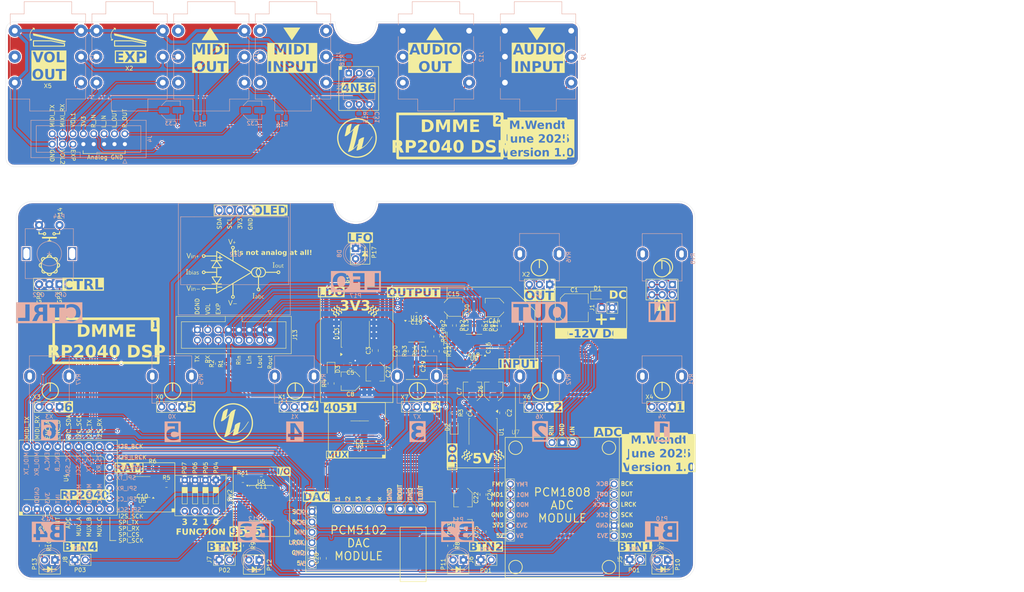
<source format=kicad_pcb>
(kicad_pcb (version 20241229) (generator "pcbnew") (generator_version "9.0")
  (title_block (title "RP2040 DSP Modular") (date "2025-08-19") (rev "V1.0") (company "DMME - NL") (comment 1 "Copyright (C) 2025 Milan Wendt"))
  (layers (0 "F.Cu" signal "Top Layer") (2 "B.Cu" signal "Bottom Layer") (13 "F.Paste" user "Top Paste") (15 "B.Paste" user "Bottom Paste") (5 "F.SilkS" user "Top Silkscreen") (7 "B.SilkS" user "Bottom Silkscreen") (1 "F.Mask" user "Top Soldermask") (3 "B.Mask" user "Bottom Soldermask") (25 "Edge.Cuts" user))
  (net 0 "")
  (net 1 "GND")
  (net 2 "VCC")
  (net 3 "+5V")
  (net 4 "GNDD")
  (net 5 "+3V3")
  (net 6 "Net-(U9A-+)")
  (net 7 "Net-(U9B-+)")
  (net 8 "Net-(C14-Pad1)")
  (net 9 "Net-(C15-Pad1)")
  (net 10 "/L_ADC")
  (net 11 "Net-(U9A--)")
  (net 12 "/R_ADC")
  (net 13 "Net-(U9B--)")
  (net 14 "/L_DAC")
  (net 15 "Net-(U10A-+)")
  (net 16 "/R_DAC")
  (net 17 "Net-(U10B-+)")
  (net 18 "Net-(D1-A)")
  (net 19 "Net-(D2-A)")
  (net 20 "Net-(D3-A)")
  (net 21 "/I2C_SCL")
  (net 22 "/I2C_SDA")
  (net 23 "/EXP_1")
  (net 24 "POT_V")
  (net 25 "Net-(U5-SIO2)")
  (net 26 "Net-(U5-SIO3)")
  (net 27 "Vbias")
  (net 28 "/INT")
  (net 29 "POT_1")
  (net 30 "POT_2")
  (net 31 "POT_3")
  (net 32 "POT_4")
  (net 33 "POT_5")
  (net 34 "POT_6")
  (net 35 "/MUX_C")
  (net 36 "/MUX_B")
  (net 37 "/MUX_ADC")
  (net 38 "/MUX_A")
  (net 39 "/SPI_RX")
  (net 41 "/ENC_A")
  (net 42 "/SPI_CS")
  (net 43 "/I2S_TX")
  (net 44 "/I2S_LRCK")
  (net 45 "/I2S_BCK")
  (net 46 "/SPI_TX")
  (net 47 "/ENC_B")
  (net 48 "/I2S_SCK")
  (net 49 "/SPI_SCK")
  (net 50 "/MIDI_RXd")
  (net 51 "/I2S_RX")
  (net 52 "/MIDI_TXd")
  (net 55 "Net-(J10-PadR)")
  (net 56 "Net-(J10-PadT)")
  (net 57 "Net-(J11-PadT)")
  (net 58 "Net-(D4-A)")
  (net 59 "Net-(D5-A)")
  (net 60 "Net-(D6-A)")
  (net 61 "Net-(D7-A)")
  (net 62 "Net-(J5-Pin_2)")
  (net 63 "Net-(J6-Pin_2)")
  (net 64 "Net-(J7-Pin_2)")
  (net 65 "Net-(J8-Pin_2)")
  (net 66 "Net-(U6-IO1_3)")
  (net 67 "Net-(U6-IO1_2)")
  (net 68 "Net-(U6-IO1_1)")
  (net 69 "Net-(U6-IO1_0)")
  (net 70 "Net-(U6-IO0_4)")
  (net 72 "Net-(U6-IO0_5)")
  (net 73 "Net-(U6-IO1_4)")
  (net 74 "Net-(D8-A)")
  (net 75 "Net-(U6-IO0_6)")
  (net 77 "Net-(U6-IO0_7)")
  (net 78 "Net-(U7-FMY)")
  (net 84 "/L_OUT")
  (net 85 "/R_IN")
  (net 86 "/L_IN")
  (net 87 "/R_OUT")
  (net 88 "Net-(J11-PadR)")
  (net 89 "/VOL_2d")
  (net 90 "/VOL_1d")
  (net 91 "/MIDI_TX")
  (net 92 "/EXP_1d")
  (net 93 "Net-(U6-IO1_7)")
  (net 94 "/L_OUTd")
  (net 95 "/R_INd")
  (net 96 "/MIDI_RX")
  (net 97 "Net-(R18-Pad2)")
  (net 98 "/L_INd")
  (net 99 "/R_OUTd")
  (net 100 "/VOL_2")
  (net 101 "/VOL_1")
  (net 113 "GNDd")
  (net 114 "GNDDd")
  (net 115 "+3V3d")
  (net 116 "EXP")
  (net 117 "Net-(C32-Pad2)")
  (net 118 "Net-(C33-Pad2)")
  (footprint "Resistor_SMD:R_0805_2012Metric" (layer "F.Cu") (at 217.90325 151.8 -90)
    (property "Reference" "R7")
    (property "Value" "1k")
  )
  (footprint "Resistor_SMD:R_0805_2012Metric" (layer "F.Cu") (at 174.80325 97.9 -90)
    (property "Reference" "Rb1")
    (property "Value" "1M")
  )
  (footprint "Resistor_SMD:R_0805_2012Metric" (layer "F.Cu") (at 179.50325 98 90)
    (property "Reference" "Rg1")
    (property "Value" "4k7")
  )
  (footprint "Resistor_SMD:R_0805_2012Metric" (layer "F.Cu") (at 160.75325 104.1875 90)
    (property "Reference" "Rb4")
    (property "Value" "1M")
  )
  (footprint "Capacitor_SMD:C_0805_2012Metric" (layer "F.Cu") (at 136.70325 154.9 90)
    (property "Reference" "C28")
    (property "Value" "100n")
  )
  (footprint "Resistor_SMD:R_0805_2012Metric" (layer "F.Cu") (at 98.30325 136.8)
    (property "Reference" "R5")
    (property "Value" "10k")
  )
  (footprint "Connector_PinHeader_2.54mm:PinHeader_1x02_P2.54mm_Vertical" (layer "F.Cu") (at 211.72825 155.2 90)
    (property "Reference" "J5")
    (property "Value" "SW1")
  )
  (footprint "NetTie:NetTie-2_SMD_Pad2.0mm" (layer "F.Cu") (at 175.75 112.25 180)
    (property "Reference" "NT1" (hide yes))
    (property "Value" "NetTie_2" (hide yes))
  )
  (footprint "Resistor_SMD:R_0805_2012Metric" (layer "F.Cu") (at 113.25 107.25 90)
    (property "Reference" "R1")
    (property "Value" "1k")
  )
  (footprint "Resistor_SMD:R_0805_2012Metric" (layer "F.Cu") (at 117.00325 135.6)
    (property "Reference" "Rp1")
    (property "Value" "10k")
  )
  (footprint "Resistor_SMD:R_0805_2012Metric" (layer "F.Cu") (at 111.05 107.25 90)
    (property "Reference" "R2")
    (property "Value" "1k")
  )
  (footprint "Resistor_SMD:R_0805_2012Metric" (layer "F.Cu") (at 117.90325 151.8 -90)
    (property "Reference" "R9")
    (property "Value" "1k")
  )
  (footprint "Capacitor_SMD:C_0805_2012Metric" (layer "F.Cu") (at 163.00325 104.1875 90)
    (property "Reference" "C21")
    (property "Value" "100n")
  )
  (footprint "Resistor_SMD:R_0805_2012Metric" (layer "F.Cu") (at 144.60325 86.2125 90)
    (property "Reference" "R13")
    (property "Value" "1k")
  )
  (footprint "Capacitor_SMD:C_0805_2012Metric" (layer "F.Cu") (at 175.80325 148.4 90)
    (property "Reference" "C25")
    (property "Value" "100n")
  )
  (footprint "Diode_SMD:D_0805_2012Metric" (layer "F.Cu") (at 168.72325 122.805 90)
    (property "Reference" "D2")
    (property "Value" "LED")
  )
  (footprint "Capacitor_SMD:C_Elec_4x5.4" (layer "F.Cu") (at 168.60325 93.4)
    (property "Reference" "C15")
    (property "Value" "10u")
  )
  (footprint "Capacitor_SMD:C_0805_2012Metric" (layer "F.Cu") (at 149.425 104.035 90)
    (property "Reference" "C3")
    (property "Value" "100n")
  )
  (footprint "Capacitor_SMD:C_0805_2012Metric" (layer "F.Cu") (at 67.90325 146.05 180)
    (property "Reference" "C9")
    (property "Value" "1u")
  )
  (footprint "Capacitor_SMD:C_Elec_4x5.4" (layer "F.Cu") (at 143.325 111.535 180)
    (property "Reference" "C8")
    (property "Value" "10u")
  )
  (footprint "Capacitor_SMD:C_0805_2012Metric" (layer "F.Cu") (at 173.60325 106.8)
    (property "Reference" "C18")
    (property "Value" "100n")
  )
  (footprint "Capacitor_SMD:C_Elec_4x5.4" (layer "F.Cu") (at 173.22325 114.005 90)
    (property "Reference" "C7")
    (property "Value" "10u")
  )
  (footprint "Capacitor_SMD:C_Elec_4x5.4" (layer "F.Cu") (at 178.42325 114.005 90)
    (property "Reference" "C26")
    (property "Value" "10u")
  )
  (footprint "Diode_SMD:D_0805_2012Metric" (layer "F.Cu") (at 138.60325 108.6 -90)
    (property "Reference" "D3")
    (property "Value" "LED")
  )
  (footprint "Capacitor_SMD:C_0805_2012Metric" (layer "F.Cu") (at 177.20325 98 -90)
    (property "Reference" "C12")
    (property "Value" "100n")
  )
  (footprint "Button_Switch_THT:SW_DIP_SPSTx04_Slide_9.78x12.34mm_W7.62mm_P2.54mm" (layer "F.Cu") (at 110.3975 135.7325 -90)
    (property "Reference" "SW2")
    (property "Value" "ADDR")
  )
  (footprint "Capacitor_SMD:C_0805_2012Metric" (layer "F.Cu") (at 180.62325 119.305 -90)
    (property "Reference" "C2")
    (property "Value" "100n")
  )
  (footprint "Package_TO_SOT_SMD:TO-252-3_TabPin2" (layer "F.Cu") (at 144.525 99.935 90)
    (property "Reference" "U13")
    (property "Value" "AMS1117CD-3.3")
  )
  (footprint "Package_TO_SOT_SMD:TO-252-2" (layer "F.Cu") (at 175.82325 123.945 -90)
    (property "Reference" "U1")
    (property "Value" "LM78M05_TO252")
  )
  (footprint "Package_SO:SOIC-8_3.9x4.9mm_P1.27mm" (layer "F.Cu") (at 92.37825 137.435 180)
    (property "Reference" "U5")
    (property "Value" "APS6404L-3SQRx-SN")
  )
  (footprint "Capacitor_SMD:C_0805_2012Metric" (layer "F.Cu") (at 143.325 107.735 180)
    (property "Reference" "C5")
    (property "Value" "100n")
  )
  (footprint "Resistor_SMD:R_0805_2012Metric" (layer "F.Cu") (at 94.90325 132.8)
    (property "Reference" "R6")
    (property "Value" "10k")
  )
  (footprint "RP2040_DSP_Project_Library:DMME Logo" (layer "F.Cu") (at 114.7 121.8)
    (property "Reference" "G***" (hide yes))
    (property "Value" "LOGO" (hide yes))
  )
  (footprint "Capacitor_SMD:C_0805_2012Metric" (layer "F.Cu") (at 121.50325 135.625 180)
    (property "Reference" "C11")
    (property "Value" "100n")
  )
  (footprint "Connector_PinHeader_2.54mm:PinHeader_1x02_P2.54mm_Vertical" (layer "F.Cu") (at 75.90325 155.26 90)
    (property "Reference" "J8")
    (property "Value" "SW4")
  )
  (footprint "Resistor_SMD:R_0805_2012Metric" (layer "F.Cu") (at 67.90325 151.8 -90)
    (property "Reference" "R10")
    (property "Value" "1k")
  )
  (footprint "Capacitor_SMD:C_0805_2012Metric" (layer "F.Cu") (at 168.40325 103.4 90)
    (property "Reference" "C17")
    (property "Value" "100p")
  )
  (footprint "Package_SO:SOIC-8_3.9x4.9mm_P1.27mm" (layer "F.Cu") (at 159.50325 99.4)
    (property "Reference" "U10")
    (property "Value" "NE5532")
  )
  (footprint "Connector_PinHeader_2.54mm:PinHeader_1x02_P2.54mm_Vertical" (layer "F.Cu") (at 111.20325 155.26 90)
    (property "Reference" "J7")
    (property "Value" "SW3")
  )
  (footprint "Capacitor_SMD:C_Elec_4x5.4" (layer "F.Cu") (at 149.425 109.235 -90)
    (property "Reference" "C27")
    (property "Value" "10u")
  )
  (footprint "DMME_Library:RP2040 Zero Header" (layer "F.Cu") (at 87.07475 145.352 90)
    (property "Reference" "U4")
    (property "Value" "RP2040-Zero")
  )
  (footprint "Capacitor_SMD:C_Elec_4x5.4" (layer "F.Cu") (at 170.90325 147.65 90)
    (property "Reference" "C23")
    (property "Value" "10u")
  )
  (footprint "Diode_SMD:D_0805_2012Metric" (layer "F.Cu") (at 203.85 90.45)
    (property "Reference" "D1")
    (property "Value" "D")
  )
  (footprint "Resistor_SMD:R_0805_2012Metric" (layer "F.Cu") (at 167.60325 97.9 90)
    (property "Reference" "Rg2")
    (property "Value" "4k7")
  )
  (footprint "Resistor_SMD:R_0805_2012Metric" (layer "F.Cu") (at 164.50325 100.6 -90)
    (property "Reference" "R11")
    (property "Value" "4k7")
  )
  (footprint "Capacitor_SMD:C_0805_2012Metric" (layer "F.Cu") (at 173.60325 94.1 90)
    (property "Reference" "C30")
    (property "Value" "1u")
  )
  (footprint "Capacitor_SMD:C_0805_2012Metric" (layer "F.Cu") (at 175.80325 139.3 -90)
    (property "Reference" "C24")
    (property "Value" "100n")
  )
  (footprint "Capacitor_SMD:C_0805_2012Metric" (layer "F.Cu") (at 170.00325 97.9 -90)
    (property "Reference" "C13")
    (property "Value" "100n")
  )
  (footprint "Capacitor_SMD:C_0805_2012Metric" (layer "F.Cu") (at 156.00325 104.1875 90)
    (property "Reference" "C20")
    (property "Value" "100n")
  )
  (footprint "Package_SO:SSOP-24_5.3x8.2mm_P0.65mm" (layer "F.Cu") (at 121.50325 141.375)
    (property "Reference" "U6")
    (property "Value" "PCA9555DB")
  )
  (footprint "Resistor_SMD:R_0805_2012Metric" (layer "F.Cu") (at 138.60325 112.1 90)
    (property "Reference" "R4")
    (property "Value" "1k")
  )
  (footprint "Package_SO:TSSOP-16_4.4x5mm_P0.65mm" (layer "F.Cu") (at 145.60325 124 180)
    (property "Reference" "U3")
    (property "Value" "4051")
  )
  (footprint "Capacitor_SMD:C_0805_2012Metric" (layer "F.Cu") (at 92.40325 141.4)
    (property "Reference" "C10")
    (property "Value" "100n")
  )
  (footprint "Capacitor_SMD:C_0805_2012Metric" (layer "F.Cu") (at 159.50325 95.4625 180)
    (property "Reference" "C19")
    (property "Value" "100n")
  )
  (footprint "Capacitor_SMD:C_0805_2012Metric" (layer "F.Cu") (at 145.55325 128)
    (property "Reference" "C6")
    (property "Value" "100n")
  )
  (footprint "Resistor_SMD:R_0805_2012Metric" (layer "F.Cu") (at 165.80325 104.2 -90)
    (property "Reference" "R12")
    (property "Value" "4k7")
  )
  (footprint "Connector_IDC:IDC-Header_2x08_P2.54mm_Vertical" (layer "F.Cu") (at 123.66 98.96 -90)
    (property "Reference" "J13")
    (property "Value" "Main")
  )
  (footprint "Resistor_SMD:R_0805_2012Metric" (layer "F.Cu") (at 158.25325 104.1875 90)
    (property "Reference" "Rb3")
    (property "Value" "1M")
  )
  (footprint "Capacitor_SMD:C_Elec_6.3x5.8" (layer "F.Cu") (at 198.15325 93.55)
    (property "Reference" "C1")
    (property "Value" "100u")
  )
  (footprint "DMME_Library:PCM1808_ADC_MODULE" (layer "F.Cu") (at 195.20325 141.8)
    (property "Reference" "U7")
    (property "Value" "PCM1808")
  )
  (footprint "Resistor_SMD:R_0805_2012Metric" (layer "F.Cu") (at 172.40325 97.9 90)
    (property "Reference" "Rb2")
    (property "Value" "1M")
  )
  (footprint "Capacitor_SMD:C_Elec_4x5.4" (layer "F.Cu") (at 170.90325 140.05 -90)
    (property "Reference" "C22")
    (property "Value" "10u")
  )
  (footprint "RP2040_DSP_Project_Library:DMME Logo" (layer "F.Cu") (at 145 52)
    (property "Reference" "G***" (hide yes))
    (property "Value" "LOGO" (hide yes))
  )
  (footprint "Resistor_SMD:R_0805_2012Metric" (layer "F.Cu") (at 168.72325 119.305 -90)
    (property "Reference" "R3")
    (property "Value" "1k")
  )
  (footprint "Connector_PinHeader_2.54mm:PinHeader_1x02_P2.54mm_Vertical" (layer "F.Cu") (at 175.27825 155.26 90)
    (property "Reference" "J6")
    (property "Value" "SW2")
  )
  (footprint "Package_SO:SOIC-8_3.9x4.9mm_P1.27mm" (layer "F.Cu") (at 173.60325 102.6 180)
    (property "Reference" "U9")
    (property "Value" "NE5532")
  )
  (footprint "Connector_PinHeader_2.54mm:PinHeader_1x02_P2.54mm_Vertical" (layer "F.Cu") (at 204.87825 93.55 90)
    (property "Reference" "J1")
    (property "Value" "DC")
  )
  (footprint "Capacitor_SMD:C_0805_2012Metric" (layer "F.Cu") (at 171.02325 119.305 -90)
    (property "Reference" "C4")
    (property "Value" "100n")
  )
  (footprint "Capacitor_SMD:C_0805_2012Metric" (layer "F.Cu") (at 178.80325 103.4 90)
    (property "Reference" "C16")
    (property "Value" "100p")
  )
  (footprint "Capacitor_SMD:C_0805_2012Metric" (layer "F.Cu") (at 159.50325 107.9375 -90)
    (property "Reference" "C29")
    (property "Value" "100n")
  )
  (footprint "RP2040_DSP_Project_Library:LOGO" (layer "F.Cu") (at 114.925 84.875)
    (property "Reference" "G***" (hide yes))
    (property "Value" "LOGO" (hide yes))
  )
  (footprint "Capacitor_SMD:C_Elec_4x5.4" (layer "F.Cu") (at 178.60325 93.5 180)
    (property "Reference" "C14")
    (property "Value" "10u")
  )
  (footprint "Resistor_SMD:R_0805_2012Metric" (layer "F.Cu") (at 167.90325 151.8 -90)
    (property "Reference" "R8")
    (property "Value" "1k")
  )
  (footprint "DMME_Library:PCM5102_DAC_MODULE" (layer "F.Cu") (at 147.90325 149.8)
    (property "Reference" "U8")
    (property "Value" "PCM5102")
  )
  (footprint "DMME_Library:Jack 6.35mm Horizontal" (layer "B.Cu") (at 97.4 38.435 90)
    (property "Reference" "J3")
    (property "Value" "EXP_2")
  )
  (footprint "RP2040_DSP_Project_Library:RotaryEncoder_Alps_EC11" (layer "B.Cu") (at 72.1265 87.8 90)
    (property "Reference" "SW1" (hide yes))
    (property "Value" "Encoder")
  )
  (footprint "RP2040_DSP_Project_Library:LED_D5.0mm" (layer "B.Cu") (at 71.0015 155.3 180)
    (property "Reference" "D7" (hide yes))
    (property "Value" "LED")
  )
  (footprint "LED_THT:LED_D5.0mm" (layer "B.Cu") (at 144.60325 79.025 -90)
    (property "Reference" "D8")
    (property "Value" "LED")
  )
  (footprint "Capacitor_SMD:C_Elec_4x5.4" (layer "B.Cu") (at 119.4 45.2)
    (property "Reference" "C32")
    (property "Value" "10u")
  )
  (footprint "DMME_Library:Jack 6.35mm Horizontal" (layer "B.Cu") (at 172.4 38.435 90)
    (property "Reference" "J12")
    (property "Value" "OUTPUT")
  )
  (footprint "DMME_Library:Jack 6.35mm Horizontal" (layer "B.Cu") (at 137.4 38.435 90)
    (property "Reference" "J11")
    (property "Value" "MIDI IN")
  )
  (footprint "DMME_Library:Potentiometer_Alpha_RD901F-40-00D" (layer "B.Cu") (at 192.1265 87.85 90)
    (property "Reference" "RV6")
    (property "Value" "10kB")
  )
  (footprint "DMME_Library:Potentiometer_Alpha_RD901F-40-00D" (layer "B.Cu") (at 72.1265 117.8 90)
    (property "Reference" "RV7")
    (property "Value" "10kB")
  )
  (footprint "DMME_Library:Jack 6.35mm Horizontal" (layer "B.Cu") (at 117.4 38.435 90)
    (property "Reference" "J10")
    (property "Value" "MIDI OUT")
  )
  (footprint "Resistor_SMD:R_0805_2012Metric" (layer "B.Cu") (at 126.6 47)
    (property "Reference" "R16")
    (property "Value" "10")
  )
  (footprint "DMME_Library:Potentiometer_Alpha_RD901F-40-00D" (layer "B.Cu") (at 222.1265 117.8 90)
    (property "Reference" "RV1")
    (property "Value" "10kB")
  )
  (footprint "DMME_Library:Jack 6.35mm Horizontal" (layer "B.Cu") (at 77.4 38.435 90)
    (property "Reference" "J2")
    (property "Value" "EXP1")
  )
  (footprint "Resistor_SMD:R_0805_2012Metric" (layer "B.Cu") (at 142.96 32.935 -90)
    (property "Reference" "R18")
    (property "Value" "220")
  )
  (footprint "Resistor_SMD:R_0805_2012Metric" (layer "B.Cu") (at 145.46 46.935 90)
    (property "Reference" "R15")
    (property "Value" "680")
  )
  (footprint "DMME_Library:Potentiometer_Alpha_RD901F-40-00D" (layer "B.Cu") (at 192.1265 117.8 90)
    (property "Reference" "RV2")
    (property "Value" "10kB")
  )
  (footprint "Capacitor_SMD:C_Elec_4x5.4" (layer "B.Cu") (at 99.4 45.2)
    (property "Reference" "C33")
    (property "Value" "10u")
  )
  (footprint "RP2040_DSP_Project_Library:128x64OLED" (layer "B.Cu") (at 115.2265 80.3 180)
    (property "Reference" "U12")
    (property "Value" "~")
  )
  (footprint "DMME_Library:Potentiometer_Alpha_RD901F-40-00D" (layer "B.Cu") (at 162.1265 117.8 90)
    (property "Reference" "RV3")
    (property "Value" "10kB")
  )
  (footprint "Resistor_SMD:R_0805_2012Metric" (layer "B.Cu") (at 106.5875 47)
    (property "Reference" "R17")
    (property "Value" "33")
  )
  (footprint "RP2040_DSP_Project_Library:LED_D5.0mm" (layer "B.Cu") (at 221.0015 155.3 180)
    (property "Reference" "D4" (hide yes))
    (property "Value" "LED")
  )
  (footprint "Capacitor_SMD:C_0805_2012Metric" (layer "B.Cu") (at 148.21 46.935 90)
    (property "Reference" "C31")
    (property "Value" "100n")
  )
  (footprint "DMME_Library:Potentiometer_Alpha_RD901F-40-00D" (layer "B.Cu") (at 102.1265 117.8 90)
    (property "Reference" "RV5")
    (property "Value" "10kB")
  )
  (footprint "DMME_Library:Potentiometer_Alpha_RD902F-40-00D" (layer "B.Cu") (at 222.15 87.875 90)
    (property "Reference" "RV8")
    (property "Value" "10k")
  )
  (footprint "RP2040_DSP_Project_Library:LED_D5.0mm" (layer "B.Cu") (at 171.0015 155.3 180)
    (property "Reference" "D5" (hide yes))
    (property "Value" "LED")
  )
  (footprint "Connector_IDC:IDC-Header_2x08_P2.54mm_Vertical" (layer "B.Cu") (at 88.12 53.5 90)
    (property "Reference" "J4")
    (property "Value" "Daughter")
  )
  (footprint "Package_DIP:DIP-6_W7.62mm" (layer "B.Cu") (at 142.92 36.13 -90)
    (property "Reference" "U11")
    (property "Value" "4N36")
  )
  (footprint "RP2040_DSP_Project_Library:LED_D5.0mm" (layer "B.Cu") (at 121.0015 155.3 180)
    (property "Reference" "D6" (hide yes))
    (property "Value" "LED")
  )
  (footprint "DMME_Library:Jack 6.35mm Horizontal" (layer "B.Cu") (at 197.4 38.435 90)
    (property "Reference" "J9")
    (property "Value" "INPUT")
  )
  (footprint "DMME_Library:Potentiometer_Alpha_RD901F-40-00D" (layer "B.Cu") (at 132.1265 117.8 90)
    (property "Reference" "RV4")
    (property "Value" "10kB")
  )
  (gr_rect (start 114.65 132.55) (end 128.45 149.55) (stroke (width 0.15)) (fill no) (layer "F.SilkS"))
  (gr_arc (start 180.049999 128.85) (mid 179.752005 128.700429) (end 179.8035 128.371005) (stroke (width 0.25)) (layer "F.SilkS"))
  (gr_arc (start 149.488987 93.392868) (mid 149.540481 93.722292) (end 149.242487 93.871863) (stroke (width 0.25)) (layer "F.SilkS"))
  (gr_line (start 167 108.5) (end 167 99.5) (stroke (width 0.15)) (layer "F.SilkS"))
  (gr_arc (start 85.020074 28.006999) (mid 84.8 26.4) (end 85.810459 25.131201) (stroke (width 0.15)) (layer "F.SilkS"))
  (gr_line (start 153.75 116.75) (end 153.75 112.7) (stroke (width 0.15)) (layer "F.SilkS"))
  (gr_line (start 189.8 113.9) (end 189.8 111.9) (stroke (width 0.25)) (layer "F.SilkS"))
  (gr_arc (start 179.253501 130.671005) (mid 179.551495 130.820576) (end 179.500001 131.15) (stroke (width 0.25)) (layer "F.SilkS"))
  (gr_line (start 162.325 111.125) (end 156.95 111.125) (stroke (width 0.15)) (layer "F.SilkS"))
  (gr_circle (center 70.8 75.45) (end 71.1 75.45) (stroke (width 0.25)) (fill no) (layer "F.SilkS"))
  (gr_arc (start 173.046499 129.221006) (mid 173.097994 129.550429) (end 172.8 129.7) (stroke (width 0.25)) (layer "F.SilkS"))
  (gr_poly (pts (xy 85.6 29.5) (xy 93.2 29.5) (xy 93.2 28.9) (xy 89.9 28.2) (xy 85.6 28.2)) (stroke (width 0.25)) (fill no) (layer "F.SilkS"))
  (gr_arc (start 180.049999 128.85) (mid 180.347993 128.999571) (end 180.2965 129.328995) (stroke (width 0.25)) (layer "F.SilkS"))
  (gr_arc (start 67.65 83.65) (mid 67.15 83.15) (end 67.65 82.65) (stroke (width 0.25)) (layer "F.SilkS"))
  (gr_line (start 69.65 76.4) (end 69.65 77.2) (stroke (width 0.25)) (layer "F.SilkS"))
  (gr_poly (pts (xy 193.5 98.6) (xy 196.5 98.6) (xy 196.5 101.1) (xy 207.75 101.1) (xy 207.75 98.7) (xy 211 98.7) (xy 211 101.1) (xy 193.5 101.1)) (stroke (width 0.1)) (fill yes) (layer "F.SilkS"))
  (gr_line (start 69.3 77.2) (end 70 77.2) (stroke (width 0.25)) (layer "F.SilkS"))
  (gr_rect (start 185.85 116.525) (end 193.35 119.15) (stroke (width 0.15)) (fill no) (layer "F.SilkS"))
  (gr_arc (start 140.855508 94.421434) (mid 141.153502 94.571005) (end 141.102007 94.900429) (stroke (width 0.25)) (layer "F.SilkS"))
  (gr_rect (start 143.35 77.675) (end 148.1 82.9) (stroke (width 0.15)) (fill no) (layer "F.SilkS"))
  (gr_poly (pts (xy 85.195561 27.8) (xy 84.737068 28.007819) (xy 85.051857 28.092171)) (stroke (width 0.15)) (fill yes) (layer "F.SilkS"))
  (gr_rect (start 178.6 46.1) (end 180.5 48.9) (stroke (width 0.65)) (fill no) (layer "F.SilkS"))
  (gr_arc (start 148.342999 93.94201) (mid 148.394493 94.271434) (end 148.096499 94.421005) (stroke (width 0.25)) (layer "F.SilkS"))
  (gr_line (start 99.8 113.95) (end 99.8 111.95) (stroke (width 0.25)) (layer "F.SilkS"))
  (gr_arc (start 69.15 81.15) (mid 69.65 80.65) (end 70.15 81.15) (stroke (width 0.25)) (layer "F.SilkS"))
  (gr_line (start 219.6 84) (end 219.6 82) (stroke (width 0.25)) (layer "F.SilkS"))
  (gr_arc (start 172.390992 128.792439) (mid 172.442487 129.121863) (end 172.144493 129.271434) (stroke (width 0.25)) (layer "F.SilkS"))
  (gr_line (start 121.45 157.65) (end 118.15 157.65) (stroke (width 0.25)) (layer "F.SilkS"))
  (gr_rect (start 185.95 86.55) (end 193.45 89.175) (stroke (width 0.15)) (fill no) (layer "F.SilkS"))
  (gr_line (start 120.305944 157) (end 120.305944 158.3) (stroke (width 0.25)) (layer "F.SilkS"))
  (gr_arc (start 139.54449 95.278566) (mid 139.246496 95.128995) (end 139.29799 94.799571) (stroke (width 0.25)) (layer "F.SilkS"))
  (gr_arc (start 171.744493 128.371434) (mid 171.795988 128.700858) (end 171.497994 128.850429) (stroke (width 0.25)) (layer "F.SilkS"))
  (gr_poly (pts (xy 166.000001 28) (xy 164 25) (xy 161.999999 28)) (stroke (width 0.1)) (fill yes) (layer "F.SilkS"))
  (gr_line (start 77.9 55.1) (end 77.9 55.8) (stroke (width 0.15)) (layer "F.SilkS"))
  (gr_arc (start 140.352007 93.450429) (mid 140.650001 93.6) (end 140.598506 93.929424) (stroke (width 0.25)) (layer "F.SilkS"))
  (gr_circle (center 68.45 75.45) (end 68.75 75.45) (stroke (width 0.25)) (fill no) (layer "F.SilkS"))
  (gr_arc (start 179.253501 130.671005) (mid 178.955507 130.521434) (end 179.007002 130.19201) (stroke (width 0.25)) (layer "F.SilkS"))
  (gr_arc (start 149.651495 94.779424) (mid 149.6 94.45) (end 149.897994 94.300429) (stroke (width 0.25)) (layer "F.SilkS"))
  (gr_arc (start 172.049999 131.15) (mid 171.998505 130.820577) (end 172.2965 130.671005) (stroke (width 0.25)) (layer "F.SilkS"))
  (gr_arc (start 172.5535 130.178995) (mid 172.502006 129.84957) (end 172.8 129.7) (stroke (width 0.25)) (layer "F.SilkS"))
  (gr_circle (center 189.8 113.9) (end 191.8 113.9) (stroke (width 0.25)) (fill no) (layer "F.SilkS"))
  (gr_circle (center 219.65 113.8) (end 221.65 113.8) (stroke (width 0.25)) (fill no) (layer "F.SilkS"))
  (gr_arc (start 140.855508 94.421434) (mid 140.557514 94.271863) (end 140.609008 93.942439) (stroke (width 0.25)) (layer "F.SilkS"))
  (gr_arc (start 140.199997 94.85) (mid 139.902003 94.700429) (end 139.953497 94.371005) (stroke (width 0.25)) (layer "F.SilkS"))
  (gr_rect (start 62.325 143.525) (end 63.075 144.275) (stroke (width 0.1)) (fill yes) (layer "F.SilkS"))
  (gr_arc (start 149.640993 94.792439) (mid 149.692487 95.121863) (end 149.394493 95.271434) (stroke (width 0.25)) (layer "F.SilkS"))
  (gr_arc (start 171.4035 130.728995) (mid 171.352006 130.399572) (end 171.650001 130.25) (stroke (width 0.25)) (layer "F.SilkS"))
  (gr_arc (start 140.352007 93.450429) (mid 140.054013 93.300858) (end 140.105507 92.971434) (stroke (width 0.25)) (layer "F.SilkS"))
  (gr_rect (start 125.9 116.475) (end 133.4 119.1) (stroke (width 0.15)) (fill no) (layer "F.SilkS"))
  (gr_rect (start 120.15 68.35) (end 127.19 71.05) (stroke (width 0.15)) (fill no) (layer "F.SilkS"))
  (gr_rect (start 215.7 86.5625) (end 223.55 91.6375) (stroke (width 0.15)) (fill no) (layer "F.SilkS"))
  (gr_poly (pts (xy 146.9 79.968444) (xy 146.25 80.855944) (xy 147.55 80.855944)) (stroke (width 0.25)) (fill yes) (layer "F.SilkS"))
  (gr_arc (start 70.15 85.15) (mid 69.65 85.65) (end 69.15 85.15) (stroke (width 0.25)) (layer "F.SilkS"))
  (gr_arc (start 172.4 128.800001) (mid 172.451495 129.129424) (end 172.153501 129.278995) (stroke (width 0.25)) (layer "F.SilkS"))
  (gr_rect (start 94.8 96.25) (end 96.3 99.05) (stroke (width 0.65)) (fill no) (layer "F.SilkS"))
  (gr_line (start 67.1 75.45) (end 68.15 75.45) (stroke (width 0.25)) (layer "F.SilkS"))
  (gr_circle (center 219.6 84) (end 219.6 82) (stroke (width 0.1)) (fill no) (layer "F.SilkS"))
  (gr_line (start 129.85 113.95) (end 129.85 111.95) (stroke (width 0.25)) (layer "F.SilkS"))
  (gr_arc (start 179.405507 129.271434) (mid 179.703501 129.421005) (end 179.652008 129.750429) (stroke (width 0.25)) (layer "F.SilkS"))
  (gr_arc (start 148.492487 95.321863) (mid 148.440992 94.992439) (end 148.738986 94.842868) (stroke (width 0.25)) (layer "F.SilkS"))
  (gr_poly (pts (xy 126.999999 25) (xy 129 28) (xy 131.000001 25)) (stroke (width 0.1)) (fill yes) (layer "F.SilkS"))
  (gr_poly (pts (xy 170.0875 157.6) (xy 169.2 156.95) (xy 169.2 158.25)) (stroke (width 0.25)) (fill yes) (layer "F.SilkS"))
  (gr_rect (start 65.95 116.525) (end 73.45 119.15) (stroke (width 0.15)) (fill no) (layer "F.SilkS"))
  (gr_arc (start 178.75 129.7) (mid 179.047994 129.849571) (end 178.9965 130.178995) (stroke (width 0.25)) (layer "F.SilkS"))
  (gr_poly (pts (xy 111.000001 28) (xy 109 25) (xy 106.999999 28)) (stroke (width 0.1)) (fill yes) (layer "F.SilkS"))
  (gr_line (start 153.75 88.5) (end 136 88.5) (stroke (width 0.15)) (layer "F.SilkS"))
  (gr_line (start 67.1 75) (end 67.1 75.45) (stroke (width 0.25)) (layer "F.SilkS"))
  (gr_arc (start 139.6965 93.878995) (mid 139.994494 94.028566) (end 139.942999 94.35799) (stroke (width 0.25)) (layer "F.SilkS"))
  (gr_circle (center 99.8 113.95) (end 101.8 113.95) (stroke (width 0.25)) (fill no) (layer "F.SilkS"))
  (gr_line (start 167 132.75) (end 181.2 132.75) (stroke (width 0.15)) (layer "F.SilkS"))
  (gr_line (start 167 96.275) (end 167 95.275) (stroke (width 0.15)) (layer "F.SilkS"))
  (gr_poly (pts (xy 117.1375 158.8) (xy 117.137501 154.05) (xy 122.362499 154.05) (xy 122.3625 158.8)) (stroke (width 0.15)) (fill no) (layer "F.SilkS"))
  (gr_arc (start 67.85 82.107106) (mid 67.85 81.4) (end 68.557106 81.4) (stroke (width 0.25)) (layer "F.SilkS"))
  (gr_line (start 136 88.5) (end 136 116.75) (stroke (width 0.15)) (layer "F.SilkS"))
  (gr_arc (start 171.896499 129.771005) (mid 171.947994 130.100429) (end 171.650001 130.25) (stroke (width 0.25)) (layer "F.SilkS"))
  (gr_line (start 171.35 157.6) (end 168.05 157.6) (stroke (width 0.25)) (layer "F.SilkS"))
  (gr_arc (start 148.353501 93.928995) (mid 148.302006 93.599571) (end 148.6 93.45) (stroke (width 0.25)) (layer "F.SilkS"))
  (gr_arc (start 170.747993 130.300429) (mid 170.696499 129.971005) (end 170.994493 129.821434) (stroke (width 0.25)) (layer "F.SilkS"))
  (gr_line (start 183.75 113) (end 183.75 125.25) (stroke (width 0.15)) (layer "F.SilkS"))
  (gr_arc (start 172.542998 130.19201) (mid 172.594493 130.521434) (end 172.2965 130.671005) (stroke (width 0.25)) (layer "F.SilkS"))
  (gr_rect (start 154.9 46.1) (end 180.5 56.9) (stroke (width 0.65)) (fill no) (layer "F.SilkS"))
  (gr_poly (pts (xy 217.149999 158.759992) (xy 217.15 154.009993) (xy 222.374998 154.009992) (xy 222.374999 158.759992)) (stroke (width 0.15)) (fill no) (layer "F.SilkS"))
  (gr_line (start 188.5 108.5) (end 167 108.5) (stroke (width 0.15)) (layer "F.SilkS"))
  (gr_arc (start 65.170074 28.006999) (mid 64.95 26.4) (end 65.960459 25.131201) (stroke (width 0.15)) (layer "F.SilkS"))
  (gr_arc (start 149.502007 93.399571) (mid 149.553501 93.728995) (end 149.255507 93.878566) (stroke (width 0.25)) (layer "F.SilkS"))
  (gr_rect (start 211.9 124.45) (end 225.7 133.95) (stroke (width 0.65)) (fill no) (layer "F.SilkS"))
  (gr_line (start 72.15 74.95) (end 72.15 75.45) (stroke (width 0.25)) (layer "F.SilkS"))
  (gr_line (start 167 91.525) (end 167 88.525) (stroke (width 0.15)) (layer "F.SilkS"))
  (gr_arc (start 149.147994 95.750429) (mid 149.096499 95.421005) (end 149.394493 95.271434) (stroke (width 0.25)) (layer "F.SilkS"))
  (gr_arc (start 139.696496 93.878995) (mid 139.99449 94.028566) (end 139.942995 94.35799) (stroke (width 0.25)) (layer "F.SilkS"))
  (gr_arc (start 171.887491 129.763444) (mid 171.938986 130.092868) (end 171.640992 130.242439) (stroke (width 0.25)) (layer "F.SilkS"))
  (gr_arc (start 148.998506 94.370576) (mid 149.05 94.7) (end 148.752006 94.849571) (stroke (width 0.25)) (layer "F.SilkS"))
  (gr_arc (start 171.251494 129.329424) (mid 171.2 129) (end 171.497994 128.850429) (stroke (width 0.25)) (layer "F.SilkS"))
  (gr_poly (pts (xy 220.2375 157.6) (xy 219.35 156.95) (xy 219.35 158.25)) (stroke (width 0.25)) (fill yes) (layer "F.SilkS"))
  (gr_circle (center 69.65 83.15) (end 71.65 83.15) (stroke (width 0.25)) (fill no) (layer "F.SilkS"))
  (gr_circle (center 219.6 84) (end 221.6 84) (stroke (width 0.25)) (fill no) (layer "F.SilkS"))
  (gr_arc (start 71.65 82.65) (mid 72.15 83.15) (end 71.65 83.65) (stroke (width 0.25)) (layer "F.SilkS"))
  (gr_poly (pts (xy 167.099999 158.709992) (xy 167.1 153.959993) (xy 172.324998 153.959992) (xy 172.324999 158.709992)) (stroke (width 0.15)) (fill no) (layer "F.SilkS"))
  (gr_circle (center 129.85 113.95) (end 131.85 113.95) (stroke (width 0.25)) (fill no) (layer "F.SilkS"))
  (gr_poly (pts (xy 65.75 29.5) (xy 73.35 29.5) (xy 73.35 28.9) (xy 70.05 28.2) (xy 65.75 28.2)) (stroke (width 0.25)) (fill no) (layer "F.SilkS"))
  (gr_line (start 220.355944 156.95) (end 220.355944 158.25) (stroke (width 0.25)) (layer "F.SilkS"))
  (gr_arc (start 70.742894 81.442894) (mid 71.45 81.442895) (end 71.45 82.15) (stroke (width 0.25)) (layer "F.SilkS"))
  (gr_arc (start 171.240992 129.342439) (mid 171.292487 129.671863) (end 170.994493 129.821434) (stroke (width 0.25)) (layer "F.SilkS"))
  (gr_line (start 146.9 78.705944) (end 146.9 82.005943) (stroke (width 0.25)) (layer "F.SilkS"))
  (gr_line (start 68 76.4) (end 71.3 76.4) (stroke (width 0.4)) (layer "F.SilkS"))
  (gr_line (start 221.5 157.6) (end 218.2 157.6) (stroke (width 0.25)) (layer "F.SilkS"))
  (gr_line (start 167 111.125) (end 165.725 111.125) (stroke (width 0.15)) (layer "F.SilkS"))
  (gr_arc (start 140.200001 94.85) (mid 140.497995 94.999571) (end 140.4465 95.328995) (stroke (width 0.25)) (layer "F.SilkS"))
  (gr_arc (start 178.75 129.7) (mid 178.452006 129.550429) (end 178.503501 129.221005) (stroke (width 0.25)) (layer "F.SilkS"))
  (gr_rect (start 140.5 34.5) (end 150.25 45.25) (stroke (width 0.15)) (fill no) (layer "F.SilkS"))
  (gr_line (start 182.625 88.5) (end 188.5 94.25) (stroke (width 0.15)) (layer "F.SilkS"))
  (gr_arc (start 139.040989 94.307561) (mid 139.338983 94.457132) (end 139.287488 94.786556) (stroke (width 0.25)) (layer "F.SilkS"))
  (gr_arc (start 68.657106 84.907106) (mid 67.95 84.907105) (end 67.95 84.2) (stroke (width 0.25)) (layer "F.SilkS"))
  (gr_rect (start 155.85 116.475) (end 163.35 119.1) (stroke (width 0.15)) (fill no) (layer "F.SilkS"))
  (gr_poly (pts (xy 93.2 28.568285) (xy 85.6 26.868285) (xy 85.5 26.4) (xy 93.5 28.3)) (stroke (width 0.1)) (fill yes) (layer "F.SilkS"))
  (gr_arc (start 180.5535 129.821005) (mid 180.851494 129.970576) (end 180.8 130.3) (stroke (width 0.25)) (layer "F.SilkS"))
  (gr_line (start 153.75 88.5) (end 182.5 88.5) (stroke (width 0.15)) (layer "F.SilkS"))
  (gr_arc (start 179.405507 129.271434) (mid 179.107513 129.121863) (end 179.159008 128.792439) (stroke (width 0.25)) (layer "F.SilkS"))
  (gr_arc (start 218.653847 82.198418) (mid 221.8 82.3) (end 221.069187 85.361781) (stroke (width 0.25)) (layer "F.SilkS"))
  (gr_rect (start 109.95 68.35) (end 120.15 71.05) (stroke (width 0.15)) (fill no) (layer "F.SilkS"))
  (gr_circle (center 189.6 83.75) (end 191.6 83.75) (stroke (width 0.25)) (fill no) (layer "F.SilkS"))
  (gr_rect (start 151.15 129.6) (end 151.9 130.35) (stroke (width 0.1)) (fill yes) (layer "F.SilkS"))
  (gr_rect (start 86.25 131.5) (end 100.3575 143.55) (stroke (width 0.15)) (fill no) (layer "F.SilkS"))
  (gr_arc (start 140.200001 94.85) (mid 139.902007 94.700429) (end 139.953501 94.371005) (stroke (width 0.25)) (layer "F.SilkS"))
  (gr_arc (start 148.8465 92.971005) (mid 148.897994 93.300429) (end 148.6 93.45) (stroke (width 0.25)) (layer "F.SilkS"))
  (gr_arc (start 139.6965 93.878995) (mid 139.398506 93.729424) (end 139.45 93.4) (stroke (width 0.25)) (layer "F.SilkS"))
  (gr_line (start 159.75 113.9) (end 159.75 111.9) (stroke (width 0.25)) (layer "F.SilkS"))
  (gr_poly (pts (xy 65.599004 25.059694) (xy 65.96046 25.500001) (xy 65.960465 25.131201)) (stroke (width 0.15)) (fill yes) (layer "F.SilkS"))
  (gr_rect (start 95.9 116.525) (end 103.4 119.15) (stroke (width 0.15)) (fill no) (layer "F.SilkS"))
  (gr_line (start 219.65 113.8) (end 219.65 111.8) (stroke (width 0.25)) (layer "F.SilkS"))
  (gr_rect (start 70.7 96.25) (end 96.3 107.05) (stroke (width 0.65)) (fill no) (layer "F.SilkS"))
  (gr_arc (start 148.995988 94.350858) (mid 148.944493 94.021434) (end 149.242487 93.871863) (stroke (width 0.25)) (layer "F.SilkS"))
  (gr_line (start 188.5 94.25) (end 188.5 108.5) (stroke (width 0.15)) (layer "F.SilkS"))
  (gr_line (start 136 116.75) (end 153.75 116.75) (stroke (width 0.15)) (layer "F.SilkS"))
  (gr_poly (pts (xy 186.999999 25) (xy 189 28) (xy 191.000001 25)) (stroke (width 0.1)) (fill yes) (layer "F.SilkS"))
  (gr_line (start 189.6 83.75) (end 189.6 81.75) (stroke (width 0.25)) (layer "F.SilkS"))
  (gr_arc (start 171.907001 129.75799) (mid 171.855507 129.428565) (end 172.153501 129.278995) (stroke (width 0.25)) (layer "F.SilkS"))
  (gr_poly (pts (xy 67.099999 158.759992) (xy 67.1 154.009993) (xy 72.324998 154.009992) (xy 72.324999 158.759992)) (stroke (width 0.15)) (fill no) (layer "F.SilkS"))
  (gr_line (start 153.75 108.925) (end 153.75 88.5) (stroke (width 0.15)) (layer "F.SilkS"))
  (gr_rect (start 215.9 116.5) (end 223.4 119.125) (stroke (width 0.15)) (fill no) (layer "F.SilkS"))
  (gr_arc (start 148.505507 95.328566) (mid 148.454012 94.999142) (end 148.752006 94.849571) (stroke (width 0.25)) (layer "F.SilkS"))
  (gr_arc (start 180.5535 129.821005) (mid 180.255506 129.671434) (end 180.307001 129.34201) (stroke (width 0.25)) (layer "F.SilkS"))
  (gr_arc (start 179.909008 130.242439) (mid 180.207002 130.39201) (end 180.155508 130.721434) (stroke (width 0.25)) (layer "F.SilkS"))
  (gr_rect (start 140.5 34.5) (end 141.25 35.25) (stroke (width 0.1)) (fill yes) (layer "F.SilkS"))
  (gr_rect (start 193.5 88.5) (end 211 98.6) (stroke (width 0.15)) (fill no) (layer "F.SilkS"))
  (gr_arc (start 139.696496 93.878995) (mid 139.398502 93.729424) (end 139.449996 93.4) (stroke (width 0.25)) (layer "F.SilkS"))
  (gr_line (start 84.45 144.85) (end 84.45 150.55) (stroke (width 0.15)) (layer "F.SilkS"))
  (gr_line (start 77.9 55.8) (end 88.2 55.8) (stroke (width 0.15)) (layer "F.SilkS"))
  (gr_arc (start 71.407106 84.192894) (mid 71.407105 84.9) (end 70.7 84.9) (stroke (width 0.25)) (layer "F.SilkS"))
  (gr_arc (start 148.985486 94.363873) (mid 149.03698 94.693297) (end 148.738986 94.842868) (stroke (width 0.25)) (layer "F.SilkS"))
  (gr_poly (pts (xy 65.345561 27.8) (xy 64.887068 28.007819) (xy 65.201857 28.092171)) (stroke (width 0.15)) (fill yes) (layer "F.SilkS"))
  (gr_arc (start 171.897993 129.750429) (mid 171.846499 129.421005) (end 172.144493 129.271434) (stroke (width 0.25)) (layer "F.SilkS"))
  (gr_line (start 70.205944 156.95) (end 70.205944 158.25) (stroke (width 0.25)) (layer "F.SilkS"))
  (gr_arc (start 147.85 94.9) (mid 147.798505 94.570576) (end 148.096499 94.421005) (stroke (width 0.25)) (layer "F.SilkS"))
  (gr_circle (center 159.75 113.9) (end 161.75 113.9) (stroke (width 0.25)) (fill no) (layer "F.SilkS"))
  (gr_line (start 170.205944 156.95) (end 170.205944 158.25) (stroke (width 0.25)) (layer "F.SilkS"))
  (gr_rect (start 65.775 86.325) (end 73.725 89.35) (stroke (width 0.15)) (fill no) (layer "F.SilkS"))
  (gr_arc (start 171.394492 130.721434) (mid 171.342998 130.39201) (end 171.640992 130.242439) (stroke (width 0.25)) (layer "F.SilkS"))
  (gr_arc (start 139.54449 95.278566) (mid 139.842484 95.428137) (end 139.790989 95.757561) (stroke (width 0.25)) (layer "F.SilkS"))
  (gr_arc (start 179.909008 130.242439) (mid 179.611014 130.092868) (end 179.662509 129.763444) (stroke (width 0.25)) (layer "F.SilkS"))
  (gr_arc (start 149.009008 94.357561) (mid 148.957513 94.028137) (end 149.255507 93.878566) (stroke (width 0.25)) (layer "F.SilkS"))
  (gr_arc (start 139.040989 94.307561) (mid 138.742995 94.15799) (end 138.794489 93.828566) (stroke (width 0.25)) (layer "F.SilkS"))
  (gr_line (start 84.45 150.55) (end 85.95 150.55) (stroke (width 0.15)) (layer "F.SilkS"))
  (gr_arc (start 179.394492 129.278566) (mid 179.692486 129.428137) (end 179.640992 129.757561) (stroke (width 0.25)) (layer "F.SilkS"))
  (gr_line (start 167 108.5) (end 167 132.75) (stroke (width 0.15)) (layer "F.SilkS"))
  (gr_arc (start 179.897993 130.249571) (mid 180.195987 130.399142) (end 180.144493 130.728566) (stroke (width 0.25)) (layer "F.SilkS"))
  (gr_rect (start 182.1 47.3) (end 196.1 56.9) (stroke (width 0.65)) (fill no) (layer "F.SilkS"))
  (gr_rect (start 99.625 142.725) (end 100.375 143.475) (stroke (width 0.1)) (fill yes) (layer "F.SilkS"))
  (gr_line (start 72.15 75.45) (end 71.1 75.45) (stroke (width 0.25)) (layer "F.SilkS"))
  (gr_poly (pts (xy 73.35 28.568285) (xy 65.75 26.868285) (xy 65.65 26.4) (xy 73.65 28.3)) (stroke (width 0.1)) (fill yes) (layer "F.SilkS"))
  (gr_rect (start 137.95 116.75) (end 151.9 130.35) (stroke (width 0.15)) (fill no) (layer "F.SilkS"))
  (gr_poly (pts (xy 85.449004 25.059694) (xy 85.81046 25.500001) (xy 85.810465 25.131201)) (stroke (width 0.15)) (fill yes) (layer "F.SilkS"))
  (gr_poly (pts (xy 120.1875 157.65) (xy 119.3 157) (xy 119.3 158.3)) (stroke (width 0.25)) (fill yes) (layer "F.SilkS"))
  (gr_arc (start 179.394492 129.278566) (mid 179.096498 129.128995) (end 179.147993 128.799571) (stroke (width 0.25)) (layer "F.SilkS"))
  (gr_line (start 88.2 55.8) (end 88.2 55.1) (stroke (width 0.15)) (layer "F.SilkS"))
  (gr_arc (start 179.897993 130.249571) (mid 179.599999 130.1) (end 179.651494 129.770576) (stroke (width 0.25)) (layer "F.SilkS"))
  (gr_poly (pts (xy 70.0875 157.6) (xy 69.2 156.95) (xy 69.2 158.25)) (stroke (width 0.25)) (fill yes) (layer "F.SilkS"))
  (gr_line (start 71.35 157.6) (end 68.05 157.6) (stroke (width 0.25)) (layer "F.SilkS"))
  (gr_line (start 146.25 79.85) (end 147.55 79.85) (stroke (width 0.25)) (layer "F.SilkS"))
  (gr_arc (start 150.144494 93.821434) (mid 150.195988 94.150858) (end 149.897994 94.300429) (stroke (width 0.25)) (layer "F.SilkS"))
  (gr_arc (start 140.199997 94.85) (mid 140.497991 94.999571) (end 140.446496 95.328995) (stroke (width 0.25)) (layer "F.SilkS"))
  (gr_rect (start 114.625 132.525) (end 115.375 133.275) (stroke (width 0.1)) (fill yes) (layer "F.SilkS"))
  (gr_circle (center 69.85 113.95) (end 71.85 113.95) (stroke (width 0.25)) (fill no) (layer "F.SilkS"))
  (gr_line (start 69.85 113.95) (end 69.85 111.95) (stroke (width 0.25)) (layer "F.SilkS"))
  (gr_line (start 61 59) (end 197.5 59) (stroke (width 0.05)) (layer "Edge.Cuts"))
  (gr_line (start 59 25.5) (end 59 57) (stroke (width 0.05)) (layer "Edge.Cuts"))
  (gr_line (start 197.5 23.5) (end 149.7265 23.5) (stroke (width 0.05)) (layer "Edge.Cuts"))
  (gr_arc (start 227.7 156.1) (mid 226.528427 158.928427) (end 223.7 160.1) (stroke (width 0.05)) (layer "Edge.Cuts"))
  (gr_line (start 223.7 160.1) (end 65.50325 160.1) (stroke (width 0.05)) (layer "Edge.Cuts"))
  (gr_arc (start 197.5 23.5) (mid 198.914214 24.085786) (end 199.5 25.5) (stroke (width 0.05)) (layer "Edge.Cuts"))
  (gr_line (start 199.5 57) (end 199.5 25.5) (stroke (width 0.05)) (layer "Edge.Cuts"))
  (gr_arc (start 65.50325 160.1) (mid 62.674823 158.928427) (end 61.50325 156.1) (stroke (width 0.05)) (layer "Edge.Cuts"))
  (gr_line (start 227.7 71.496753) (end 227.7 156.1) (stroke (width 0.05)) (layer "Edge.Cuts"))
  (gr_arc (start 59 25.5) (mid 59.585786 24.085786) (end 61 23.5) (stroke (width 0.05)) (layer "Edge.Cuts"))
  (gr_arc (start 149.7265 67.5) (mid 144.664875 72.561625) (end 139.60325 67.5) (stroke (width 0.05)) (layer "Edge.Cuts"))
  (gr_arc (start 149.7265 23.5) (mid 144.664875 28.561625) (end 139.60325 23.5) (stroke (width 0.05)) (layer "Edge.Cuts"))
  (gr_line (start 61.50325 156.1) (end 61.50325 71.5) (stroke (width 0.05)) (layer "Edge.Cuts"))
  (gr_line (start 149.7265 67.5) (end 223.70325 67.5) (stroke (width 0.05)) (layer "Edge.Cuts"))
  (gr_line (start 65.50325 67.5) (end 139.60325 67.5) (stroke (width 0.05)) (layer "Edge.Cuts"))
  (gr_arc (start 223.70325 67.5) (mid 226.529365 68.670637) (end 227.7 71.496753) (stroke (width 0.05)) (layer "Edge.Cuts"))
  (gr_line (start 139.60325 23.5) (end 61 23.5) (stroke (width 0.05)) (layer "Edge.Cuts"))
  (gr_arc (start 61.50325 71.5) (mid 62.674823 68.671573) (end 65.50325 67.5) (stroke (width 0.05)) (layer "Edge.Cuts"))
  (gr_arc (start 61 59) (mid 59.585786 58.414214) (end 59 57) (stroke (width 0.05)) (layer "Edge.Cuts"))
  (gr_arc (start 199.5 57) (mid 198.914214 58.414214) (end 197.5 59) (stroke (width 0.05)) (layer "Edge.Cuts"))
  (gr_text "GND" (at 70.3 54.7 270) (layer "F.SilkS") (effects (font (size 1 1)) (justify left)))
  (gr_text "LFO" (at 145.725 76.55 0) (layer "F.SilkS" knockout) (effects (font (size 2 2) (thickness 0.1) (bold yes))))
  (gr_text "X0" (at 96.6 115.4 0) (layer "F.SilkS") (effects (font (size 1 1))))
  (gr_text "2" (at 194.225 118.025 0) (layer "F.SilkS" knockout) (effects (font (size 2.2 2.2) (thickness 0.1) (bold yes))))
  (gr_text "MIDI\nINPUT" (at 128.95 32.6 0) (layer "F.SilkS" knockout) (effects (font (size 2.5 2.5) (thickness 0.1) (bold yes))))
  (gr_text "AUDIO\nINPUT" (at 189.4 32.6 0) (layer "F.SilkS" knockout) (effects (font (size 2.5 2.5) (thickness 0.1) (bold yes))))
  (gr_text "I2C_SCL" (at 76.9 125.85 90) (layer "F.SilkS") (effects (font (size 1 1)) (justify left)))
  (gr_text "Rin" (at 116 105.1 90) (layer "F.SilkS") (effects (font (size 1 1)) (justify right)))
  (gr_text "-" (at 207.5 96.2 0) (layer "F.SilkS") (effects (font (size 3 3) (thickness 0.1) (bold yes))))
  (gr_text "5" (at 104.275 118 0) (layer "F.SilkS" knockout) (effects (font (size 2.2 2.2) (thickness 0.1) (bold yes))))
  (gr_text "2" (at 179.5 47.7 0) (layer "F.SilkS" knockout) (effects (font (size 2 2) (thickness 0.4) (bold yes))))
  (gr_text "X1" (at 126.6 115.4 0) (layer "F.SilkS") (effects (font (size 1 1))))
  (gr_text "3V3" (at 78 49.5 90) (layer "F.SilkS") (effects (font (size 1 1)) (justify left)))
  (gr_text "I/O" (at 127 133.75 0) (layer "F.SilkS" knockout) (effects (font (size 1.5 1.5) (thickness 0.1) (bold yes))))
  (gr_text "P02" (at 112.5 157.8 0) (layer "F.SilkS") (effects (font (size 1 1))))
  (gr_text "I2C_SDA" (at 74.35 125.85 90) (layer "F.SilkS") (effects (font (size 1 1)) (justify left)))
  (gr_text "1" (at 224 118 0) (layer "F.SilkS" knockout) (effects (font (size 2.25 2.25) (thickness 0.1) (bold yes))))
  (gr_text "IN" (at 219.625 93.15 0) (layer "F.SilkS" knockout) (effects (font (size 2.2 2.2) (thickness 0.1) (bold yes))))
  (gr_text "MIXI_RX" (at 72.85 49.5 90) (layer "F.SilkS") (effects (font (size 1 1)) (justify left)))
  (gr_text "EXP" (at 89.45 32.35 0) (layer "F.SilkS" knockout) (effects (font (size 2.5 2.5) (thickness 0.1) (bold yes))))
  (gr_text "ENC_B" (at 71.75 125.85 90) (layer "F.SilkS") (effects (font (size 1 1)) (justify left)))
  (gr_text "SPI_CS" (at 86.45 149.1 0) (layer "F.SilkS") (effects (font (size 1 1)) (justify left)))
  (gr_text "P14" (at 72.25 70.45 90) (layer "F.SilkS") (effects (font (size 1 1))))
  (gr_text "Lin" (at 118.55 105.1 90) (layer "F.SilkS") (effects (font (size 1 1)) (justify right)))
  (gr_text "TX" (at 105.85 105.1 90) (layer "F.SilkS") (effects (font (size 1 1)) (justify right)))
  (gr_text "ADC" (at 74.25 144.7 90) (layer "F.SilkS") (effects (font (size 1 1)) (justify right)))
  (gr_text "1" (at 107.9 146.1 0) (layer "F.SilkS") (effects (font (size 1.5 1.5) (thickness 0.15) (bold yes))))
  (gr_text "P13" (at 66 156.3 90) (layer "F.SilkS") (effects (font (size 1 1))))
  (gr_text "EXP" (at 75.45 54.7 270) (layer "F.SilkS") (effects (font (size 1 1)) (justify left)))
  (gr_text "MUX_A" (at 76.85 144.7 90) (layer "F.SilkS") (effects (font (size 1 1)) (justify right)))
  (gr_text "4" (at 134.325 117.95 0) (layer "F.SilkS" knockout) (effects (font (size 2.2 2.2) (thickness 0.1) (bold yes))))
  (gr_text "L_IN" (at 82.95 49.6 90) (layer "F.SilkS") (effects (font (size 1 1)) (justify left)))
  (gr_text "MUX" (at 140.05 129.65 0) (layer "F.SilkS" knockout) (effects (font (size 1.5 1.5) (thickness 0.1) (bold yes))))
  (gr_text "M.Wendt\nJune 2025\nVersion 1.0" (at 218.9 129.35 0) (layer "F.SilkS" knockout) (effects (font (size 2 2) (thickness 0.4) (bold yes))))
  (gr_text "OUTPUT" (at 158.775 89.925 0) (layer "F.SilkS" knockout) (effects (font (size 2 2) (thickness 0.1) (bold yes))))
  (gr_text "OUT" (at 189.55 90.725 0) (layer "F.SilkS" knockout) (effects (font (size 2.2 2.2) (thickness 0.1) (bold yes))))
  (gr_text "AUDIO\nOUT" (at 164.05 32.6 0) (layer "F.SilkS" knockout) (effects (font (size 2.5 2.5) (thickness 0.1) (bold yes))))
  (gr_text "P04" (at 110.45 132.7 90) (layer "F.SilkS") (effects (font (size 1 1))))
  (gr_text "MUX_B" (at 79.35 144.7 90) (layer "F.SilkS") (effects (font (size 1 1)) (justify right)))
  (gr_text "FUNCTION" (at 106.7 148.5 0) (layer "F.SilkS") (effects (font (size 1.5 1.5) (thickness 0.1) (bold yes))))
  (gr_text "I2S_LRCK" (at 86.4 130.2 0) (layer "F.SilkS") (effects (font (size 1 1)) (justify left)))
  (gr_text "ENC_A" (at 69.25 125.85 90) (layer "F.SilkS") (effects (font (size 1 1)) (justify left)))
  (gr_text "DGND" (at 105.85 95.35 90) (layer "F.SilkS") (effects (font (size 1 1)) (justify left)))
  (gr_text "X2" (at 89.2 34.95 0) (layer "F.SilkS") (effects (font (size 1 1))))
  (gr_text "LDO" (at 138.6 89.9 0) (layer "F.SilkS" knockout) (effects (font (size 2 2) (thickness 0.1) (bold yes))))
  (gr_text "BTN1" (at 212.99825 152.2 0) (layer "F.SilkS" knockout) (effects (font (size 2 2) (thickness 0.1) (bold yes))))
  (gr_text "ADC" (at 206.5 124.2 0) (layer "F.SilkS" knockout) (effects (font (size 2 2) (thickness 0.1) (bold yes))))
  (gr_text "R_IN" (at 80.45 49.6 90) (layer "F.SilkS") (effects (font (size 1 1)) (justify left)))
  (gr_text "DAC" (at 134.95 139.95 0) (layer "F.SilkS" knockout) (effects (font (size 2 2) (thickness 0.1) (bold yes))))
  (gr_text "Rout" (at 123.65 105.1 90) (layer "F.SilkS") (effects (font (size 1 1)) (justify right)))
  (gr_text "GND" (at 118.87 71.44 90) (layer "F.SilkS") (effects (font (size 1 1)) (justify right)))
  (gr_text "5V" (at 175.75 130.6 0) (layer "F.SilkS") (effects (font (size 2.5 2.5) (thickness 0.1) (bold yes))))
  (gr_text "P07" (at 102.7 132.8 90) (layer "F.SilkS") (effects (font (size 1 1))))
  (gr_text "P12" (at 123.5 156.55 90) (layer "F.SilkS") (effects (font (size 1 1))))
  (gr_text "P05" (at 107.9 132.75 90) (layer "F.SilkS") (effects (font (size 1 1))))
  (gr_text "2" (at 105.3 146.1 0) (layer "F.SilkS") (effects (font (size 1.5 1.5) (thickness 0.15) (bold yes))))
  (gr_text "VOL\nOUT" (at 69.45 34.5 0) (layer "F.SilkS" knockout) (effects (font (size 2.5 2.5) (thickness 0.1) (bold yes))))
  (gr_text "P03" (at 77.15 157.75 0) (layer "F.SilkS") (effects (font (size 1 1))))
  (gr_text "3" (at 102.78 146.1 0) (layer "F.SilkS") (effects (font (size 1.5 1.5) (thickness 0.15) (bold yes))))
  (gr_text "VOL2" (at 72.85 54.7 270) (layer "F.SilkS") (effects (font (size 1 1)) (justify left)))
  (gr_text "MIDI_TX" (at 64.15 125.85 90) (layer "F.SilkS") (effects (font (size 1 1)) (justify left)))
  (gr_text "It's not analog at all!" (at 124.1 80.125 0) (layer "F.SilkS") (effects (font (size 1.2 1.2) (thickness 0.1) (bold yes))))
  (gr_text "P06" (at 105.3 132.75 90) (layer "F.SilkS") (effects (font (size 1 1))))
  (gr_text "RX" (at 108.4 105.1 90) (layer "F.SilkS") (effects (font (size 1 1)) (justify right)))
  (gr_text "INT" (at 71.7 144.7 90) (layer "F.SilkS") (effects (font (size 1 1)) (justify right)))
  (gr_text "9555" (at 117.7 148.55 0) (layer "F.SilkS" knockout) (effects (font (size 2 2) (thickness 0.1) (bold yes))))
  (gr_text "I2S_RX" (at 81.95 125.85 90) (layer "F.SilkS") (effects (font (size 1 1)) (justify left)))
  (gr_text "6" (at 74.275 118 0) (layer "F.SilkS" knockout) (effects (font (size 2.2 2.2) (thickness 0.1) (bold yes))))
  (gr_text "R_OUT" (at 88.1 49.6 90) (layer "F.SilkS") (effects (font (size 1 1)) (justify left)))
  (gr_text "+" (at 204.8 96.5 0) (layer "F.SilkS") (effects (font (size 3 3) (thickness 0.1) (bold yes))))
  (gr_text "INPUT" (at 184.375 107.425 0) (layer "F.SilkS" knockout) (effects (font (size 2 2) (thickness 0.1) (bold yes))))
  (gr_text "BTN3" (at 112.47325 152.2 0) (layer "F.SilkS" knockout) (effects (font (size 2 2) (thickness 0.1) (bold yes))))
  (gr_text "VOL1" (at 75.45 49.5 90) (layer "F.SilkS") (effects (font (size 1 1)) (justify left)))
  (gr_text "DC" (at 208.8 90.5 0) (layer "F.SilkS") (effects (font (size 2 2) (thickness 0.1) (bold yes))))
  (gr_text "VOL" (at 108.45 95.35 90) (layer "F.SilkS") (effects (font (size 1 1)) (justify left)))
  (gr_text "4051" (at 140.85 118.2 0) (layer "F.SilkS" knockout) (effects (font (size 2 2) (thickness 0.1) (bold yes))))
  (gr_text "P11" (at 166.05 156.35 90) (layer "F.SilkS") (effects (font (size 1 1))))
  (gr_text "MUX_C" (at 81.9 144.7 90) (layer "F.SilkS") (effects (font (size 1 1)) (justify right)))
  (gr_text "I2S_TX" (at 79.45 125.85 90) (layer "F.SilkS") (effects (font (size 1 1)) (justify left)))
  (gr_text "GP2" (at 67.15 91.1 90) (layer "F.SilkS") (effects (font (size 1 1))))
  (gr_text "Lout" (at 121.15 105.1 90) (layer "F.SilkS") (effects (font (size 1 1)) (justify right)))
  (gr_text "MIDI_RX" (at 66.7 125.85 90) (layer "F.SilkS") (effects (font (size 1 1)) (justify left)))
  (gr_text "1" (at 95.525 97.85 0) (layer "F.SilkS" knockout) (effects (font (size 2 2) (thickness 0.4) (bold yes))))
  (gr_text "M.Wendt\nJune 2025\nVersion 1.0" (at 189.2 52.3 0) (layer "F.SilkS" knockout) (effects (font (size 2 2) (thickness 0.4) (bold yes))))
  (gr_text "X6" (at 186.55 115.4 0) (layer "F.SilkS") (effects (font (size 1 1))))
  (gr_text "CTRL" (at 77.875 88.025 0) (layer "F.SilkS" knockout) (effects (font (size 2.5 2.5) (thickness 0.1) (bold yes))))
  (gr_text "I2S_BCK" (at 86.4 127.5 0) (layer "F.SilkS") (effects (font (size 1 1)) (justify left)))
  (gr_text "9-12V DC" (at 202.1 100 0) (layer "F.SilkS" knockout) (effects (font (size 2 2) (thickness 0.1) (bold yes))))
  (gr_text "X3" (at 66.55 115.4 0) (layer "F.SilkS") (effects (font (size 1 1))))
  (gr_text "X2" (at 186.35 85.4 0) (layer "F.SilkS") (effects (font (size 1 1))))
  (gr_text "3V3" (at 116.319999 71.44 90) (layer "F.SilkS") (effects (font (size 1 1)) (justify right)))
  (gr_text "P10" (at 223.45 156.45 90) (layer "F.SilkS") (effects (font (size 1 1))))
  (gr_text "X4" (at 216.55 115.4 0) (layer "F.SilkS") (effects (font (size 1 1))))
  (gr_text "4N36" (at 145.375 39.875 0) (layer "F.SilkS" knockout) (effects (font (size 2 2) (thickness 0.1) (bold yes))))
  (gr_text "SPI_TX" (at 86.45 146.1 0) (layer "F.SilkS") (effects (font (size 1 1)) (justify left)))
  (gr_text "DMME\nRP2040 DSP" (at 167.8 51.8 0) (layer "F.SilkS") (effects (font (size 3 3) (thickness 0.75) (bold yes))))
  (gr_text "SPI_RX" (at 86.45 147.6 0) (layer "F.SilkS") (effects (font (size 1 1)) (justify left)))
  (gr_text "P01" (at 176.5 157.9 0) (layer "F.SilkS") (effects (font (size 1 1))))
  (gr_text "MIDI\nOUT" (at 109.05 32.6 0) (layer "F.SilkS" knockout) (effects (font (size 2.5 2.5) (thickness 0.1) (bold yes))))
  (gr_text "RP2040" (at 78.3 139.5 0) (layer "F.SilkS" knockout) (effects (font (size 2 2) (thickness 0.1) (bold yes))))
  (gr_text "X5" (at 69.25 39.25 0) (layer "F.SilkS") (effects (font (size 1 1))))
  (gr_text "I2S_SCK" (at 86.45 144.6 0) (layer "F.SilkS") (effects (font (size 1 1)) (justify left)))
  (gr_text "OLED" (at 123.67 69.86 0) (layer "F.SilkS" knockout) (effects (font (size 2.1 2) (thickness 0.1) (bold yes))))
  (gr_text "SDA" (at 111.269999 71.44 90) (layer "F.SilkS") (effects (font (size 1 1)) (justify right)))
  (gr_text "RAM" (at 89.14 132.88 0) (layer "F.SilkS" knockout) (effects (font (size 2 2) (thickness 0.1) (bold yes))))
  (gr_text "SPI_SCK" (at 86.45 150.55 0) (layer "F.SilkS") (effects (font (size 1 1)) (justify left)))
  (gr_text "L_OUT" (at 85.55 49.6 90) (layer "F.SilkS") (effects (font (size 1 1)) (justify left)))
  (gr_text "MIDI_TX" (at 70.35 49.5 90) (layer "F.SilkS") (effects (font (size 1 1)) (justify left)))
  (gr_text "X7" (at 156.6 115.45 0) (layer "F.SilkS") (effects (font (size 1 1))))
  (gr_text "3V3" (at 144.5 93.2 0) (layer "F.SilkS") (effects (font (size 2.5 2.5) (thickness 0.1) (bold yes))))
  (gr_text "EXP" (at 111 95.35 90) (layer "F.SilkS") (effects (font (size 1 1)) (justify left)))
  (gr_text "SCL" (at 113.769999 71.44 90) (layer "F.SilkS") (effects (font (size 1 1)) (justify right)))
  (gr_text "BTN4" (at 77.17325 152.2 0) (layer "F.SilkS" knockout) (effects (font (size 2 2) (thickness 0.1) (bold yes))))
  (gr_text "DMME\nRP2040 DSP" (at 83.6 101.95 0) (layer "F.SilkS") (effects (font (size 3 3) (thickness 0.75) (bold yes))))
  (gr_text "3" (at 164.275 117.975 0) (layer "F.SilkS" knockout) (effects (font (size 2.2 2.2) (thickness 0.1) (bold yes))))
  (gr_text "Analog GND" (at 78.8 56.7 0) (layer "F.SilkS") (effects (font (size 1 1)) (justify left)))
  (gr_text "GP3" (at 72.15 91.1 90) (layer "F.SilkS") (effects (font (size 1 1))))
  (gr_text "P17" (at 149.15 80 90) (layer "F.SilkS") (effects (font (size 1 1))))
  (gr_text "0" (at 110.4 146.1 0) (layer "F.SilkS") (effects (font (size 1.5 1.5) (thickness 0.15) (bold yes))))
  (gr_text "P01" (at 212.8 157.8 0) (layer "F.SilkS") (effects (font (size 1 1))))
  (gr_text "BTN2" (at 176.54825 152.2 0) (layer "F.SilkS" knockout) (effects (font (size 2 2) (thickness 0.1) (bold yes))))
  (gr_text "LDO" (at 168.45 130.1 90) (layer "F.SilkS" knockout) (effects (font (size 2 2) (thickness 0.1) (bold yes))))
  (gr_text "SCK" (at 132.6 144.247 0) (layer "B.SilkS") (effects (font (size 1 1) (thickness 0.2) (bold yes)) (justify left bottom mirror)))
  (gr_text "GND" (at 132.6 154.28 0) (layer "B.SilkS") (effects (font (size 1 1) (thickness 0.2) (bold yes)) (justify left bottom mirror)))
  (gr_text "SPI_CS" (at 85.85 140.4 0) (layer "B.SilkS") (effects (font (size 1 1)) (justify right mirror)))
  (gr_text "3V3" (at 69.2 141.6 90) (layer "B.SilkS") (effects (font (size 1 1)) (justify right mirror)))
  (gr_text "LOUT" (at 161.14 141.4 90) (layer "B.SilkS") (effects (font (size 1 1) (thickness 0.2) (bold yes)) (justify right bottom mirror)))
  (gr_text "4" (at 148.44 141.4 90) (layer "B.SilkS") (effects (font (size 1 1) (thickness 0.2) (bold yes)) (justify right bottom mirror)))
  (gr_text "1" (at 219.75 124.25 0) (layer "B.SilkS" knockout) (effects (font (size 4 4) (thickness 0.1) (bold yes)) (justify mirror)))
  (gr_text "X2" (at 189.4 90.2 0) (layer "B.SilkS") (effects (font (size 1 1)) (justify mirror)))
  (gr_text "P17" (at 144.60325 90.6 0) (layer "B.SilkS") (effects (font (size 1 1)) (justify mirror)))
  (gr_text "P11" (at 169.6 145.4 0) (layer "B.SilkS") (effects (font (size 1 1)) (justify mirror)))
  (gr_text "X3" (at 69.6 120.2 0) (layer "B.SilkS") (effects (font (size 1 1)) (justify mirror)))
  (gr_text "3" (at 145.9 141.4 90) (layer "B.SilkS") (effects (font (size 1 1) (thickness 0.2) (bold yes)) (justify right bottom mirror)))
  (gr_text "MUX_A" (at 76.9 141.6 90) (layer "B.SilkS") (effects (font (size 1 1)) (justify right mirror)))
  (gr_text "I2C_SCL" (at 76.75 128.8 90) (layer "B.SilkS") (effects (font (size 1 1)) (justify left mirror)))
  (gr_text "5V" (at 132.6 156.82 0) (layer "B.SilkS") (effects (font (size 1 1) (thickness 0.2) (bold yes)) (justify left bottom mirror)))
  (gr_text "I2C_SDA" (at 74.2 128.8 90) (layer "B.SilkS") (effects (font (size 1 1)) (justify left mirror)))
  (gr_text "B3" (at 119.9 148.8 0) (layer "B.SilkS" knockout) (effects (font (size 4 4) (thickness 0.1) (bold yes)) (justify mirror)))
  (gr_text "GND" (at 153.52 141.4 90) (layer "B.SilkS") (effects (font (size 1 1) (thickness 0.2) (bold yes)) (justify right bottom mirror)))
  (gr_text "6" (at 69.7 123.9 0) (layer "B.SilkS" knockout) (effects (font (size 4 4) (thickness 0.1) (bold yes)) (justify mirror)))
  (gr_text "CTRL" (at 69.65 95.15 0) (layer "B.SilkS" knockout) (effects (font (size 4 4) (thickness 0.1) (bold yes)) (justify mirror)))
  (gr_text "1" (at 140.82 141.4 90) (layer "B.SilkS") (effects (font (size 1 1) (thickness 0.2) (bold yes)) (justify right bottom mirror)))
  (gr_text "SCK" (at 206.6 144.88 0) (layer "B.SilkS") (effects (font (size 1 1) (thickness 0.2) (bold yes)) (justify left bottom mirror)))
  (gr_text "ADC" (at 74.3 141.6 90) (layer "B.SilkS") (effects (font (size 1 1)) (justify right mirror)))
  (gr_text "5" (at 99.85 124.25 0) (layer "B.SilkS" knockout) (effects (font (size 4 4) (thickness 0.1) (bold yes)) (justify mirror)))
  (gr_text "LRCK" (at 206.6 142.34 0) (layer "B.SilkS") (effects (font (size 1 1) (thickness 0.2) (bold yes)) (justify left bottom mirror)))
  (gr_text "IN" (at 219.65 94.95 0) (layer "B.SilkS" knockout) (effects (font (size 4 4) (thickness 0.1) (bold yes)) (justify mirror)))
  (gr_text "SPI_RX" (at 85.85 137.8 0) (layer "B.SilkS") (effects (font (size 1 1)) (justify right mirror)))
  (gr_text "MIDI_TX" (at 64 128.8 90) (layer "B.SilkS") (effects (font (size 1 1)) (justify left mirror)))
  (gr_text "GND" (at 206.6 147.42 0) (layer "B.SilkS") (effects (font (size 1 1) (thickness 0.2) (bold yes)) (justify left bottom mirror)))
  (gr_text "4" (at 129.75 124.25 0) (layer "B.SilkS" knockout) (effects (font (size 4 4) (thickness 0.1) (bold yes)) (justify mirror)))
  (gr_text "B2" (at 169.6 148.8 0) (layer "B.SilkS" knockout) (effects (font (size 4 4) (thickness 0.1) (bold yes)) (justify mirror)))
  (gr_text "x" (at 150.98 141.4 90) (layer "B.SilkS") (effects (font (size 1 1) (thickness 0.2) (bold yes)) (justify right bottom mirror)))
  (gr_text "FMY" (at 183.8 137.4 0) (layer "B.SilkS") (effects (font (size 1 1) (thickness 0.2) (bold yes)) (justify right bottom mirror)))
  (gr_text "X7" (at 159.65 120.25 0) (layer "B.SilkS") (effects (font (size 1 1)) (justify mirror)))
  (gr_text "GND" (at 183.8 144.893 0) (layer "B.SilkS") (effects (font (size 1 1) (thickness 0.2) (bold yes)) (justify right bottom mirror)))
  (gr_text "B1" (at 219.6 148.7 0) (layer "B.SilkS" knockout) (effects (font (size 4 4) (thickness 0.1) (bold yes)) (justify mirror)))
  (gr_text "GNDD" (at 66.6 141.6 90) (layer "B.SilkS") (effects (font (size 1 1)) (justify right mirror)))
  (gr_text "MD1" (at 183.8 139.94 0) (layer "B.SilkS") (effects (font (size 1 1) (thickness 0.2) (bold yes)) (justify right bottom mirror)))
  (gr_text "I2S_TX" (at 79.3 128.8 90) (layer "B.SilkS") (effects (font (size 1 1)) (justify left mirror)))
  (gr_text "2" (at 143.36 141.4 90) (layer "B.SilkS") (effects (font (size 1 1) (thickness 0.2) (bold yes)) (justify right bottom mirror)))
  (gr_text "LRCK" (at 132.6 151.74 0) (layer "B.SilkS") (effects (font (size 1 1) (thickness 0.2) (bold yes)) (justify left bottom mirror)))
  (gr_text "MUX_C" (at 81.95 141.6 90) (layer "B.SilkS") (effects (font (size 1 1)) (justify right mirror)))
  (gr_text "2" (at 189.75 124.25 0) (layer "B.SilkS" knockout) (effects (font (size 4 4) (thickness 0.1) (bold yes)) (justify mirror)))
  (gr_text "GND" (at 158.6 141.4 90) (layer "B.SilkS") (effects (font (size 1 1) (thickness 0.2) (bold yes)) (justify right bottom mirror)))
  (gr_text "GP3" (at 72.4 90.4 0) (layer "B.SilkS") (effects (font (size 1 1)) (justify mirror)))
  (gr_text "DIN" (at 132.6 149.2 0) (layer "B.SilkS") (effects (font (size 1 1) (thickness 0.2) (bold yes)) (justify left bottom mirror)))
  (gr_text "ENC_A" (at 69.1 128.8 90) (layer "B.SilkS") (effects (font (size 1 1)) (justify left mirror)))
  (gr_text "B4" (at 69.6 148.8 0) (layer "B.SilkS" knockout) (effects (font (size 4 4) (thickness 0.1) (bold yes)) (justify mirror)))
  (gr_text "I2S_LRCK" (at 85.8 130.2 0) (layer "B.SilkS") (effects (font (size 1 1)) (justify right mirror)))
  (gr_text "GP2" (at 67 90.4 0) (layer "B.SilkS") (effects (font (size 1 1)) (justify mirror)))
  (gr_text "P12" (at 119.8 145.2 0) (layer "B.SilkS") (effects (font (size 1 1)) (justify mirror)))
  (gr_text "LFO" (at 144.8 87.5 0) (layer "B.SilkS" knockout) (effects (font (size 4 4) (thickness 0.1) (bold yes)) (justify mirror)))
  (gr_text "SPI_TX" (at 85.85 135.2 0) (layer "B.SilkS") (effects (font (size 1 1)) (justify right mirror)))
  (gr_text "P10" (at 219.6 145.2 0) (layer "B.SilkS") (effects (font (size 1 1)) (justify mirror)))
  (gr_text "P03" (at 77 152.6 0) (layer "B.SilkS") (effects (font (size 1 1)) (justify mirror)))
  (gr_text "P01" (at 176.35 152.75 0) (layer "B.SilkS") (effects (font (size 1 1)) (justify mirror)))
  (gr_text "3" (at 159.75 124.25 0) (layer "B.SilkS" knockout) (effects (font (size 4 4) (thickness 0.1) (bold yes)) (justify mirror)))
  (gr_text "P01" (at 212.65 152.65 0) (layer "B.SilkS") (effects (font (size 1 1)) (justify mirror)))
  (gr_text "I2S_RX" (at 81.8 128.8 90) (layer "B.SilkS") (effects (font (size 1 1)) (justify left mirror)))
  (gr_text "3V3" (at 206.6 149.96 0) (layer "B.SilkS") (effects (font (size 1 1) (thickness 0.2) (bold yes)) (justify left bottom mirror)))
  (gr_text "P14" (at 72 71.2 0) (layer "B.SilkS") (effects (font (size 1 1)) (justify mirror)))
  (gr_text "OUT" (at 189.75 95.05 0) (layer "B.SilkS" knockout) (effects (font (size 4 4) (thickness 0.1) (bold yes)) (justify mirror)))
  (gr_text "MIDI_RX" (at 66.55 128.8 90) (layer "B.SilkS") (effects (font (size 1 1)) (justify left mirror)))
  (gr_text "MD0" (at 183.8 142.353 0) (layer "B.SilkS") (effects (font (size 1 1) (thickness 0.2) (bold yes)) (justify right bottom mirror)))
  (gr_text "ENC_B" (at 71.6 128.8 90) (layer "B.SilkS") (effects (font (size 1 1)) (justify left mirror)))
  (gr_text "SPI_SCK" (at 85.85 143 0) (layer "B.SilkS") (effects (font (size 1 1)) (justify right mirror)))
  (gr_text "OUT" (at 206.6 139.8 0) (layer "B.SilkS") (effects (font (size 1 1) (thickness 0.2) (bold yes)) (justify left bottom mirror)))
  (gr_text "X0" (at 99.65 120.2 0) (layer "B.SilkS") (effects (font (size 1 1)) (justify mirror)))
  (gr_text "BCK" (at 132.6 146.787 0) (layer "B.SilkS") (effects (font (size 1 1) (thickness 0.2) (bold yes)) (justify left bottom mirror)))
  (gr_text "BCK" (at 206.6 137.26 0) (layer "B.SilkS") (effects (font (size 1 1) (thickness 0.2) (bold yes)) (justify left bottom mirror)))
  (gr_text "X6" (at 189.6 120.2 0) (layer "B.SilkS") (effects (font (size 1 1)) (justify mirror)))
  (gr_text "5V" (at 183.8 149.973 0) (layer "B.SilkS") (effects (font (size 1 1) (thickness 0.2) (bold yes)) (justify right bottom mirror)))
  (gr_text "X4" (at 219.6 120.2 0) (layer "B.SilkS") (effects (font (size 1 1)) (justify mirror)))
  (gr_text "INT" (at 71.75 141.6 90) (layer "B.SilkS") (effects (font (size 1 1)) (justify right mirror)))
  (gr_text "P13" (at 69.2 145.2 0) (layer "B.SilkS") (effects (font (size 1 1)) (justify mirror)))
  (gr_text "ROUT" (at 156.06 141.4 90) (layer "B.SilkS") (effects (font (size 1 1) (thickness 0.2) (bold yes)) (justify right bottom mirror)))
  (gr_text "3V3" (at 183.8 147.433 0) (layer "B.SilkS") (effects (font (size 1 1) (thickness 0.2) (bold yes)) (justify right bottom mirror)))
  (gr_text "I2S_SCK" (at 85.8 132.6 0) (layer "B.SilkS") (effects (font (size 1 1)) (justify right mirror)))
  (gr_text "MUX_B" (at 79.4 141.6 90) (layer "B.SilkS") (effects (font (size 1 1)) (justify right mirror)))
  (gr_text "X1" (at 129.65 120.2 0) (layer "B.SilkS") (effects (font (size 1 1)) (justify mirror)))
  (gr_text "I2S_BCK" (at 85.8 127.6 0) (layer "B.SilkS") (effects (font (size 1 1)) (justify right mirror)))
  (gr_text "P02" (at 112.35 152.65 0) (layer "B.SilkS") (effects (font (size 1 1)) (justify mirror)))
  (segment (start 165.5 107.4) (end 165.5 105.41575) (width 0.65) (layer "F.Cu") (net 1))
  (segment (start 169.82 111.72) (end 173.22325 111.72) (width 0.65) (layer "F.Cu") (net 1))
  (segment (start 175.82325 114.32325) (end 175.82325 125.205) (width 0.8) (layer "F.Cu") (net 1))
  (segment (start 176.07825 100.695) (end 174.49825 100.695) (width 0.5) (layer "F.Cu") (net 1))
  (segment (start 171.15325 93.15) (end 176.15325 93.15) (width 0.5) (layer "F.Cu") (net 1))
  (segment (start 177.90325 107.2) (end 174.95325 107.2) (width 0.65) (layer "F.Cu") (net 1))
  (segment (start 157.03325 101.3) (end 158.69325 101.3) (width 0.5) (layer "F.Cu") (net 1))
  (segment (start 123.66 98.96) (end 113.5 98.96) (width 0.8) (layer "F.Cu") (net 1))
  (segment (start 201.60325 104.09743) (end 201.60325 104.4) (width 0.45) (layer "F.Cu") (net 1))
  (segment (start 158.69825 101.305) (end 159.50325 102.11) (width 0.5) (layer "F.Cu") (net 1))
  (segment (start 171.25825 120.255) (end 175.82325 124.82) (width 0.8) (layer "F.Cu") (net 1))
  (segment (start 174.49825 100.695) (end 173.60325 99.8) (width 0.5) (layer "F.Cu") (net 1))
  (segment (start 173.83 112.33) (end 175.82325 114.32325) (width 0.8) (layer "F.Cu") (net 1))
  (segment (start 174.95325 107.2) (end 174.55325 106.8) (width 0.65) (layer "F.Cu") (net 1))
  (segment (start 158.70325 101.3) (end 158.69825 101.305) (width 0.5) (layer "F.Cu") (net 1))
  (segment (start 175.103251 100.695) (end 176.07825 100.695) (width 0.5) (layer "F.Cu") (net 1))
  (segment (start 158.70325 95.6125) (end 158.70325 101.3) (width 0.5) (layer "F.Cu") (net 1))
  (segment (start 201.60325 104.4) (end 180.70325 104.4) (width 0.65) (layer "F.Cu") (net 1))
  (segment (start 173.60325 92) (end 173.60325 93.15) (width 0.5) (layer "F.Cu") (net 1))
  (segment (start 174.50325 106.75) (end 174.50325 105.5) (width 0.8) (layer "F.Cu") (net 1))
  (segment (start 158.69325 101.3) (end 158.69825 101.305) (width 0.5) (layer "F.Cu") (net 1))
  (segment (start 174.50325 100.7) (end 174.49825 100.695) (width 0.5) (layer "F.Cu") (net 1))
  (segment (start 215.25325 90.44743) (end 201.60325 104.09743) (width 0.45) (layer "F.Cu") (net 1))
  (segment (start 159.50325 110) (end 159.50325 108.8875) (width 0.65) (layer "F.Cu") (net 1))
  (segment (start 174.50325 105.5) (end 174.50325 100.7) (width 0.5) (layer "F.Cu") (net 1))
  (segment (start 180.70325 104.4) (end 177.90325 107.2) (width 0.65) (layer "F.Cu") (net 1))
  (segment (start 165.5 105.41575) (end 165.80325 105.1125) (width 0.65) (layer "F.Cu") (net 1))
  (segment (start 165.5 107.4) (end 169.82 111.72) (width 0.65) (layer "F.Cu") (net 1))
  (segment (start 168.72325 123.7425) (end 174.36075 123.7425) (width 0.65) (layer "F.Cu") (net 1))
  (segment (start 159.50325 102.11) (end 159.50325 102.3) (width 0.5) (layer "F.Cu") (net 1))
  (via (at 174.50325 105.5) (size 0.8) (drill 0.4) (layers "F.Cu" "B.Cu") (net 1))
  (via (at 201.60325 104.4) (size 0.8) (drill 0.4) (layers "F.Cu" "B.Cu") (net 1))
  (via (at 159.50325 102.3) (size 0.8) (drill 0.4) (layers "F.Cu" "B.Cu") (net 1))
  (via (at 165.5 107.4) (size 0.8) (drill 0.4) (layers "F.Cu" "B.Cu") (net 1))
  (via (at 154.90325 92.4) (size 0.8) (drill 0.4) (layers "F.Cu" "B.Cu") (net 1))
  (via (at 159.50325 110) (size 0.8) (drill 0.4) (layers "F.Cu" "B.Cu") (net 1))
  (via (at 173.60325 92) (size 0.8) (drill 0.4) (layers "F.Cu" "B.Cu") (net 1))
  (via (at 173.60325 99.8) (size 0.8) (drill 0.4) (layers "F.Cu" "B.Cu") (net 1))
  (via (at 165.50325 117.8) (size 0.8) (drill 0.4) (layers "F.Cu" "B.Cu") (net 1))
  (segment (start 174.50325 106.39675) (end 172.3 108.6) (width 0.65) (layer "B.Cu") (net 1))
  (segment (start 167.8 107.4) (end 165.5 107.4) (width 0.65) (layer "B.Cu") (net 1))
  (segment (start 165.5 107.4) (end 159.50325 107.4) (width 0.65) (layer "B.Cu") (net 1))
  (segment (start 159.50325 110) (end 159.50325 106.4) (width 0.65) (layer "B.Cu") (net 1))
  (segment (start 172.3 108.6) (end 169 108.6) (width 0.65) (layer "B.Cu") (net 1))
  (segment (start 169 108.6) (end 167.8 107.4) (width 0.65) (layer "B.Cu") (net 1))
  (segment (start 159.50325 107.4) (end 159.50325 106.4) (width 0.65) (layer "B.Cu") (net 1))
  (segment (start 173.60325 99.8) (end 173.60325 92) (width 0.5) (layer "B.Cu") (net 1))
  (segment (start 159.50325 106.4) (end 159.50325 102.3) (width 0.65) (layer "B.Cu") (net 1))
  (segment (start 174.50325 105.5) (end 174.50325 106.39675) (width 0.65) (layer "B.Cu") (net 1))
  (segment (start 161.97825 97.495) (end 161.09825 97.495) (width 0.5) (layer "F.Cu") (net 2))
  (segment (start 178.65325 118.355) (end 178.10325 118.905) (width 0.8) (layer "F.Cu") (net 2))
  (segment (start 190.773375 97.526625) (end 194.75 93.55) (width 0.8) (layer "F.Cu") (net 2))
  (segment (start 160.45325 96.85) (end 160.45325 95.4625) (width 0.5) (layer "F.Cu") (net 2))
  (segment (start 161.09825 97.495) (end 160.45325 96.85) (width 0.5) (layer "F.Cu") (net 2))
  (segment (start 172.65325 105.15) (end 172.00825 104.505) (width 0.5) (layer "F.Cu") (net 2))
  (segment (start 152.2 90.2) (end 153.9 88.5) (width 0.65) (layer "F.Cu") (net 2))
  (segment (start 202.9125 90.45) (end 199.15 90.45) (width 1) (layer "F.Cu") (net 2))
  (segment (start 162.90325 96.1) (end 164.50325 97.7) (width 0.5) (layer "F.Cu") (net 2))
  (segment (start 161.09075 96.1) (end 160.45325 95.4625) (width 0.5) (layer "F.Cu") (net 2))
  (segment (start 149.425 107.56) (end 149.425 105.225) (width 0.65) (layer "F.Cu") (net 2))
  (segment (start 192 90.8) (end 194.75 93.55) (width 0.65) (layer "F.Cu") (net 2))
  (segment (start 199.15 90.45) (end 196.05 93.55) (width 1) (layer "F.Cu") (net 2))
  (segment (start 164.50325 97.7) (end 164.50325 99.6875) (width 0.5) (layer "F.Cu") (net 2))
  (segment (start 181.70325 112.2) (end 178.58325 115.32) (width 0.8) (layer "F.Cu") (net 2))
  (segment (start 180.62325 118.355) (end 178.65325 118.355) (width 0.8) (layer "F.Cu") (net 2))
  (segment (start 172.00825 104.505) (end 171.12825 104.505) (width 0.5) (layer "F.Cu") (net 2))
  (segment (start 146.805 104.975) (end 149.415 104.975) (width 0.65) (layer "F.Cu") (net 2))
  (segment (start 172.65325 106.8) (end 171.80325 106.8) (width 0.5) (layer "F.Cu") (net 2))
  (segment (start 152.2 106.40325) (end 152.2 90.2) (width 0.65) (layer "F.Cu") (net 2))
  (segment (start 153.9 88.5) (end 182.5 88.5) (width 0.65) (layer "F.Cu") (net 2))
  (segment (start 161.80325 96.1) (end 161.09075 96.1) (width 0.5) (layer "F.Cu") (net 2))
  (segment (start 182.5 88.5) (end 184.8 90.8) (width 0.65) (layer "F.Cu") (net 2))
  (segment (start 171.45325 106.45) (end 171.45325 105.75) (width 0.5) (layer "F.Cu") (net 2))
  (segment (start 172.65325 106.8) (end 172.65325 105.15) (width 0.5) (layer "F.Cu") (net 2))
  (segment (start 185.226625 97.526625) (end 190.773375 97.526625) (width 0.8) (layer "F.Cu") (net 2))
  (segment (start 149.425 104.985) (end 149.425 107.56) (width 0.65) (layer "F.Cu") (net 2))
  (segment (start 178.10325 118.905) (end 178.10325 116) (width 0.8) (layer "F.Cu") (net 2))
  (segment (start 149.425 107.56) (end 151.04325 107.56) (width 0.65) (layer "F.Cu") (net 2))
  (segment (start 184.8 90.8) (end 192 90.8) (width 0.65) (layer "F.Cu") (net 2))
  (segment (start 161.80325 96.1) (end 162.90325 96.1) (width 0.5) (layer "F.Cu") (net 2))
  (segment (start 151.04325 107.56) (end 152.2 106.40325) (width 0.65) (layer "F.Cu") (net 2))
  (segment (start 171.80325 106.8) (end 171.45325 106.45) (width 0.5) (layer "F.Cu") (net 2))
  (via (at 161.80325 96.1) (size 0.8) (drill 0.4) (layers "F.Cu" "B.Cu") (net 2))
  (via (at 171.45325 105.75) (size 0.8) (drill 0.4) (layers "F.Cu" "B.Cu") (net 2))
  (via (at 185.226625 97.526625) (size 0.8) (drill 0.4) (layers "F.Cu" "B.Cu") (net 2))
  (via (at 181.70325 112.2) (size 0.8) (drill 0.4) (layers "F.Cu" "B.Cu") (net 2))
  (segment (start 181.70325 103.8) (end 181.70325 103.09675) (width 0.8) (layer "B.Cu") (net 2))
  (segment (start 174.1065 103.09675) (end 180 103.09675) (width 0.5) (layer "B.Cu") (net 2))
  (segment (start 185.226625 99.573375) (end 185.226625 97.526625) (width 0.8) (layer "B.Cu") (net 2))
  (segment (start 171.45325 105.75) (end 174.1065 103.09675) (width 0.5) (layer "B.Cu") (net 2))
  (segment (start 180 103.09675) (end 181 103.09675) (width 0.5) (layer "B.Cu") (net 2))
  (segment (start 181.70325 103.09675) (end 185.226625 99.573375) (width 0.8) (layer "B.Cu") (net 2))
  (segment (start 180 103.09675) (end 181.70325 103.09675) (width 0.5) (layer "B.Cu") (net 2))
  (segment (start 161.80325 96.1) (end 171.45325 105.75) (width 0.5) (layer "B.Cu") (net 2))
  (segment (start 181.70325 112.2) (end 181.70325 103.8) (width 0.8) (layer "B.Cu") (net 2))
  (segment (start 181 103.09675) (end 181.70325 103.8) (width 0.5) (layer "B.Cu") (net 2))
  (segment (start 172.99325 118.355) (end 173.54325 118.905) (width 0.8) (layer "F.Cu") (net 3))
  (segment (start 175.80325 149.35) (end 182.43325 149.35) (width 0.65) (layer "F.Cu") (net 3))
  (segment (start 171.02325 118.355) (end 172.99325 118.355) (width 0.8) (layer "F.Cu") (net 3))
  (segment (start 154.25325 156.15) (end 161.07825 149.325) (width 0.65) (layer "F.Cu") (net 3))
  (segment (start 133.93325 156.15) (end 154.25325 156.15) (width 0.65) (layer "F.Cu") (net 3))
  (segment (start 173.54325 118.905) (end 173.54325 116) (width 0.8) (layer "F.Cu") (net 3))
  (segment (start 173.22325 115.68) (end 173.22325 116.7) (width 0.65) (layer "F.Cu") (net 3))
  (segment (start 161.07825 149.325) (end 170.90325 149.325) (width 0.65) (layer "F.Cu") (net 3))
  (segment (start 173.22325 116.7) (end 171.10325 116.7) (width 0.65) (layer "F.Cu") (net 3))
  (segment (start 168.72325 118.3925) (end 170.98575 118.3925) (width 0.32) (layer "F.Cu") (net 3))
  (segment (start 170.90325 149.325) (end 175.77825 149.325) (width 0.65) (layer "F.Cu") (net 3))
  (via (at 171.10325 116.7) (size 0.8) (drill 0.4) (layers "F.Cu" "B.Cu") (net 3))
  (segment (start 179.10325 148.1) (end 179.10325 124.7) (width 0.65) (layer "B.Cu") (net 3))
  (segment (start 179.10325 124.7) (end 171.10325 116.7) (width 0.65) (layer "B.Cu") (net 3))
  (segment (start 182.50325 149.42) (end 180.42325 149.42) (width 0.65) (layer "B.Cu") (net 3))
  (segment (start 180.42325 149.42) (end 179.10325 148.1) (width 0.65) (layer "B.Cu") (net 3))
  (segment (start 66.95325 144.55) (end 66.95325 146.05) (width 0.32) (layer "F.Cu") (net 4))
  (segment (start 94.85325 135.53) (end 97.94575 135.53) (width 0.32) (layer "F.Cu") (net 4))
  (segment (start 120.55325 138.4) (end 120.55325 139.8) (width 0.32) (layer "F.Cu") (net 4))
  (segment (start 94.85325 135.53) (end 94.85325 134.90625) (width 0.32) (layer "F.Cu") (net 4))
  (segment (start 120.50325 138.45) (end 120.55325 138.4) (width 0.32) (layer "F.Cu") (net 4))
  (segment (start 148.46575 121.725) (end 148.46575 123.025) (width 0.32) (layer "F.Cu") (net 4))
  (segment (start 66.62775 144.2245) (end 66.95325 144.55) (width 0.32) (layer "F.Cu") (net 4))
  (segment (start 143.665 103.085) (end 142.245 104.505) (width 0.32) (layer "F.Cu") (net 4))
  (segment (start 120.55325 143.85) (end 119.45325 144.95) (width 0.32) (layer "F.Cu") (net 4))
  (segment (start 94.85325 134.90625) (end 95.81575 133.94375) (width 0.32) (layer "F.Cu") (net 4))
  (segment (start 117.90325 138.45) (end 120.50325 138.45) (width 0.32) (layer "F.Cu") (net 4))
  (segment (start 142.375 107.735) (end 138.67575 107.735) (width 0.32) (layer "F.Cu") (net 4))
  (segment (start 117.90325 138.45) (end 117.90325 139.1) (width 0.32) (layer "F.Cu") (net 4))
  (segment (start 66.62775 142.812) (end 66.62775 144.2245) (width 0.32) (layer "F.Cu") (net 4))
  (segment (start 142.245 104.975) (end 142.245 110.94) (width 0.32) (layer "F.Cu") (net 4))
  (segment (start 148.46575 122.375) (end 147.32825 122.375) (width 0.32) (layer "F.Cu") (net 4))
  (segment (start 136.40325 153.95) (end 134.27325 153.95) (width 0.65) (layer "F.Cu") (net 4))
  (segment (start 149.425 103.085) (end 143.665 103.085) (width 0.32) (layer "F.Cu") (net 4))
  (segment (start 120.60325 139.75) (end 120.55325 139.8) (width 0.32) (layer "F.Cu") (net 4))
  (segment (start 120.55325 139.8) (end 120.55325 143.85) (width 0.32) (layer "F.Cu") (net 4))
  (segment (start 95.81575 133.94375) (end 95.81575 132.8) (width 0.32) (layer "F.Cu") (net 4))
  (segment (start 146.50325 125.3) (end 146.50325 128) (width 0.32) (layer "F.Cu") (net 4))
  (segment (start 120.55325 135.625) (end 120.55325 138.4) (width 0.32) (layer "F.Cu") (net 4))
  (segment (start 147.10325 122.6) (end 147.10325 124.7) (width 0.32) (layer "F.Cu") (net 4))
  (segment (start 75.90325 155.26) (end 71.0415 155.26) (width 0.32) (layer "F.Cu") (net 4))
  (segment (start 125.10325 139.75) (end 120.60325 139.75) (width 0.32) (layer "F.Cu") (net 4))
  (segment (start 97.94575 135.53) (end 99.21575 136.8) (width 0.32) (layer "F.Cu") (net 4))
  (segment (start 119.45325 144.95) (end 117.90325 144.95) (width 0.32) (layer "F.Cu") (net 4))
  (segment (start 147.32825 122.375) (end 147.10325 122.6) (width 0.32) (layer "F.Cu") (net 4))
  (segment (start 147.10325 124.7) (end 146.50325 125.3) (width 0.32) (layer "F.Cu") (net 4))
  (segment (start 123.40325 137.8) (end 125.10325 137.8) (width 0.45) (layer "F.Cu") (net 5))
  (segment (start 143.97825 126.275) (end 144.60325 126.9) (width 0.4) (layer "F.Cu") (net 5))
  (segment (start 142.60325 113.4) (end 144.46825 111.535) (width 0.32) (layer "F.Cu") (net 5))
  (segment (start 146.635 111.535) (end 145 111.535) (width 0.8) (layer "F.Cu") (net 5))
  (segment (start 175.80325 138.35) (end 176.15325 138.35) (width 0.8) (layer "F.Cu") (net 5))
  (segment (start 144.60325 126.9) (end 144.60325 128) (width 0.4) (layer "F.Cu") (net 5))
  (segment (start 116.09075 135.3125) (end 117.60325 133.8) (width 0.8) (layer "F.Cu") (net 5))
  (segment (start 214.1265 114.8) (end 217.1265 117.8) (width 0.8) (layer "F.Cu") (net 5))
  (segment (start 122.45325 135.625) (end 122.45325 136.85) (width 0.45) (layer "F.Cu") (net 5))
  (segment (start 122.45325 136.85) (end 123.40325 137.8) (width 0.45) (layer "F.Cu") (net 5))
  (segment (start 170.90325 138.375) (end 175.77825 138.375) (width 0.8) (layer "F.Cu") (net 5))
  (segment (start 185.13 146.88) (end 187.67 149.42) (width 0.8) (layer "F.Cu") (net 5))
  (segment (start 180.98325 146.88) (end 182.50325 146.88) (width 0.8) (layer "F.Cu") (net 5))
  (segment (start 69.16775 145.7355) (end 68.85325 146.05) (width 0.65) (layer "F.Cu") (net 5))
  (segment (start 138.99075 113.4) (end 142.60325 113.4) (width 0.32) (layer "F.Cu") (net 5))
  (segment (start 143.40325 128) (end 144.60325 128) (width 0.65) (layer "F.Cu") (net 5))
  (segment (start 90.94325 139.34) (end 91.45325 139.85) (width 0.65) (layer "F.Cu") (net 5))
  (segment (start 130.67825 138.375) (end 126.10325 133.8) (width 0.8) (layer "F.Cu") (net 5))
  (segment (start 142.74075 126.275) (end 143.97825 126.275) (width 0.4) (layer "F.Cu") (net 5))
  (segment (start 190.1265 114.8) (end 214.1265 114.8) (width 0.8) (layer "F.Cu") (net 5))
  (segment (start 89.90325 139.34) (end 90.94325 139.34) (width 0.65) (layer "F.Cu") (net 5))
  (segment (start 176.15325 138.35) (end 177.80325 140) (width 0.8) (layer "F.Cu") (net 5))
  (segment (start 187.67 149.42) (end 207.90325 149.42) (width 0.8) (layer "F.Cu") (net 5))
  (segment (start 148.70325 114.9) (end 148.70325 113.60325) (width 0.8) (layer "F.Cu") (net 5))
  (segment (start 148.70325 113.60325) (end 146.635 111.535) (width 0.8) (layer "F.Cu") (net 5))
  (segment (start 117.60325 133.8) (end 122.40325 133.8) (width 0.8) (layer "F.Cu") (net 5))
  (segment (start 122.40325 133.8) (end 122.45325 133.85) (width 0.8) (layer "F.Cu") (net 5))
  (segment (start 146.10325 112.63825) (end 145 111.535) (width 0.8) (layer "F.Cu") (net 5))
  (segment (start 146.10325 114.9) (end 148.70325 114.9) (width 0.8) (layer "F.Cu") (net 5))
  (segment (start 187.1265 117.8) (end 190.1265 114.8) (width 0.8) (layer "F.Cu") (net 5))
  (segment (start 168.8 138.375) (end 170.90325 138.375) (width 0.8) (layer "F.Cu") (net 5))
  (segment (start 91.45325 139.85) (end 91.45325 141.55) (width 0.65) (layer "F.Cu") (net 5))
  (segment (start 69.16775 142.812) (end 69.16775 145.7355) (width 0.65) (layer "F.Cu") (net 5))
  (segment (start 122.45325 133.85) (end 122.45325 135.625) (width 0.8) (layer "F.Cu") (net 5))
  (segment (start 138.60325 113.0125) (end 138.99075 113.4) (width 0.32) (layer "F.Cu") (net 5))
  (segment (start 182.50325 146.88) (end 185.13 146.88) (width 0.8) (layer "F.Cu") (net 5))
  (segment (start 113.7 135.55) (end 116.04075 135.55) (width 0.8) (layer "F.Cu") (net 5))
  (segment (start 177.80325 143.7) (end 180.98325 146.88) (width 0.8) (layer "F.Cu") (net 5))
  (segment (start 144.525 104.975) (end 144.525 106.5) (width 1) (layer "F.Cu") (net 5))
  (segment (start 177.80325 140) (end 177.80325 143.7) (width 0.8) (layer "F.Cu") (net 5))
  (segment (start 146.10325 114.9) (end 146.10325 112.63825) (width 0.8) (layer "F.Cu") (net 5))
  (segment (start 144.525 106.5) (end 144.525 111.06) (width 1) (layer "F.Cu") (net 5))
  (segment (start 91.45325 141.55) (end 89.65325 141.55) (width 0.65) (layer "F.Cu") (net 5))
  (segment (start 168.8 138.375) (end 130.67825 138.375) (width 0.8) (layer "F.Cu") (net 5))
  (segment (start 126.10325 133.8) (end 122.40325 133.8) (width 0.8) (layer "F.Cu") (net 5))
  (via (at 147.40325 114.9) (size 0.8) (drill 0.4) (layers "F.Cu" "B.Cu") (net 5))
  (via (at 140.5 96.5) (size 0.8) (drill 0.4) (layers "F.Cu" "B.Cu") (net 5))
  (via (at 149.7 101) (size 0.8) (drill 0.4) (layers "F.Cu" "B.Cu") (net 5))
  (via (at 144.525 106.5) (size 0.8) (drill 0.4) (layers "F.Cu" "B.Cu") (net 5))
  (via (at 149.7 98) (size 0.8) (drill 0.4) (layers "F.Cu" "B.Cu") (net 5))
  (via (at 140.5 98) (size 0.8) (drill 0.4) (layers "F.Cu" "B.Cu") (net 5))
  (via (at 146.1 113.6) (size 0.8) (drill 0.4) (layers "F.Cu" "B.Cu") (net 5))
  (via (at 139.3 96.5) (size 0.8) (drill 0.4) (layers "F.Cu" "B.Cu") (net 5))
  (via (at 148.5 99.5) (size 0.8) (drill 0.4) (layers "F.Cu" "B.Cu") (net 5))
  (via (at 139.3 99.5) (size 0.8) (drill 0.4) (layers "F.Cu" "B.Cu") (net 5))
  (via (at 148.5 101) (size 0.8) (drill 0.4) (layers "F.Cu" "B.Cu") (net 5))
  (via (at 168.8 138.375) (size 0.8) (drill 0.4) (layers "F.Cu" "B.Cu") (net 5))
  (via (at 147.4 113.6) (size 0.8) (drill 0.4) (layers "F.Cu" "B.Cu") (net 5))
  (via (at 148.5 98) (size 0.8) (drill 0.4) (layers "F.Cu" "B.Cu") (net 5))
  (via (at 139.3 101) (size 0.8) (drill 0.4) (layers "F.Cu" "B.Cu") (net 5))
  (via (at 143.40325 128) (size 0.8) (drill 0.4) (layers "F.Cu" "B.Cu") (net 5))
  (via (at 148.7 113.6) (size 0.8) (drill 0.4) (layers "F.Cu" "B.Cu") (net 5))
  (via (at 149.7 99.5) (size 0.8) (drill 0.4) (layers "F.Cu" "B.Cu") (net 5))
  (via (at 148.5 96.5) (size 0.8) (drill 0.4) (layers "F.Cu" "B.Cu") (net 5))
  (via (at 113.7 135.55) (size 0.8) (drill 0.4) (layers "F.Cu" "B.Cu") (net 5))
  (via (at 148.70325 114.9) (size 0.8) (drill 0.4) (layers "F.Cu" "B.Cu") (net 5))
  (via (at 139.3 98) (size 0.8) (drill 0.4) (layers "F.Cu" "B.Cu") (net 5))
  (via (at 146.10325 114.9) (size 0.8) (drill 0.4) (layers "F.Cu" "B.Cu") (net 5))
  (via (at 89.65325 141.55) (size 0.8) (drill 0.4) (layers "F.Cu" "B.Cu") (net 5))
  (via (at 140.5 101) (size 0.8) (drill 0.4) (layers "F.Cu" "B.Cu") (net 5))
  (via (at 140.5 99.5) (size 0.8) (drill 0.4) (layers "F.Cu" "B.Cu") (net 5))
  (via (at 149.7 96.5) (size 0.8) (drill 0.4) (layers "F.Cu" "B.Cu") (net 5))
  (segment (start 100.55325 114.9) (end 99.70325 114.05) (width 0.8) (layer "B.Cu") (net 5))
  (segment (start 99.70325 114.05) (end 99.70325 114.9) (width 0.8) (layer "B.Cu") (net 5))
  (segment (start 89.65325 145.45325) (end 90.25 146.05) (width 0.65) (layer "B.Cu") (net 5))
  (segment (start 157.1265 115.6) (end 157.1265 114.92325) (width 0.8) (layer "B.Cu") (net 5))
  (segment (start 148.7 113.6) (end 146.1 113.6) (width 0.8) (layer "B.Cu") (net 5))
  (segment (start 148.70325 114.9) (end 151 114.9) (width 0.8) (layer "B.Cu") (net 5))
  (segment (start 115.15 114.9) (end 117.15 114.9) (width 0.8) (layer "B.Cu") (net 5))
  (segment (start 157.1265 117.8) (end 157.1265 115.6) (width 0.8) (layer "B.Cu") (net 5))
  (segment (start 160.1 114.9) (end 157.8265 114.9) (width 0.8) (layer "B.Cu") (net 5))
  (segment (start 185.15 114.9) (end 186.3265 114.9) (width 0.8) (layer "B.Cu") (net 5))
  (segment (start 187.30325 114.9) (end 189.60325 112.6) (width 0.8) (layer "B.Cu") (net 5))
  (segment (start 125.7 114.9) (end 126.3765 114.9) (width 0.8) (layer "B.Cu") (net 5))
  (segment (start 146.1 114.89675) (end 146.10325 114.9) (width 0.8) (layer "B.Cu") (net 5))
  (segment (start 69.16775 142.812) (end 69.16775 144.3145) (width 0.8) (layer "B.Cu") (net 5))
  (segment (start 189.60325 112.6) (end 189.60325 91.8) (width 0.8) (layer "B.Cu") (net 5))
  (segment (start 167.2 114.9) (end 167.9 114.9) (width 0.8) (layer "B.Cu") (net 5))
  (segment (start 117.15 114.9) (end 125.7 114.9) (width 0.8) (layer "B.Cu") (net 5))
  (segment (start 144.8 114.9) (end 144 114.9) (width 0.8) (layer "B.Cu") (net 5))
  (segment (start 126.3765 114.9) (end 127.1265 115.65) (width 0.8) (layer "B.Cu") (net 5))
  (segment (start 99.70325 114.9) (end 101.75 114.9) (width 0.8) (layer "B.Cu") (net 5))
  (segment (start 70.90325 146.05) (end 89.05 146.05) (width 0.8) (layer "B.Cu") (net 5))
  (segment (start 168.10325 114.9) (end 171.7 114.9) (width 0.8) (layer "B.Cu") (net 5))
  (segment (start 93.8 146.05) (end 90.25 146.05) (width 0.8) (layer "B.Cu") (net 5))
  (segment (start 171.7 114.9) (end 185.15 114.9) (width 0.8) (layer "B.Cu") (net 5))
  (segment (start 127.40325 114.9) (end 130.05 114.9) (width 0.8) (layer "B.Cu") (net 5))
  (segment (start 97.9265 114.9) (end 97.1265 115.7) (width 0.8) (layer "B.Cu") (net 5))
  (segment (start 89.65325 144.4) (end 89.65325 145.45325) (width 0.65) (layer "B.Cu") (net 5))
  (segment (start 69.16775 144.3145) (end 70.90325 146.05) (width 0.8) (layer "B.Cu") (net 5))
  (segment (start 130.05 114.9) (end 127.8765 114.9) (width 0.8) (layer "B.Cu") (net 5))
  (segment (start 99.70325 87.5) (end 116.3065 70.89675) (width 0.8) (layer "B.Cu") (net 5))
  (segment (start 113.5 114.2) (end 113.5 101.5) (width 0.8) (layer "B.Cu") (net 5))
  (segment (start 169.7 114.9) (end 168.8 115.8) (width 0.8) (layer "B.Cu") (net 5))
  (segment (start 125.7 114.9) (end 127.40325 114.9) (width 0.8) (layer "B.Cu") (net 5))
  (segment (start 127.1265 115.17675) (end 127.40325 114.9) (width 0.8) (layer "B.Cu") (net 5))
  (segment (start 150 114.9) (end 151 114.9) (width 0.8) (layer "B.Cu") (net 5))
  (segment (start 168.8 115.8) (end 168.8 138.375) (width 0.8) (layer "B.Cu") (net 5))
  (segment (start 185.15 114.9) (end 187.30325 114.9) (width 0.8) (layer "B.Cu") (net 5))
  (segment (start 157.10325 114.9) (end 160.1 114.9) (width 0.8) (layer "B.Cu") (net 5))
  (segment (start 70.0265 114.9) (end 94.8 114.9) (width 0.8) (layer "B.Cu") (net 5))
  (segment (start 148.70325 113.60325) (end 148.7 113.6) (width 0.8) (layer "B.Cu") (net 5))
  (segment (start 98.85325 114.9) (end 97.9265 114.9) (width 0.8) (layer "B.Cu") (net 5))
  (segment (start 127.1265 117.8) (end 127.1265 115.65) (width 0.8) (layer "B.Cu") (net 5))
  (segment (start 89.65325 144.4) (end 89.65325 145.44675) (width 0.65) (layer "B.Cu") (net 5))
  (segment (start 113.5 114.2) (end 114.2 114.9) (width 0.8) (layer "B.Cu") (net 5))
  (segment (start 146.1 113.6) (end 144.8 114.9) (width 0.8) (layer "B.Cu") (net 5))
  (segment (start 89.05 146.05) (end 89.65325 146.05) (width 0.8) (layer "B.Cu") (net 5))
  (segment (start 157.1265 117.8) (end 157.1265 123.37675) (width 0.65) (layer "B.Cu") (net 5))
  (segment (start 171.7 114.9) (end 169.7 114.9) (width 0.8) (layer "B.Cu") (net 5))
  (segment (start 67.1265 117.8) (end 70.0265 114.9) (width 0.8) (layer "B.Cu") (net 5))
  (segment (start 152.50325 128) (end 143.40325 128) (width 0.65) (layer "B.Cu") (net 5))
  (segment (start 167.2 114.9) (end 168.10325 114.9) (width 0.8) (layer "B.Cu") (net 5))
  (segment (start 109.998375 139.251625) (end 100.598375 139.251625) (width 0.8) (layer "B.Cu") (net 5))
  (segment (start 144 114.9) (end 148.70325 114.9) (width 0.8) (layer "B.Cu") (net 5))
  (segment (start 187.1265 89.32325) (end 187.1265 87.85) (width 0.8) (layer "B.Cu") (net 5))
  (segment (start 189.60325 91.8) (end 187.1265 89.32325) (width 0.8) (layer "B.Cu") (net 5))
  (segment (start 167.9 114.9) (end 168.8 115.8) (width 0.8) (layer "B.Cu") (net 5))
  (segment (start 155 114.9) (end 156.4265 114.9) (width 0.8) (layer "B.Cu") (net 5))
  (segment (start 94.8 114.9) (end 97.00325 114.9) (width 0.8) (layer "B.Cu") (net 5))
  (segment (start 112.8 114.9) (end 112.4 114.9) (width 0.8) (layer "B.Cu") (net 5))
  (segment (start 157.1265 114.92325) (end 157.10325 114.9) (width 0.8) (layer "B.Cu") (net 5))
  (segment (start 112.4 114.9) (end 115.15 114.9) (width 0.8) (layer "B.Cu") (net 5))
  (segment (start 113.5 114.9) (end 113.5 114.2) (width 0.8) (layer "B.Cu") (net 5))
  (segment (start 148.7 113.6) (end 150 114.9) (width 0.8) (layer "B.Cu") (net 5))
  (segment (start 130.05 114.9) (end 144 114.9) (width 0.8) (layer "B.Cu") (net 5))
  (segment (start 97.1265 115.02325) (end 97.00325 114.9) (width 0.8) (layer "B.Cu") (net 5))
  (segment (start 100.598375 139.251625) (end 93.8 146.05) (width 0.8) (layer "B.Cu") (net 5))
  (segment (start 97.1265 115.7) (end 97.1265 115.02325) (width 0.8) (layer "B.Cu") (net 5))
  (segment (start 89.65325 141.55) (end 89.65325 144.4) (width 0.65) (layer "B.Cu") (net 5))
  (segment (start 116.3065 69.7) (end 116.3065 70.89675) (width 0.8) (layer "B.Cu") (net 5))
  (segment (start 148.70325 114.9) (end 148.70325 114.2) (width 0.8) (layer "B.Cu") (net 5))
  (segment (start 127.1265 115.65) (end 127.1265 115.17675) (width 0.8) (layer "B.Cu") (net 5))
  (segment (start 117.15 114.9) (end 113.5 114.9) (width 0.8) (layer "B.Cu") (net 5))
  (segment (start 146.1 114.2) (end 148.70325 114.2) (width 0.8) (layer "B.Cu") (net 5))
  (segment (start 157.8265 114.9) (end 157.1265 115.6) (width 0.8) (layer "B.Cu") (net 5))
  (segment (start 113.5 114.2) (end 112.8 114.9) (width 0.8) (layer "B.Cu") (net 5))
  (segment (start 98.15 114.9) (end 98.85325 114.9) (width 0.8) (layer "B.Cu") (net 5))
  (segment (start 89.65325 145.44675) (end 89.05 146.05) (width 0.65) (layer "B.Cu") (net 5))
  (segment (start 187.1265 115.07675) (end 187.30325 114.9) (width 0.8) (layer "B.Cu") (net 5))
  (segment (start 187.1265 117.8) (end 187.1265 115.7) (width 0.8) (layer "B.Cu") (net 5))
  (segment (start 160.1 114.9) (end 167.2 114.9) (width 0.8) (layer "B.Cu") (net 5))
  (segment (start 99.70325 87.5) (end 99.70325 114.05) (width 0.8) (layer "B.Cu") (net 5))
  (segment (start 114.2 114.9) (end 115.15 114.9) (width 0.8) (layer "B.Cu") (net 5))
  (segment (start 148.70325 114.2) (end 148.70325 113.60325) (width 0.8) (layer "B.Cu") (net 5))
  (segment (start 101.75 114.9) (end 100.55325 114.9) (width 0.8) (layer "B.Cu") (net 5))
  (segment (start 89.65325 144.4) (end 89.65325 146.05) (width 0.65) (layer "B.Cu") (net 5))
  (segment (start 94.8 114.9) (end 96.3265 114.9) (width 0.8) (layer "B.Cu") (net 5))
  (segment (start 146.1 114.2) (end 146.1 114.89675) (width 0.8) (layer "B.Cu") (net 5))
  (segment (start 113.7 135.55) (end 109.998375 139.251625) (width 0.8) (layer "B.Cu") (net 5))
  (segment (start 98.85325 114.9) (end 99.70325 114.05) (width 0.8) (layer "B.Cu") (net 5))
  (segment (start 155 114.9) (end 157.10325 114.9) (width 0.8) (layer "B.Cu") (net 5))
  (segment (start 98.15 114.9) (end 99.70325 114.9) (width 0.8) (layer "B.Cu") (net 5))
  (segment (start 168.10325 114.9) (end 168.9 114.9) (width 0.8) (layer "B.Cu") (net 5))
  (segment (start 168.9 114.9) (end 168.8 115) (width 0.8) (layer "B.Cu") (net 5))
  (segment (start 90.25 146.05) (end 89.65325 146.05) (width 0.8) (layer "B.Cu") (net 5))
  (segment (start 97.00325 114.9) (end 98.15 114.9) (width 0.8) (layer "B.Cu") (net 5))
  (segment (start 127.8765 114.9) (end 127.1265 115.65) (width 0.8) (layer "B.Cu") (net 5))
  (segment (start 146.1 113.6) (end 146.1 114.2) (width 0.8) (layer "B.Cu") (net 5))
  (segment (start 186.3265 114.9) (end 187.1265 115.7) (width 0.8) (layer "B.Cu") (net 5))
  (segment (start 96.3265 114.9) (end 97.1265 115.7) (width 0.8) (layer "B.Cu") (net 5))
  (segment (start 101.75 114.9) (end 112.4 114.9) (width 0.8) (layer "B.Cu") (net 5))
  (segment (start 168.8 115) (end 168.8 115.8) (width 0.8) (layer "B.Cu") (net 5))
  (segment (start 97.1265 117.8) (end 97.1265 115.7) (width 0.8) (layer "B.Cu") (net 5))
  (segment (start 151 114.9) (end 155 114.9) (width 0.8) (layer "B.Cu") (net 5))
  (segment (start 156.4265 114.9) (end 157.1265 115.6) (width 0.8) (layer "B.Cu") (net 5))
  (segment (start 157.1265 123.37675) (end 152.50325 128) (width 0.65) (layer "B.Cu") (net 5))
  (segment (start 187.1265 115.7) (end 187.1265 115.07675) (width 0.8) (layer "B.Cu") (net 5))
  (segment (start 177.20325 98.95) (end 174.84075 98.95) (width 0.32) (layer "F.Cu") (net 6))
  (segment (start 177.60325 101.2) (end 177.60325 99.35) (width 0.32) (layer "F.Cu") (net 6))
  (segment (start 177.60325 99.35) (end 177.20325 98.95) (width 0.32) (layer "F.Cu") (net 6))
  (segment (start 176.83825 101.965) (end 177.60325 101.2) (width 0.32) (layer "F.Cu") (net 6))
  (segment (start 171.20325 98.85) (end 172.34075 98.85) (width 0.32) (layer "F.Cu") (net 7))
  (segment (start 171.20325 98.85) (end 171.12825 98.925) (width 0.32) (layer "F.Cu") (net 7))
  (segment (start 170.00325 98.85) (end 171.20325 98.85) (width 0.32) (layer "F.Cu") (net 7))
  (segment (start 171.12825 98.925) (end 171.12825 100.695) (width 0.32) (layer "F.Cu") (net 7))
  (segment (start 179.50325 94.275) (end 180.27825 93.5) (width 0.32) (layer "F.Cu") (net 8))
  (segment (start 179.50325 97.0875) (end 179.50325 94.275) (width 0.32) (layer "F.Cu") (net 8))
  (segment (start 167.60325 94.075) (end 166.92825 93.4) (width 0.32) (layer "F.Cu") (net 9))
  (segment (start 167.60325 96.9875) (end 167.60325 94.075) (width 0.32) (layer "F.Cu") (net 9))
  (segment (start 181.20325 105.6) (end 200.70325 105.6) (width 0.32) (layer "F.Cu") (net 10))
  (segment (start 178.25325 108.55) (end 181.20325 105.6) (width 0.32) (layer "F.Cu") (net 10))
  (segment (start 172.60325 108.55) (end 178.25325 108.55) (width 0.32) (layer "F.Cu") (net 10))
  (segment (start 202.90325 105.4) (end 202.90325 104.299998) (width 0.32) (layer "F.Cu") (net 10))
  (segment (start 171.12825 103.235) (end 169.76825 103.235) (width 0.32) (layer "F.Cu") (net 10))
  (segment (start 215.776624 91.426624) (end 216.828248 90.375) (width 0.32) (layer "F.Cu") (net 10))
  (segment (start 202.90325 104.299998) (end 215.776624 91.426624) (width 0.32) (layer "F.Cu") (net 10))
  (segment (start 200.70325 105.6) (end 200.80325 105.7) (width 0.32) (layer "F.Cu") (net 10))
  (segment (start 202.60325 105.7) (end 202.90325 105.4) (width 0.32) (layer "F.Cu") (net 10))
  (segment (start 169.76825 103.235) (end 168.65325 104.35) (width 0.32) (layer "F.Cu") (net 10))
  (segment (start 200.80325 105.7) (end 202.60325 105.7) (width 0.32) (layer "F.Cu") (net 10))
  (segment (start 168.40325 104.35) (end 172.60325 108.55) (width 0.32) (layer "F.Cu") (net 10))
  (segment (start 216.828248 90.375) (end 219.65 90.375) (width 0.32) (layer "F.Cu") (net 10))
  (segment (start 215.776624 91.426624) (end 216.878248 90.325) (width 0.32) (layer "F.Cu") (net 10))
  (via (at 202.60325 105.7) (size 0.8) (drill 0.4) (layers "F.Cu" "B.Cu") (net 10))
  (segment (start 195.90325 119.09675) (end 195.90325 124.72) (width 0.32) (layer "B.Cu") (net 10))
  (segment (start 202.30325 106) (end 202.30325 112.69675) (width 0.32) (layer "B.Cu") (net 10))
  (segment (start 202.30325 112.69675) (end 195.90325 119.09675) (width 0.32) (layer "B.Cu") (net 10))
  (segment (start 195.90325 124.72) (end 197.74325 126.56) (width 0.32) (layer "B.Cu") (net 10))
  (segment (start 202.60325 105.7) (end 202.30325 106) (width 0.32) (layer "B.Cu") (net 10))
  (segment (start 179.05325 102.45) (end 179.80325 103.2) (width 0.32) (layer "F.Cu") (net 11))
  (segment (start 216.65325 86.4) (end 220.675 86.4) (width 0.32) (layer "F.Cu") (net 11))
  (segment (start 215.85325 87.2) (end 216.65325 86.4) (width 0.32) (layer "F.Cu") (net 11))
  (segment (start 179.50325 100.4) (end 178.80325 101.1) (width 0.32) (layer "F.Cu") (net 11))
  (segment (start 179.50325 98.9125) (end 179.50325 100.4) (width 0.32) (layer "F.Cu") (net 11))
  (segment (start 200.60325 103.2) (end 200.89225 102.911) (width 0.32) (layer "F.Cu") (net 11))
  (segment (start 176.07825 103.235) (end 177.76825 103.235) (width 0.32) (layer "F.Cu") (net 11))
  (segment (start 178.80325 101.1) (end 178.80325 102.45) (width 0.32) (layer "F.Cu") (net 11))
  (segment (start 179.80325 103.2) (end 200.60325 103.2) (width 0.32) (layer "F.Cu") (net 11))
  (segment (start 200.89225 102.705494) (end 201.308744 102.289) (width 0.32) (layer "F.Cu") (net 11))
  (segment (start 201.308744 102.289) (end 201.914252 102.289) (width 0.32) (layer "F.Cu") (net 11))
  (segment (start 220.675 86.4) (end 222.15 87.875) (width 0.32) (layer "F.Cu") (net 11))
  (segment (start 201.914252 102.289) (end 215.85325 88.350002) (width 0.32) (layer "F.Cu") (net 11))
  (segment (start 177.76825 103.235) (end 178.55325 102.45) (width 0.32) (layer "F.Cu") (net 11))
  (segment (start 215.85325 88.350002) (end 215.85325 87.2) (width 0.32) (layer "F.Cu") (net 11))
  (segment (start 200.89225 102.911) (end 200.89225 102.705494) (width 0.32) (layer "F.Cu") (net 11))
  (segment (start 179.70325 103.7) (end 179.05325 104.35) (width 0.32) (layer "F.Cu") (net 12))
  (segment (start 217.02825 87.875) (end 219.65 87.875) (width 0.32) (layer "F.Cu") (net 12))
  (segment (start 201.90325 103) (end 215.726625 89.176625) (width 0.32) (layer "F.Cu") (net 12))
  (segment (start 201.60325 103) (end 201.90325 103) (width 0.32) (layer "F.Cu") (net 12))
  (segment (start 215.726625 89.176625) (end 217.02825 87.875) (width 0.32) (layer "F.Cu") (net 12))
  (segment (start 179.70325 103.7) (end 200.90325 103.7) (width 0.32) (layer "F.Cu") (net 12))
  (segment (start 200.90325 103.7) (end 201.60325 103) (width 0.32) (layer "F.Cu") (net 12))
  (segment (start 215.726625 89.176625) (end 217.07825 87.825) (width 0.32) (layer "F.Cu") (net 12))
  (segment (start 176.07825 104.505) (end 178.64825 104.505) (width 0.32) (layer "F.Cu") (net 12))
  (via (at 201.60325 103) (size 0.8) (drill 0.4) (layers "F.Cu" "B.Cu") (net 12))
  (segment (start 200.90325 112.1) (end 194.50325 118.5) (width 0.32) (layer "B.Cu") (net 12))
  (segment (start 194.50325 124.72) (end 192.66325 126.56) (width 0.32) (layer "B.Cu") (net 12))
  (segment (start 201.60325 103) (end 200.75325 103.85) (width 0.32) (layer "B.Cu") (net 12))
  (segment (start 200.75325 104.85) (end 200.90325 105) (width 0.32) (layer "B.Cu") (net 12))
  (segment (start 200.90325 105) (end 200.90325 112.1) (width 0.32) (layer "B.Cu") (net 12))
  (segment (start 194.50325 118.5) (end 194.50325 124.72) (width 0.32) (layer "B.Cu") (net 12))
  (segment (start 200.75325 103.85) (end 200.75325 104.85) (width 0.32) (layer "B.Cu") (net 12))
  (segment (start 173.60325 107.6) (end 173.95325 107.95) (width 0.32) (layer "F.Cu") (net 13))
  (segment (start 202.40325 104.75) (end 202.40325 104.1) (width 0.32) (layer "F.Cu") (net 13))
  (segment (start 171.86825 101.965) (end 173.60325 103.7) (width 0.32) (layer "F.Cu") (net 13))
  (segment (start 215.85325 90.65) (end 215.85325 89.75) (width 0.32) (layer "F.Cu") (net 13))
  (segment (start 167.60325 98.8125) (end 167.60325 100.2) (width 0.32) (layer "F.Cu") (net 13))
  (segment (start 215.85325 89.75) (end 216.50325 89.1) (width 0.32) (layer "F.Cu") (net 13))
  (segment (start 216.50325 89.1) (end 220.875 89.1) (width 0.32) (layer "F.Cu") (net 13))
  (segment (start 201.20325 105.2) (end 201.95325 105.2) (width 0.32) (layer "F.Cu") (net 13))
  (segment (start 173.60325 103.7) (end 173.60325 107.6) (width 0.32) (layer "F.Cu") (net 13))
  (segment (start 173.95325 107.95) (end 178.10325 107.95) (width 0.32) (layer "F.Cu") (net 13))
  (segment (start 202.40325 104.1) (end 215.85325 90.65) (width 0.32) (layer "F.Cu") (net 13))
  (segment (start 169.93825 101.965) (end 169.50325 102.4) (width 0.32) (layer "F.Cu") (net 13))
  (segment (start 201.10325 105.1) (end 201.20325 105.2) (width 0.32) (layer "F.Cu") (net 13))
  (segment (start 178.10325 107.95) (end 180.95325 105.1) (width 0.32) (layer "F.Cu") (net 13))
  (segment (start 180.95325 105.1) (end 201.10325 105.1) (width 0.32) (layer "F.Cu") (net 13))
  (segment (start 201.95325 105.2) (end 202.40325 104.75) (width 0.32) (layer "F.Cu") (net 13))
  (segment (start 220.875 89.1) (end 222.15 90.375) (width 0.32) (layer "F.Cu") (net 13))
  (segment (start 167.60325 100.2) (end 168.40325 101) (width 0.32) (layer "F.Cu") (net 13))
  (segment (start 168.40325 101) (end 168.40325 102.45) (width 0.32) (layer "F.Cu") (net 13))
  (segment (start 171.12825 101.965) (end 169.93825 101.965) (width 0.32) (layer "F.Cu") (net 13))
  (segment (start 169.50325 102.4) (end 168.45325 102.4) (width 0.32) (layer "F.Cu") (net 13))
  (segment (start 160.20325 112.3) (end 160.20325 110.6) (width 0.32) (layer "F.Cu") (net 14))
  (segment (start 164.20325 114) (end 161.90325 114) (width 0.32) (layer "F.Cu") (net 14))
  (segment (start 166.60325 117.8) (end 166.60325 116.4) (width 0.32) (layer "F.Cu") (net 14))
  (segment (start 160.70325 107.2) (end 162.76575 105.1375) (width 0.32) (layer "F.Cu") (net 14))
  (segment (start 166.60325 116.4) (end 164.20325 114) (width 0.32) (layer "F.Cu") (net 14))
  (segment (start 160.20325 110.6) (end 160.70325 110.1) (width 0.32) (layer "F.Cu") (net 14))
  (segment (start 160.70325 110.1) (end 160.70325 107.2) (width 0.32) (layer "F.Cu") (net 14))
  (segment (start 161.90325 114) (end 160.20325 112.3) (width 0.32) (layer "F.Cu") (net 14))
  (via (at 166.60325 117.8) (size 0.8) (drill 0.4) (layers "F.Cu" "B.Cu") (net 14))
  (segment (start 166.20325 122.1) (end 166.20325 118.2) (width 0.32) (layer "B.Cu") (net 14))
  (segment (start 158.80325 141.015) (end 158.80325 129.5) (width 0.32) (layer "B.Cu") (net 14))
  (segment (start 158.80325 141.015) (end 160.60325 142.815) (width 0.32) (layer "B.Cu") (net 14))
  (segment (start 158.80325 129.5) (end 166.20325 122.1) (width 0.32) (layer "B.Cu") (net 14))
  (segment (start 166.20325 118.2) (end 166.60325 117.8) (width 0.32) (layer "B.Cu") (net 14))
  (segment (start 156.00325 103.2375) (end 158.21575 103.2375) (width 0.32) (layer "F.Cu") (net 15))
  (segment (start 156.36825 100.035) (end 155.60325 100.8) (width 0.32) (layer "F.Cu") (net 15))
  (segment (start 155.60325 100.8) (end 155.60325 102.8375) (width 0.32) (layer "F.Cu") (net 15))
  (segment (start 155.60325 102.8375) (end 156.00325 103.2375) (width 0.32) (layer "F.Cu") (net 15))
  (segment (start 164.40325 116.2) (end 163.60325 115.4) (width 0.32) (layer "F.Cu") (net 16))
  (segment (start 158.30325 107.2) (end 156.24075 105.1375) (width 0.32) (layer "F.Cu") (net 16))
  (segment (start 158.30325 110.1) (end 158.30325 107.2) (width 0.32) (layer "F.Cu") (net 16))
  (segment (start 161.30325 115.4) (end 158.80325 112.9) (width 0.32) (layer "F.Cu") (net 16))
  (segment (start 158.80325 112.9) (end 158.80325 110.6) (width 0.32) (layer "F.Cu") (net 16))
  (segment (start 163.60325 115.4) (end 161.30325 115.4) (width 0.32) (layer "F.Cu") (net 16))
  (segment (start 164.40325 117.8) (end 164.40325 116.2) (width 0.32) (layer "F.Cu") (net 16))
  (segment (start 158.80325 110.6) (end 158.30325 110.1) (width 0.32) (layer "F.Cu") (net 16))
  (via (at 164.40325 117.8) (size 0.8) (drill 0.4) (layers "F.Cu" "B.Cu") (net 16))
  (segment (start 164.80325 121.5) (end 164.80325 118.2) (width 0.32) (layer "B.Cu") (net 16))
  (segment (start 157.35325 128.95) (end 164.80325 121.5) (width 0.32) (layer "B.Cu") (net 16))
  (segment (start 164.80325 118.2) (end 164.40325 117.8) (width 0.32) (layer "B.Cu") (net 16))
  (segment (start 157.35325 140.985) (end 157.35325 128.95) (width 0.32) (layer "B.Cu") (net 16))
  (segment (start 155.52325 142.815) (end 157.35325 140.985) (width 0.32) (layer "B.Cu") (net 16))
  (segment (start 161.97825 101.305) (end 161.80325 101.48) (width 0.32) (layer "F.Cu") (net 17))
  (segment (start 161.80325 103.275) (end 161.80325 101.48) (width 0.32) (layer "F.Cu") (net 17))
  (segment (start 160.75325 103.275) (end 161.80325 103.275) (width 0.32) (layer "F.Cu") (net 17))
  (segment (start 161.80325 103.275) (end 162.96575 103.275) (width 0.32) (layer "F.Cu") (net 17))
  (segment (start 204.7875 90.45) (end 204.7875 93.45925) (width 1) (layer "F.Cu") (net 18))
  (segment (start 168.72325 120.2175) (end 168.72325 121.8675) (width 0.32) (layer "F.Cu") (net 19))
  (segment (start 138.60325 111.1875) (end 138.60325 109.5375) (width 0.32) (layer "F.Cu") (net 20))
  (segment (start 113.7665 70.93675) (end 113.7665 69.7) (width 0.32) (layer "F.Cu") (net 21))
  (segment (start 76.78775 127.572) (end 76.78775 126.3655) (width 0.32) (layer "F.Cu") (net 21))
  (segment (start 81.10325 103.6) (end 113.7665 70.93675) (width 0.32) (layer "F.Cu") (net 21))
  (segment (start 127.60325 139.1) (end 125.10325 139.1) (width 0.32) (layer "F.Cu") (net 21))
  (segment (start 76.78775 126.3655) (end 81.10325 122.05) (width 0.32) (layer "F.Cu") (net 21))
  (segment (start 81.10325 122.05) (end 81.10325 103.6) (width 0.32) (layer "F.Cu") (net 21))
  (via (at 127.60325 139.1) (size 0.8) (drill 0.4) (layers "F.Cu" "B.Cu") (net 21))
  (segment (start 80.61575 131.4) (end 76.78775 127.572) (width 0.32) (layer "B.Cu") (net 21))
  (segment (start 85.10325 131.4) (end 80.61575 131.4) (width 0.32) (layer "B.Cu") (net 21))
  (segment (start 123.50325 132.7) (end 86.40325 132.7) (width 0.32) (layer "B.Cu") (net 21))
  (segment (start 127.40325 136.25) (end 127.05325 136.25) (width 0.32) (layer "B.Cu") (net 21))
  (segment (start 127.05325 136.25) (end 123.50325 132.7) (width 0.32) (layer "B.Cu") (net 21))
  (segment (start 128.20325 138.5) (end 128.20325 137.05) (width 0.32) (layer "B.Cu") (net 21))
  (segment (start 127.60325 139.1) (end 128.20325 138.5) (width 0.32) (layer "B.Cu") (net 21))
  (segment (start 86.40325 132.7) (end 85.10325 131.4) (width 0.32) (layer "B.Cu") (net 21))
  (segment (start 128.20325 137.05) (end 127.40325 136.25) (width 0.32) (layer "B.Cu") (net 21))
  (segment (start 126.25325 138.45) (end 126.80325 137.9) (width 0.32) (layer "F.Cu") (net 22))
  (segment (start 125.10325 138.45) (end 126.25325 138.45) (width 0.32) (layer "F.Cu") (net 22))
  (segment (start 79.80325 121.579125) (end 79.80325 102.9) (width 0.32) (layer "F.Cu") (net 22))
  (segment (start 126.80325 137.9) (end 126.80325 137.7) (width 0.32) (layer "F.Cu") (net 22))
  (segment (start 79.80325 102.9) (end 111.2265 71.47675) (width 0.32) (layer "F.Cu") (net 22))
  (segment (start 111.2265 71.47675) (end 111.2265 69.7) (width 0.32) (layer "F.Cu") (net 22))
  (segment (start 74.24775 127.134625) (end 79.80325 121.579125) (width 0.32) (layer "F.Cu") (net 22))
  (via (at 126.80325 137.7) (size 0.8) (drill 0.4) (layers "F.Cu" "B.Cu") (net 22))
  (segment (start 126.80325 137.7) (end 123.00325 133.9) (width 0.32) (layer "B.Cu") (net 22))
  (segment (start 80.57575 133.9) (end 74.24775 127.572) (width 0.32) (layer "B.Cu") (net 22))
  (segment (start 123.00325 133.9) (end 80.57575 133.9) (width 0.32) (layer "B.Cu") (net 22))
  (segment (start 112.2 103.7) (end 113.25 104.75) (width 0.32) (layer "F.Cu") (net 23))
  (segment (start 110.96 98.96) (end 112.2 100.2) (width 0.32) (layer "F.Cu") (net 23))
  (segment (start 112.2 100.2) (end 112.2 103.7) (width 0.32) (layer "F.Cu") (net 23))
  (segment (start 113.25 104.75) (end 113.25 106.3375) (width 0.32) (layer "F.Cu") (net 23))
  (segment (start 145.80325 119.6) (end 145.10325 118.9) (width 0.32) (layer "F.Cu") (net 24))
  (segment (start 145.80325 124.2) (end 145.80325 119.6) (width 0.32) (layer "F.Cu") (net 24))
  (segment (start 145.10325 118.9) (end 136.65 118.9) (width 0.32) (layer "F.Cu") (net 24))
  (segment (start 136.65 118.9) (end 133.65 115.9) (width 0.32) (layer "F.Cu") (net 24))
  (segment (start 142.74075 125.625) (end 144.37825 125.625) (width 0.32) (layer "F.Cu") (net 24))
  (segment (start 118.9 115.9) (end 111.1625 108.1625) (width 0.32) (layer "F.Cu") (net 24))
  (segment (start 133.65 115.9) (end 118.9 115.9) (width 0.32) (layer "F.Cu") (net 24))
  (segment (start 144.37825 125.625) (end 145.80325 124.2) (width 0.32) (layer "F.Cu") (net 24))
  (segment (start 97.39075 136.8) (end 94.85325 136.8) (width 0.32) (layer "F.Cu") (net 25))
  (segment (start 89.90325 138.07) (end 91.13325 138.07) (width 0.32) (layer "F.Cu") (net 26))
  (segment (start 91.13325 138.07) (end 91.40325 137.8) (width 0.32) (layer "F.Cu") (net 26))
  (segment (start 91.40325 137.8) (end 91.40325 134.3) (width 0.32) (layer "F.Cu") (net 26))
  (segment (start 91.40325 134.3) (end 92.90325 132.8) (width 0.32) (layer "F.Cu") (net 26))
  (segment (start 92.90325 132.8) (end 93.99075 132.8) (width 0.32) (layer "F.Cu") (net 26))
  (segment (start 161.65325 104.2) (end 164.89075 104.2) (width 0.32) (layer "F.Cu") (net 27))
  (segment (start 165.59075 101.5125) (end 165.61575 101.5125) (width 0.32) (layer "F.Cu") (net 27))
  (segment (start 165.80325 98.6) (end 166.50325 97.9) (width 0.32) (layer "F.Cu") (net 27))
  (segment (start 171.49075 97.9) (end 172.40325 96.9875) (width 0.32) (layer "F.Cu") (net 27))
  (segment (start 173.60325 96.9875) (end 174.80325 96.9875) (width 0.32) (layer "F.Cu") (net 27))
  (segment (start 159.50325 106.9875) (end 159.50325 105.1) (width 0.32) (layer "F.Cu") (net 27))
  (segment (start 165.80325 101.3) (end 165.80325 98.6) (width 0.32) (layer "F.Cu") (net 27))
  (segment (start 160.75325 105.1) (end 161.65325 104.2) (width 0.32) (layer "F.Cu") (net 27))
  (segment (start 164.89075 104.2) (end 165.80325 103.2875) (width 0.32) (layer "F.Cu") (net 27))
  (segment (start 172.40325 96.9875) (end 173.60325 96.9875) (width 0.32) (layer "F.Cu") (net 27))
  (segment (start 173.60325 95.05) (end 173.60325 96.9875) (width 0.32) (layer "F.Cu") (net 27))
  (segment (start 165.59075 101.5125) (end 165.80325 101.3) (width 0.32) (layer "F.Cu") (net 27))
  (segment (start 164.50325 101.5125) (end 165.59075 101.5125) (width 0.32) (layer "F.Cu") (net 27))
  (segment (start 166.50325 97.9) (end 171.49075 97.9) (width 0.32) (layer "F.Cu") (net 27))
  (segment (start 165.80325 103.2875) (end 165.80325 101.7) (width 0.32) (layer "F.Cu") (net 27))
  (segment (start 159.50325 105.1) (end 160.75325 105.1) (width 0.32) (layer "F.Cu") (net 27))
  (segment (start 158.25325 105.1) (end 159.50325 105.1) (width 0.32) (layer "F.Cu") (net 27))
  (segment (start 165.61575 101.5125) (end 165.80325 101.7) (width 0.32) (layer "F.Cu") (net 27))
  (segment (start 165.80325 101.7) (end 165.80325 101.3) (width 0.32) (layer "F.Cu") (net 27))
  (segment (start 71.70775 142.812) (end 76.89575 148) (width 0.32) (layer "F.Cu") (net 28))
  (segment (start 101.898375 140.901625) (end 94.8 148) (width 0.32) (layer "F.Cu") (net 28))
  (segment (start 117.90325 137.8) (end 117.90325 135.975) (width 0.32) (layer "F.Cu") (net 28))
  (segment (start 117.90325 137.8) (end 114.20325 137.8) (width 0.32) (layer "F.Cu") (net 28))
  (segment (start 111.101625 140.901625) (end 101.898375 140.901625) (width 0.32) (layer "F.Cu") (net 28))
  (segment (start 76.89575 148) (end 94.8 148) (width 0.32) (layer "F.Cu") (net 28))
  (segment (start 111.101625 140.901625) (end 114.20325 137.8) (width 0.32) (layer "F.Cu") (net 28))
  (segment (start 150.77825 126.275) (end 154.90325 130.4) (width 0.32) (layer "F.Cu") (net 29))
  (segment (start 219.6265 119.87675) (end 219.6265 117.8) (width 0.32) (layer "F.Cu") (net 29))
  (segment (start 209.10325 130.4) (end 219.6265 119.87675) (width 0.32) (layer "F.Cu") (net 29))
  (segment (start 148.46575 126.275) (end 150.77825 126.275) (width 0.32) (layer "F.Cu") (net 29))
  (segment (start 154.90325 130.4) (end 209.10325 130.4) (width 0.32) (layer "F.Cu") (net 29))
  (segment (start 151.036297 125.8) (end 149.90325 125.8) (width 0.32) (layer "F.Cu") (net 30))
  (segment (start 155.036297 129.8) (end 151.036297 125.8) (width 0.32) (layer "F.Cu") (net 30))
  (segment (start 149.72825 125.625) (end 148.46575 125.625) (width 0.32) (layer "F.Cu") (net 30))
  (segment (start 187.40325 129.8) (end 155.036297 129.8) (width 0.32) (layer "F.Cu") (net 30))
  (segment (start 189.6265 127.57675) (end 187.40325 129.8) (width 0.32) (layer "F.Cu") (net 30))
  (segment (start 149.90325 125.8) (end 149.72825 125.625) (width 0.32) (layer "F.Cu") (net 30))
  (segment (start 189.6265 117.8) (end 189.6265 127.57675) (width 0.32) (layer "F.Cu") (net 30))
  (segment (start 157.9265 119.5) (end 154.60325 119.5) (width 0.32) (layer "F.Cu") (net 31))
  (segment (start 149.77825 124.325) (end 148.46575 124.325) (width 0.32) (layer "F.Cu") (net 31))
  (segment (start 159.6265 117.8) (end 157.9265 119.5) (width 0.32) (layer "F.Cu") (net 31))
  (segment (start 154.60325 119.5) (end 149.77825 124.325) (width 0.32) (layer "F.Cu") (net 31))
  (segment (start 145.20325 123.75) (end 145.20325 120.2) (width 0.32) (layer "F.Cu") (net 32))
  (segment (start 143.97825 124.975) (end 145.20325 123.75) (width 0.32) (layer "F.Cu") (net 32))
  (segment (start 145.20325 120.2) (end 144.60325 119.6) (width 0.32) (layer "F.Cu") (net 32))
  (segment (start 144.60325 119.6) (end 131.4265 119.6) (width 0.32) (layer "F.Cu") (net 32))
  (segment (start 142.74075 124.975) (end 143.97825 124.975) (width 0.32) (layer "F.Cu") (net 32))
  (segment (start 131.4265 119.6) (end 129.6265 117.8) (width 0.32) (layer "F.Cu") (net 32))
  (segment (start 102.1265 120.3) (end 144.20325 120.3) (width 0.32) (layer "F.Cu") (net 33))
  (segment (start 99.6265 117.8) (end 102.1265 120.3) (width 0.32) (layer "F.Cu") (net 33))
  (segment (start 143.57825 124.325) (end 142.74075 124.325) (width 0.32) (layer "F.Cu") (net 33))
  (segment (start 144.60325 120.7) (end 144.60325 123.3) (width 0.32) (layer "F.Cu") (net 33))
  (segment (start 144.20325 120.3) (end 144.60325 120.7) (width 0.32) (layer "F.Cu") (net 33))
  (segment (start 144.60325 123.3) (end 143.57825 124.325) (width 0.32) (layer "F.Cu") (net 33))
  (segment (start 140.92825 123.675) (end 142.74075 123.675) (width 0.32) (layer "F.Cu") (net 34))
  (segment (start 140.60325 124) (end 140.92825 123.675) (width 0.32) (layer "F.Cu") (net 34))
  (segment (start 140.60325 124.6) (end 140.60325 124) (width 0.32) (layer "F.Cu") (net 34))
  (via (at 140.60325 124.6) (size 0.8) (drill 0.4) (layers "F.Cu" "B.Cu") (net 34))
  (segment (start 71.7265 119.9) (end 69.6265 117.8) (width 0.32) (layer "B.Cu") (net 34))
  (segment (start 140.60325 124.6) (end 92.30325 124.6) (width 0.32) (layer "B.Cu") (net 34))
  (segment (start 92.30325 124.6) (end 87.60325 119.9) (width 0.32) (layer "B.Cu") (net 34))
  (segment (start 87.60325 119.9) (end 71.7265 119.9) (width 0.32) (layer "B.Cu") (net 34))
  (segment (start 84.475 121.725) (end 142.74075 121.725) (width 0.32) (layer "F.Cu") (net 35))
  (segment (start 81.86775 142.812) (end 80.65325 141.5975) (width 0.32) (layer "F.Cu") (net 35))
  (segment (start 80.65325 141.5975) (end 80.65325 125.54675) (width 0.32) (layer "F.Cu") (net 35))
  (segment (start 80.65325 125.54675) (end 84.475 121.725) (width 0.32) (layer "F.Cu") (net 35))
  (segment (start 78.10325 141.5875) (end 78.10325 126.89675) (width 0.32) (layer "F.Cu") (net 36))
  (segment (start 144.00325 121.3) (end 144.00325 122) (width 0.32) (layer "F.Cu") (net 36))
  (segment (start 84 121) (end 143.70325 121) (width 0.32) (layer "F.Cu") (net 36))
  (segment (start 143.62825 122.375) (end 142.74075 122.375) (width 0.32) (layer "F.Cu") (net 36))
  (segment (start 143.70325 121) (end 144.00325 121.3) (width 0.32) (layer "F.Cu") (net 36))
  (segment (start 144.00325 122) (end 143.62825 122.375) (width 0.32) (layer "F.Cu") (net 36))
  (segment (start 79.32775 142.812) (end 78.10325 141.5875) (width 0.32) (layer "F.Cu") (net 36))
  (segment (start 78.10325 126.89675) (end 84 121) (width 0.32) (layer "F.Cu") (net 36))
  (segment (start 73.00325 139.2) (end 74.24775 140.4445) (width 0.32) (layer "F.Cu") (net 37))
  (segment (start 73.00325 126.6) (end 73.00325 139.2) (width 0.32) (layer "F.Cu") (net 37))
  (segment (start 148.46575 124.975) (end 150.27825 124.975) (width 0.32) (layer "F.Cu") (net 37))
  (segment (start 74.40325 125.2) (end 73.00325 126.6) (width 0.32) (layer "F.Cu") (net 37))
  (segment (start 74.24775 140.4445) (end 74.24775 142.812) (width 0.32) (layer "F.Cu") (net 37))
  (segment (start 150.27825 124.975) (end 150.30325 125) (width 0.32) (layer "F.Cu") (net 37))
  (via (at 74.40325 125.2) (size 0.8) (drill 0.4) (layers "F.Cu" "B.Cu") (net 37))
  (via (at 150.30325 125) (size 0.8) (drill 0.4) (layers "F.Cu" "B.Cu") (net 37))
  (segment (start 141.05 126.1) (end 142.15 125) (width 0.32) (layer "B.Cu") (net 37))
  (segment (start 74.40325 125.2) (end 90.45 125.2) (width 0.32) (layer "B.Cu") (net 37))
  (segment (start 91.35 126.1) (end 141.05 126.1) (width 0.32) (layer "B.Cu") (net 37))
  (segment (start 90.45 125.2) (end 91.35 126.1) (width 0.32) (layer "B.Cu") (net 37))
  (segment (start 142.15 125) (end 150.30325 125) (width 0.32) (layer "B.Cu") (net 37))
  (segment (start 87.02825 123.025) (end 142.74075 123.025) (width 0.32) (layer "F.Cu") (net 38))
  (segment (start 86.30325 123.7) (end 86.35325 123.7) (width 0.32) (layer "F.Cu") (net 38))
  (segment (start 86.35325 123.7) (end 87.02825 123.025) (width 0.32) (layer "F.Cu") (net 38))
  (via (at 86.30325 123.7) (size 0.8) (drill 0.4) (layers "F.Cu" "B.Cu") (net 38))
  (segment (start 73.00325 128.4) (end 76.78775 132.1845) (width 0.32) (layer "B.Cu") (net 38))
  (segment (start 76.78775 132.1845) (end 76.78775 142.812) (width 0.32) (layer "B.Cu") (net 38))
  (segment (start 73.00325 124.4) (end 73.00325 128.4) (width 0.32) (layer "B.Cu") (net 38))
  (segment (start 73.70325 123.7) (end 73.00325 124.4) (width 0.32) (layer "B.Cu") (net 38))
  (segment (start 86.30325 123.7) (end 73.70325 123.7) (width 0.32) (layer "B.Cu") (net 38))
  (segment (start 87.775626 137.7) (end 87.655626 137.7) (width 0.32) (layer "F.Cu") (net 39))
  (segment (start 85.37575 138.7) (end 87.175626 138.7) (width 0.32) (layer "F.Cu") (net 39))
  (segment (start 94.85325 138.07) (end 93.43325 138.07) (width 0.32) (layer "F.Cu") (net 39))
  (segment (start 85.37575 138.7) (end 84.40775 137.732) (width 0.32) (layer "F.Cu") (net 39))
  (segment (start 87.415626 137.94) (end 87.415626 138.46) (width 0.32) (layer "F.Cu") (net 39))
  (segment (start 93.43325 138.07) (end 92.80325 138.7) (width 0.32) (layer "F.Cu") (net 39))
  (segment (start 88.015626 138.46) (end 88.015626 137.94) (width 0.32) (layer "F.Cu") (net 39))
  (segment (start 92.80325 138.7) (end 88.255626 138.7) (width 0.32) (layer "F.Cu") (net 39))
  (arc (start 87.415626 138.46) (mid 87.345332 138.629706) (end 87.175626 138.7) (width 0.32) (layer "F.Cu") (net 39))
  (arc (start 88.015626 137.94) (mid 87.945332 137.770294) (end 87.775626 137.7) (width 0.32) (layer "F.Cu") (net 39))
  (arc (start 88.255626 138.7) (mid 88.08592 138.629706) (end 88.015626 138.46) (width 0.32) (layer "F.Cu") (net 39))
  (arc (start 87.655626 137.7) (mid 87.48592 137.770294) (end 87.415626 137.94) (width 0.32) (layer "F.Cu") (net 39))
  (segment (start 69 91.2) (end 67.1265 89.3265) (width 0.32) (layer "F.Cu") (net 41))
  (segment (start 69 99.2) (end 69 91.2) (width 0.32) (layer "F.Cu") (net 41))
  (segment (start 67.1265 89.3265) (end 67.1265 87.8) (width 0.32) (layer "F.Cu") (net 41))
  (segment (start 76.6 118.451626) (end 76.6 106.8) (width 0.32) (layer "F.Cu") (net 41))
  (segment (start 69.16775 125.883876) (end 76.6 118.451626) (width 0.32) (layer "F.Cu") (net 41))
  (segment (start 76.6 106.8) (end 69 99.2) (width 0.32) (layer "F.Cu") (net 41))
  (segment (start 69.16775 127.572) (end 69.16775 125.883876) (width 0.32) (layer "F.Cu") (net 41))
  (segment (start 92.40325 142.3) (end 91.90325 142.8) (width 0.32) (layer "F.Cu") (net 42))
  (segment (start 91.90325 142.8) (end 89.60325 142.8) (width 0.32) (layer "F.Cu") (net 42))
  (segment (start 87.07525 140.272) (end 84.40775 140.272) (width 0.32) (layer "F.Cu") (net 42))
  (segment (start 94.85325 139.34) (end 93.36325 139.34) (width 0.32) (layer "F.Cu") (net 42))
  (segment (start 92.40325 140.3) (end 92.40325 142.3) (width 0.32) (layer "F.Cu") (net 42))
  (segment (start 89.60325 142.8) (end 87.07525 140.272) (width 0.32) (layer "F.Cu") (net 42))
  (segment (start 93.36325 139.34) (end 92.40325 140.3) (width 0.32) (layer "F.Cu") (net 42))
  (segment (start 80.58075 128.825) (end 124.52825 128.825) (width 0.32) (layer "B.Cu") (net 43))
  (segment (start 79.32775 127.572) (end 80.58075 128.825) (width 0.32) (layer "B.Cu") (net 43))
  (segment (start 124.52825 128.825) (end 130.90325 135.2) (width 0.32) (layer "B.Cu") (net 43))
  (segment (start 130.90325 145.5) (end 133.93325 148.53) (width 0.32) (layer "B.Cu") (net 43))
  (segment (start 130.90325 135.2) (end 130.90325 145.5) (width 0.32) (layer "B.Cu") (net 43))
  (segment (start 127.44325 143.888321) (end 127.96325 143.888321) (width 0.32) (layer "B.Cu") (net 44))
  (segment (start 84.40775 130.112) (end 123.96525 130.112) (width 0.32) (layer "B.Cu") (net 44))
  (segment (start 123.96525 130.112) (end 129.60325 135.75) (width 0.32) (layer "B.Cu") (net 44))
  (segment (start 178.15325 153.4) (end 192.90325 153.4) (width 0.32) (layer "B.Cu") (net 44))
  (segment (start 173.95325 149.2) (end 178.15325 153.4) (width 0.32) (layer "B.Cu") (net 44))
  (segment (start 133.93325 151.07) (end 135.80325 149.2) (width 0.32) (layer "B.Cu") (net 44))
  (segment (start 127.44325 143.288321) (end 128.96325 143.288321) (width 0.32) (layer "B.Cu") (net 44))
  (segment (start 135.80325 149.2) (end 138.123058 149.2) (width 0.32) (layer "B.Cu") (net 44))
  (segment (start 128.44325 142.688321) (end 128.96325 142.688321) (width 0.32) (layer "B.Cu") (net 44))
  (segment (start 192.90325 153.4) (end 204.50325 141.8) (width 0.32) (layer "B.Cu") (net 44))
  (segment (start 128.20325 144.128321) (end 128.20325 145.34) (width 0.32) (layer "B.Cu") (net 44))
  (segment (start 129.60325 140) (end 128.20325 141.4) (width 0.32) (layer "B.Cu") (net 44))
  (segment (start 129.20325 142.928321) (end 129.20325 143.048321) (width 0.32) (layer "B.Cu") (net 44))
  (segment (start 139.203058 149.2) (end 173.95325 149.2) (width 0.32) (layer "B.Cu") (net 44))
  (segment (start 138.963058 149.96) (end 138.963058 149.44) (width 0.32) (layer "B.Cu") (net 44))
  (segment (start 129.60325 135.75) (end 129.60325 140) (width 0.32) (layer "B.Cu") (net 44))
  (segment (start 128.20325 141.4) (end 128.20325 142.448321) (width 0.32) (layer "B.Cu") (net 44))
  (segment (start 138.363058 149.44) (end 138.363058 149.96) (width 0.32) (layer "B.Cu") (net 44))
  (segment (start 128.20325 145.34) (end 133.93325 151.07) (width 0.32) (layer "B.Cu") (net 44))
  (segment (start 127.20325 143.528321) (end 127.20325 143.648321) (width 0.32) (layer "B.Cu") (net 44))
  (segment (start 138.603058 150.2) (end 138.723058 150.2) (width 0.32) (layer "B.Cu") (net 44))
  (segment (start 204.50325 141.8) (end 207.90325 141.8) (width 0.32) (layer "B.Cu") (net 44))
  (arc (start 127.96325 143.888321) (mid 128.132956 143.958615) (end 128.20325 144.128321) (width 0.32) (layer "B.Cu") (net 44))
  (arc (start 138.963058 149.44) (mid 139.033352 149.270294) (end 139.203058 149.2) (width 0.32) (layer "B.Cu") (net 44))
  (arc (start 138.123058 149.2) (mid 138.292764 149.270294) (end 138.363058 149.44) (width 0.32) (layer "B.Cu") (net 44))
  (arc (start 129.20325 143.048321) (mid 129.132956 143.218027) (end 128.96325 143.288321) (width 0.32) (layer "B.Cu") (net 44))
  (arc (start 128.96325 142.688321) (mid 129.132956 142.758615) (end 129.20325 142.928321) (width 0.32) (layer "B.Cu") (net 44))
  (arc (start 138.723058 150.2) (mid 138.892764 150.129706) (end 138.963058 149.96) (width 0.32) (layer "B.Cu") (net 44))
  (arc (start 128.20325 142.448321) (mid 128.273544 142.618027) (end 128.44325 142.688321) (width 0.32) (layer "B.Cu") (net 44))
  (arc (start 127.44325 143.288321) (mid 127.273544 143.358615) (end 127.20325 143.528321) (width 0.32) (layer "B.Cu") (net 44))
  (arc (start 127.20325 143.648321) (mid 127.273544 143.818027) (end 127.44325 143.888321) (width 0.32) (layer "B.Cu") (net 44))
  (arc (start 138.363058 149.96) (mid 138.433352 150.129706) (end 138.603058 150.2) (width 0.32) (layer "B.Cu") (net 44))
  (segment (start 125.27525 127.572) (end 133.60325 135.9) (width 0.32) (layer "B.Cu") (net 45))
  (segment (start 132.60325 138.819578) (end 132.60325 138.939578) (width 0.32) (layer "B.Cu") (net 45))
  (segment (start 132.20325 144.26) (end 133.93325 145.99) (width 0.32) (layer "B.Cu") (net 45))
  (segment (start 132.84325 137.979578) (end 134.36325 137.979578) (width 0.32) (layer "B.Cu") (net 45))
  (segment (start 192.20325 152) (end 178.80325 152) (width 0.32) (layer "B.Cu") (net 45))
  (segment (start 132.84325 139.179578) (end 133.36325 139.179578) (width 0.32) (layer "B.Cu") (net 45))
  (segment (start 178.80325 152) (end 174.60325 147.8) (width 0.32) (layer "B.Cu") (net 45))
  (segment (start 207.48325 136.72) (end 192.20325 152) (width 0.32) (layer "B.Cu") (net 45))
  (segment (start 133.60325 140.8) (end 132.20325 142.2) (width 0.32) (layer "B.Cu") (net 45))
  (segment (start 133.60325 135.9) (end 133.60325 137.139578) (width 0.32) (layer "B.Cu") (net 45))
  (segment (start 84.40775 127.572) (end 125.27525 127.572) (width 0.32) (layer "B.Cu") (net 45))
  (segment (start 132.60325 137.619578) (end 132.60325 137.739578) (width 0.32) (layer "B.Cu") (net 45))
  (segment (start 133.36325 137.379578) (end 132.84325 137.379578) (width 0.32) (layer "B.Cu") (net 45))
  (segment (start 174.60325 147.8) (end 135.74325 147.8) (width 0.32) (layer "B.Cu") (net 45))
  (segment (start 135.74325 147.8) (end 133.93325 145.99) (width 0.32) (layer "B.Cu") (net 45))
  (segment (start 133.60325 139.419578) (end 133.60325 140.8) (width 0.32) (layer "B.Cu") (net 45))
  (segment (start 132.84325 138.579578) (end 134.36325 138.579578) (width 0.32) (layer "B.Cu") (net 45))
  (segment (start 132.20325 142.2) (end 132.20325 144.26) (width 0.32) (layer "B.Cu") (net 45))
  (segment (start 134.60325 138.219578) (end 134.60325 138.339578) (width 0.32) (layer "B.Cu") (net 45))
  (arc (start 133.36325 139.179578) (mid 133.532956 139.249872) (end 133.60325 139.419578) (width 0.32) (layer "B.Cu") (net 45))
  (arc (start 134.60325 138.339578) (mid 134.532956 138.509284) (end 134.36325 138.579578) (width 0.32) (layer "B.Cu") (net 45))
  (arc (start 133.60325 137.139578) (mid 133.532956 137.309284) (end 133.36325 137.379578) (width 0.32) (layer "B.Cu") (net 45))
  (arc (start 134.36325 137.979578) (mid 134.532956 138.049872) (end 134.60325 138.219578) (width 0.32) (layer "B.Cu") (net 45))
  (arc (start 132.60325 138.939578) (mid 132.673544 139.109284) (end 132.84325 139.179578) (width 0.32) (layer "B.Cu") (net 45))
  (arc (start 132.60325 137.739578) (mid 132.673544 137.909284) (end 132.84325 137.979578) (width 0.32) (layer "B.Cu") (net 45))
  (arc (start 132.84325 137.379578) (mid 132.673544 137.449872) (end 132.60325 137.619578) (width 0.32) (layer "B.Cu") (net 45))
  (arc (start 132.84325 138.579578) (mid 132.673544 138.649872) (end 132.60325 138.819578) (width 0.32) (layer "B.Cu") (net 45))
  (segment (start 85.607656 134.77) (end 85.607656 135.29) (width 0.32) (layer "F.Cu") (net 46))
  (segment (start 88.007656 134.77) (end 88.007656 136.09) (width 0.32) (layer "F.Cu") (net 46))
  (segment (start 86.807656 134.77) (end 86.807656 135.79) (width 0.32) (layer "F.Cu") (net 46))
  (segment (start 87.167656 134.53) (end 87.047656 134.53) (width 0.32) (layer "F.Cu") (net 46))
  (segment (start 85.967656 134.53) (end 85.847656 134.53) (width 0.32) (layer "F.Cu") (net 46))
  (segment (start 87.407656 136.09) (end 87.407656 134.77) (width 0.32) (layer "F.Cu") (net 46))
  (segment (start 85.367656 135.53) (end 85.247656 135.53) (width 0.32) (layer "F.Cu") (net 46))
  (segment (start 85.247656 135.53) (end 84.74575 135.53) (width 0.32) (layer "F.Cu") (net 46))
  (segment (start 89.90325 135.53) (end 88.847656 135.53) (width 0.32) (layer "F.Cu") (net 46))
  (segment (start 86.207656 135.79) (end 86.207656 134.77) (width 0.32) (layer "F.Cu") (net 46))
  (segment (start 87.767656 136.33) (end 87.647656 136.33) (width 0.32) (layer "F.Cu") (net 46))
  (segment (start 88.367656 134.53) (end 88.247656 134.53) (width 0.32) (layer "F.Cu") (net 46))
  (segment (start 88.607656 135.29) (end 88.607656 134.77) (width 0.32) (layer "F.Cu") (net 46))
  (segment (start 86.567656 136.03) (end 86.447656 136.03) (width 0.32) (layer "F.Cu") (net 46))
  (arc (start 85.847656 134.53) (mid 85.67795 134.600294) (end 85.607656 134.77) (width 0.32) (layer "F.Cu") (net 46))
  (arc (start 85.607656 135.29) (mid 85.537362 135.459706) (end 85.367656 135.53) (width 0.32) (layer "F.Cu") (net 46))
  (arc (start 88.607656 134.77) (mid 88.537362 134.600294) (end 88.367656 134.53) (width 0.32) (layer "F.Cu") (net 46))
  (arc (start 87.647656 136.33) (mid 87.47795 136.259706) (end 87.407656 136.09) (width 0.32) (layer "F.Cu") (net 46))
  (arc (start 87.407656 134.77) (mid 87.337362 134.600294) (end 87.167656 134.53) (width 0.32) (layer "F.Cu") (net 46))
  (arc (start 86.207656 134.77) (mid 86.137362 134.600294) (end 85.967656 134.53) (width 0.32) (layer "F.Cu") (net 46))
  (arc (start 86.807656 135.79) (mid 86.737362 135.959706) (end 86.567656 136.03) (width 0.32) (layer "F.Cu") (net 46))
  (arc (start 88.247656 134.53) (mid 88.07795 134.600294) (end 88.007656 134.77) (width 0.32) (layer "F.Cu") (net 46))
  (arc (start 87.047656 134.53) (mid 86.87795 134.600294) (end 86.807656 134.77) (width 0.32) (layer "F.Cu") (net 46))
  (arc (start 88.007656 136.09) (mid 87.937362 136.259706) (end 87.767656 136.33) (width 0.32) (layer "F.Cu") (net 46))
  (arc (start 86.447656 136.03) (mid 86.27795 135.959706) (end 86.207656 135.79) (width 0.32) (layer "F.Cu") (net 46))
  (arc (start 88.847656 135.53) (mid 88.67795 135.459706) (end 88.607656 135.29) (width 0.32) (layer "F.Cu") (net 46))
  (segment (start 72.1265 89.4735) (end 72.1265 87.8) (width 0.32) (layer "F.Cu") (net 47))
  (segment (start 78 119) (end 78 106.2) (width 0.32) (layer "F.Cu") (net 47))
  (segment (start 70.6 91) (end 72.1265 89.4735) (width 0.32) (layer "F.Cu") (net 47))
  (segment (start 71.70775 125.29225) (end 78 119) (width 0.32) (layer "F.Cu") (net 47))
  (segment (start 78 106.2) (end 70.6 98.8) (width 0.32) (layer "F.Cu") (net 47))
  (segment (start 71.70775 127.572) (end 71.70775 125.29225) (width 0.32) (layer "F.Cu") (net 47))
  (segment (start 70.6 98.8) (end 70.6 91) (width 0.32) (layer "F.Cu") (net 47))
  (segment (start 87.65975 129.4) (end 128.90325 129.4) (width 0.32) (layer "F.Cu") (net 48))
  (segment (start 138.866476 134.4) (end 138.986476 134.4) (width 0.32) (layer "F.Cu") (net 48))
  (segment (start 135.866476 132.4) (end 135.986476 132.4) (width 0.32) (layer "F.Cu") (net 48))
  (segment (start 137.666476 134.4) (end 137.786476 134.4) (width 0.32) (layer "F.Cu") (net 48))
  (segment (start 140.066476 134.4) (end 140.186476 134.4) (width 0.32) (layer "F.Cu") (net 48))
  (segment (start 135.266476 134.4) (end 135.386476 134.4) (width 0.32) (layer "F.Cu") (net 48))
  (segment (start 140.666476 132.4) (end 140.786476 132.4) (width 0.32) (layer "F.Cu") (net 48))
  (segment (start 138.626476 132.64) (end 138.626476 134.16) (width 0.32) (layer "F.Cu") (net 48))
  (segment (start 135.026476 132.64) (end 135.026476 134.16) (width 0.32) (layer "F.Cu") (net 48))
  (segment (start 139.826476 132.64) (end 139.826476 134.16) (width 0.32) (layer "F.Cu") (net 48))
  (segment (start 139.466476 132.4) (end 139.586476 132.4) (width 0.32) (layer "F.Cu") (net 48))
  (segment (start 132.90325 133.4) (end 133.586476 133.4) (width 0.32) (layer "F.Cu") (net 48))
  (segment (start 196.96325 133.4) (end 207.90325 144.34) (width 0.32) (layer "F.Cu") (net 48))
  (segment (start 141.266476 133.4) (end 196.96325 133.4) (width 0.32) (layer "F.Cu") (net 48))
  (segment (start 138.026476 134.16) (end 138.026476 132.64) (width 0.32) (layer "F.Cu") (net 48))
  (segment (start 135.626476 134.16) (end 135.626476 132.64) (width 0.32) (layer "F.Cu") (net 48))
  (segment (start 137.426476 132.64) (end 137.426476 134.16) (width 0.32) (layer "F.Cu") (net 48))
  (segment (start 134.426476 134.16) (end 134.426476 132.64) (width 0.32) (layer "F.Cu") (net 48))
  (segment (start 139.226476 134.16) (end 139.226476 132.64) (width 0.32) (layer "F.Cu") (net 48))
  (segment (start 134.666476 132.4) (end 134.786476 132.4) (width 0.32) (layer "F.Cu") (net 48))
  (segment (start 134.066476 134.4) (end 134.186476 134.4) (width 0.32) (layer "F.Cu") (net 48))
  (segment (start 140.426476 134.16) (end 140.426476 132.64) (width 0.32) (layer "F.Cu") (net 48))
  (segment (start 136.466476 134.4) (end 136.586476 134.4) (width 0.32) (layer "F.Cu") (net 48))
  (segment (start 138.266476 132.4) (end 138.386476 132.4) (width 0.32) (layer "F.Cu") (net 48))
  (segment (start 128.90325 129.4) (end 132.90325 133.4) (width 0.32) (layer "F.Cu") (net 48))
  (segment (start 84.40775 132.652) (end 87.65975 129.4) (width 0.32) (layer "F.Cu") (net 48))
  (segment (start 133.826476 133.64) (end 133.826476 134.16) (width 0.32) (layer "F.Cu") (net 48))
  (segment (start 136.226476 132.64) (end 136.226476 134.16) (width 0.32) (layer "F.Cu") (net 48))
  (segment (start 141.026476 132.64) (end 141.026476 133.16) (width 0.32) (layer "F.Cu") (net 48))
  (segment (start 137.066476 132.4) (end 137.186476 132.4) (width 0.32) (layer "F.Cu") (net 48))
  (segment (start 136.826476 134.16) (end 136.826476 132.64) (width 0.32) (layer "F.Cu") (net 48))
  (arc (start 135.386476 134.4) (mid 135.556182 134.329706) (end 135.626476 134.16) (width 0.32) (layer "F.Cu") (net 48))
  (arc (start 133.826476 134.16) (mid 133.89677 134.329706) (end 134.066476 134.4) (width 0.32) (layer "F.Cu") (net 48))
  (arc (start 137.426476 134.16) (mid 137.49677 134.329706) (end 137.666476 134.4) (width 0.32) (layer "F.Cu") (net 48))
  (arc (start 135.026476 134.16) (mid 135.09677 134.329706) (end 135.266476 134.4) (width 0.32) (layer "F.Cu") (net 48))
  (arc (start 140.426476 132.64) (mid 140.49677 132.470294) (end 140.666476 132.4) (width 0.32) (layer "F.Cu") (net 48))
  (arc (start 139.826476 134.16) (mid 139.89677 134.329706) (end 140.066476 134.4) (width 0.32) (layer "F.Cu") (net 48))
  (arc (start 137.786476 134.4) (mid 137.956182 134.329706) (end 138.026476 134.16) (width 0.32) (layer "F.Cu") (net 48))
  (arc (start 134.186476 134.4) (mid 134.356182 134.329706) (end 134.426476 134.16) (width 0.32) (layer "F.Cu") (net 48))
  (arc (start 138.026476 132.64) (mid 138.09677 132.470294) (end 138.266476 132.4) (width 0.32) (layer "F.Cu") (net 48))
  (arc (start 135.986476 132.4) (mid 136.156182 132.470294) (end 136.226476 132.64) (width 0.32) (layer "F.Cu") (net 48))
  (arc (start 135.626476 132.64) (mid 135.69677 132.470294) (end 135.866476 132.4) (width 0.32) (layer "F.Cu") (net 48))
  (arc (start 134.786476 132.4) (mid 134.956182 132.470294) (end 135.026476 132.64) (width 0.32) (layer "F.Cu") (net 48))
  (arc (start 140.786476 132.4) (mid 140.956182 132.470294) (end 141.026476 132.64) (width 0.32) (layer "F.Cu") (net 48))
  (arc (start 139.226476 132.64) (mid 139.29677 132.470294) (end 139.466476 132.4) (width 0.32) (layer "F.Cu") (net 48))
  (arc (start 136.226476 134.16) (mid 136.29677 134.329706) (end 136.466476 134.4) (width 0.32) (layer "F.Cu") (net 48))
  (arc (start 134.426476 132.64) (mid 134.49677 132.470294) (end 134.666476 132.4) (width 0.32) (layer "F.Cu") (net 48))
  (arc (start 137.186476 132.4) (mid 137.356182 132.470294) (end 137.426476 132.64) (width 0.32) (layer "F.Cu") (net 48))
  (arc (start 141.026476 133.16) (mid 141.09677 133.329706) (end 141.266476 133.4) (width 0.32) (layer "F.Cu") (net 48))
  (arc (start 136.826476 132.64) (mid 136.89677 132.470294) (end 137.066476 132.4) (width 0.32) (layer "F.Cu") (net 48))
  (arc (start 136.586476 134.4) (mid 136.756182 134.329706) (end 136.826476 134.16) (width 0.32) (layer "F.Cu") (net 48))
  (arc (start 139.586476 132.4) (mid 139.756182 132.470294) (end 139.826476 132.64) (width 0.32) (layer "F.Cu") (net 48))
  (arc (start 138.986476 134.4) (mid 139.156182 134.329706) (end 139.226476 134.16) (width 0.32) (layer "F.Cu") (net 48))
  (arc (start 133.586476 133.4) (mid 133.756182 133.470294) (end 133.826476 133.64) (width 0.32) (layer "F.Cu") (net 48))
  (arc (start 138.386476 132.4) (mid 138.556182 132.470294) (end 138.626476 132.64) (width 0.32) (layer "F.Cu") (net 48))
  (arc (start 140.186476 134.4) (mid 140.356182 134.329706) (end 140.426476 134.16) (width 0.32) (layer "F.Cu") (net 48))
  (arc (start 138.626476 134.16) (mid 138.69677 134.329706) (end 138.866476 134.4) (width 0.32) (layer "F.Cu") (net 48))
  (segment (start 83.10325 141.5075) (end 84.40775 142.812) (width 0.32) (layer "F.Cu") (net 49))
  (segment (start 89.90325 136.8) (end 86.90325 136.8) (width 0.32) (layer "F.Cu") (net 49))
  (segment (start 83.10325 137.2) (end 83.10325 141.5075) (width 0.32) (layer "F.Cu") (net 49))
  (segment (start 86.60325 136.5) (end 83.80325 136.5) (width 0.32) (layer "F.Cu") (net 49))
  (segment (start 83.80325 136.5) (end 83.10325 137.2) (width 0.32) (layer "F.Cu") (net 49))
  (segment (start 86.90325 136.8) (end 86.60325 136.5) (width 0.32) (layer "F.Cu") (net 49))
  (segment (start 76.75 41.95) (end 72.88 45.82) (width 0.32) (layer "F.Cu") (net 50))
  (segment (start 143.66 41.95) (end 76.75 41.95) (width 0.32) (layer "F.Cu") (net 50))
  (segment (start 72.88 45.82) (end 72.88 50.96) (width 0.32) (layer "F.Cu") (net 50))
  (segment (start 145.46 43.75) (end 143.66 41.95) (width 0.32) (layer "F.Cu") (net 50))
  (segment (start 145.46 46.0225) (end 145.46 43.75) (width 0.32) (layer "B.Cu") (net 50))
  (segment (start 146.510219 132) (end 146.630219 132) (width 0.32) (layer "F.Cu") (net 51))
  (segment (start 144.710219 130) (end 144.830219 130) (width 0.32) (layer "F.Cu") (net 51))
  (segment (start 150.710219 131) (end 152.25325 131) (width 0.32) (layer "F.Cu") (net 51))
  (segment (start 148.910219 132) (end 149.030219 132) (width 0.32) (layer "F.Cu") (net 51))
  (segment (start 143.510219 130) (end 143.630219 130) (width 0.32) (layer "F.Cu") (net 51))
  (segment (start 149.870219 130.24) (end 149.870219 131.76) (width 0.32) (layer "F.Cu") (net 51))
  (segment (start 145.070219 130.24) (end 145.070219 131.76) (width 0.32) (layer "F.Cu") (net 51))
  (segment (start 132.50325 131) (end 143.030219 131) (width 0.32) (layer "F.Cu") (net 51))
  (segment (start 146.270219 130.24) (end 146.270219 131.76) (width 0.32) (layer "F.Cu") (net 51))
  (segment (start 144.470219 131.76) (end 144.470219 130.24) (width 0.32) (layer "F.Cu") (net 51))
  (segment (start 148.670219 130.24) (end 148.670219 131.76) (width 0.32) (layer "F.Cu") (net 51))
  (segment (start 147.710219 132) (end 147.830219 132) (width 0.32) (layer "F.Cu") (net 51))
  (segment (start 145.910219 130) (end 146.030219 130) (width 0.32) (layer "F.Cu") (net 51))
  (segment (start 147.470219 130.24) (end 147.470219 131.76) (width 0.32) (layer "F.Cu") (net 51))
  (segment (start 143.270219 130.76) (end 143.270219 130.24) (width 0.32) (layer "F.Cu") (net 51))
  (segment (start 150.470219 131.76) (end 150.470219 131.24) (width 0.32) (layer "F.Cu") (net 51))
  (segment (start 144.110219 132) (end 144.230219 132) (width 0.32) (layer "F.Cu") (net 51))
  (segment (start 148.070219 131.76) (end 148.070219 130.24) (width 0.32) (layer "F.Cu") (net 51))
  (segment (start 146.870219 131.76) (end 146.870219 130.24) (width 0.32) (layer "F.Cu") (net 51))
  (segment (start 81.86775 127.572) (end 83.04575 128.75) (width 0.32) (layer "F.Cu") (net 51))
  (segment (start 86.30325 128.75) (end 86.95325 128.1) (width 0.32) (layer "F.Cu") (net 51))
  (segment (start 147.110219 130) (end 147.230219 130) (width 0.32) (layer "F.Cu") (net 51))
  (segment (start 150.110219 132) (end 150.230219 132) (width 0.32) (layer "F.Cu") (net 51))
  (segment (start 145.310219 132) (end 145.430219 132) (width 0.32) (layer "F.Cu") (net 51))
  (segment (start 197.60325 131.95) (end 204.91325 139.26) (width 0.32) (layer "F.Cu") (net 51))
  (segment (start 86.95325 128.1) (end 129.60325 128.1) (width 0.32) (layer "F.Cu") (net 51))
  (segment (start 152.25325 131) (end 153.20325 131.95) (width 0.32) (layer "F.Cu") (net 51))
  (segment (start 143.870219 130.24) (end 143.870219 131.76) (width 0.32) (layer "F.Cu") (net 51))
  (segment (start 149.270219 131.76) (end 149.270219 130.24) (width 0.32) (layer "F.Cu") (net 51))
  (segment (start 145.670219 131.76) (end 145.670219 130.24) (width 0.32) (layer "F.Cu") (net 51))
  (segment (start 129.60325 128.1) (end 132.50325 131) (width 0.32) (layer "F.Cu") (net 51))
  (segment (start 153.20325 131.95) (end 197.60325 131.95) (width 0.32) (layer "F.Cu") (net 51))
  (segment (start 148.310219 130) (end 148.430219 130) (width 0.32) (layer "F.Cu") (net 51))
  (segment (start 149.510219 130) (end 149.630219 130) (width 0.32) (layer "F.Cu") (net 51))
  (segment (start 83.04575 128.75) (end 86.30325 128.75) (width 0.32) (layer "F.Cu") (net 51))
  (segment (start 204.91325 139.26) (end 207.90325 139.26) (width 0.32) (layer "F.Cu") (net 51))
  (arc (start 148.430219 130) (mid 148.599925 130.070294) (end 148.670219 130.24) (width 0.32) (layer "F.Cu") (net 51))
  (arc (start 146.270219 131.76) (mid 146.340513 131.929706) (end 146.510219 132) (width 0.32) (layer "F.Cu") (net 51))
  (arc (start 143.270219 130.24) (mid 143.340513 130.070294) (end 143.510219 130) (width 0.32) (layer "F.Cu") (net 51))
  (arc (start 144.830219 130) (mid 144.999925 130.070294) (end 145.070219 130.24) (width 0.32) (layer "F.Cu") (net 51))
  (arc (start 148.670219 131.76) (mid 148.740513 131.929706) (end 148.910219 132) (width 0.32) (layer "F.Cu") (net 51))
  (arc (start 150.230219 132) (mid 150.399925 131.929706) (end 150.470219 131.76) (width 0.32) (layer "F.Cu") (net 51))
  (arc (start 145.070219 131.76) (mid 145.140513 131.929706) (end 145.310219 132) (width 0.32) (layer "F.Cu") (net 51))
  (arc (start 149.270219 130.24) (mid 149.340513 130.070294) (end 149.510219 130) (width 0.32) (layer "F.Cu") (net 51))
  (arc (start 144.230219 132) (mid 144.399925 131.929706) (end 144.470219 131.76) (width 0.32) (layer "F.Cu") (net 51))
  (arc (start 146.030219 130) (mid 146.199925 130.070294) (end 146.270219 130.24) (width 0.32) (layer "F.Cu") (net 51))
  (arc (start 150.470219 131.24) (mid 150.540513 131.070294) (end 150.710219 131) (width 0.32) (layer "F.Cu") (net 51))
  (arc (start 144.470219 130.24) (mid 144.540513 130.070294) (end 144.710219 130) (width 0.32) (layer "F.Cu") (net 51))
  (arc (start 145.430219 132) (mid 145.599925 131.929706) (end 145.670219 131.76) (width 0.32) (layer "F.Cu") (net 51))
  (arc (start 149.030219 132) (mid 149.199925 131.929706) (end 149.270219 131.76) (width 0.32) (layer "F.Cu") (net 51))
  (arc (start 146.630219 132) (mid 146.799925 131.929706) (end 146.870219 131.76) (width 0.32) (layer "F.Cu") (net 51))
  (arc (start 147.830219 132) (mid 147.999925 131.929706) (end 148.070219 131.76) (width 0.32) (layer "F.Cu") (net 51))
  (arc (start 149.630219 130) (mid 149.799925 130.070294) (end 149.870219 130.24) (width 0.32) (layer "F.Cu") (net 51))
  (arc (start 143.870219 131.76) (mid 143.940513 131.929706) (end 144.110219 132) (width 0.32) (layer "F.Cu") (net 51))
  (arc (start 145.670219 130.24) (mid 145.740513 130.070294) (end 145.910219 130) (width 0.32) (layer "F.Cu") (net 51))
  (arc (start 149.870219 131.76) (mid 149.940513 131.929706) (end 150.110219 132) (width 0.32) (layer "F.Cu") (net 51))
  (arc (start 146.870219 130.24) (mid 146.940513 130.070294) (end 147.110219 130) (width 0.32) (layer "F.Cu") (net 51))
  (arc (start 147.230219 130) (mid 147.399925 130.070294) (end 147.470219 130.24) (width 0.32) (layer "F.Cu") (net 51))
  (arc (start 143.630219 130) (mid 143.799925 130.070294) (end 143.870219 130.24) (width 0.32) (layer "F.Cu") (net 51))
  (arc (start 143.030219 131) (mid 143.199925 130.929706) (end 143.270219 130.76) (width 0.32) (layer "F.Cu") (net 51))
  (arc (start 148.070219 130.24) (mid 148.140513 130.070294) (end 148.310219 130) (width 0.32) (layer "F.Cu") (net 51))
  (arc (start 147.470219 131.76) (mid 147.540513 131.929706) (end 147.710219 132) (width 0.32) (layer "F.Cu") (net 51))
  (segment (start 73.45 56.6) (end 71.6 54.75) (width 0.32) (layer "B.Cu") (net 52))
  (segment (start 125.6875 47) (end 125.6875 49.9125) (width 0.32) (layer "B.Cu") (net 52))
  (segment (start 119 56.6) (end 73.45 56.6) (width 0.32) (layer "B.Cu") (net 52))
  (segment (start 71.6 54.75) (end 71.6 52.22) (width 0.32) (layer "B.Cu") (net 52))
  (segment (start 125.6875 49.9125) (end 119 56.6) (width 0.32) (layer "B.Cu") (net 52))
  (segment (start 71.6 52.22) (end 70.34 50.96) (width 0.32) (layer "B.Cu") (net 52))
  (segment (start 107.5 41.985) (end 117.4 32.085) (width 0.32) (layer "B.Cu") (net 55))
  (segment (start 107.5 47) (end 107.5 41.985) (width 0.32) (layer "B.Cu") (net 55))
  (segment (start 117.4 38.435) (end 119.765 40.8) (width 0.32) (layer "B.Cu") (net 56))
  (segment (start 123 40.8) (end 127.5125 45.3125) (width 0.32) (layer "B.Cu") (net 56))
  (segment (start 119.765 40.8) (end 123 40.8) (width 0.32) (layer "B.Cu") (net 56))
  (segment (start 127.5125 45.3125) (end 127.5125 47) (width 0.32) (layer "B.Cu") (net 56))
  (segment (start 143.155 38.435) (end 145.46 36.13) (width 0.32) (layer "B.Cu") (net 57))
  (segment (start 137.4 38.435) (end 143.155 38.435) (width 0.32) (layer "B.Cu") (net 57))
  (segment (start 217.90325 152.7125) (end 217.90325 154.74175) (width 0.32) (layer "F.Cu") (net 58))
  (segment (start 217.90325 154.74175) (end 218.4615 155.3) (width 0.32) (layer "F.Cu") (net 58))
  (segment (start 167.90325 154.74175) (end 168.4615 155.3) (width 0.32) (layer "F.Cu") (net 59))
  (segment (start 167.90325 152.7125) (end 167.90325 154.74175) (width 0.32) (layer "F.Cu") (net 59))
  (segment (start 117.90325 152.7125) (end 117.90325 154.74175) (width 0.32) (layer "F.Cu") (net 60))
  (segment (start 117.90325 154.74175) (end 118.4615 155.3) (width 0.32) (layer "F.Cu") (net 60))
  (segment (start 67.90325 152.7125) (end 67.90325 154.74175) (width 0.32) (layer "F.Cu") (net 61))
  (segment (start 67.90325 154.74175) (end 68.4615 155.3) (width 0.32) (layer "F.Cu") (net 61))
  (segment (start 117.90325 140.4) (end 114.25325 140.4) (width 0.32) (layer "F.Cu") (net 62))
  (segment (start 114.25325 140.4) (end 114.15325 140.3) (width 0.32) (layer "F.Cu") (net 62))
  (via (at 114.15325 140.3) (size 0.8) (drill 0.4) (layers "F.Cu" "B.Cu") (net 62))
  (segment (start 126.05 158.8) (end 211.30325 158.8) (width 0.32) (layer "B.Cu") (net 62))
  (segment (start 211.30325 158.8) (end 214.26825 155.835) (width 0.32) (layer "B.Cu") (net 62))
  (segment (start 123.75 156.5) (end 126.05 158.8) (width 0.32) (layer "B.Cu") (net 62))
  (segment (start 114.15325 140.3) (end 116.30325 140.3) (width 0.32) (layer "B.Cu") (net 62))
  (segment (start 116.30325 140.3) (end 123.75 147.74675) (width 0.32) (layer "B.Cu") (net 62))
  (segment (start 123.75 147.74675) (end 123.75 156.5) (width 0.32) (layer "B.Cu") (net 62))
  (segment (start 115.60325 139.75) (end 115.15325 139.3) (width 0.32) (layer "F.Cu") (net 63))
  (segment (start 117.90325 139.75) (end 115.60325 139.75) (width 0.32) (layer "F.Cu") (net 63))
  (via (at 115.15325 139.3) (size 0.8) (drill 0.4) (layers "F.Cu" "B.Cu") (net 63))
  (segment (start 124.5 156.25) (end 126.35 158.1) (width 0.32) (layer "B.Cu") (net 63))
  (segment (start 126.35 158.1) (end 175.55325 158.1) (width 0.32) (layer "B.Cu") (net 63))
  (segment (start 175.55325 158.1) (end 177.81825 155.835) (width 0.32) (layer "B.Cu") (net 63))
  (segment (start 116.40325 139.3) (end 124.5 147.39675) (width 0.32) (layer "B.Cu") (net 63))
  (segment (start 124.5 147.39675) (end 124.5 156.25) (width 0.32) (layer "B.Cu") (net 63))
  (segment (start 115.15325 139.3) (end 116.40325 139.3) (width 0.32) (layer "B.Cu") (net 63))
  (segment (start 115.40325 141.05) (end 115.15325 141.3) (width 0.32) (layer "F.Cu") (net 64))
  (segment (start 117.90325 141.05) (end 115.40325 141.05) (width 0.32) (layer "F.Cu") (net 64))
  (via (at 115.15325 141.3) (size 0.8) (drill 0.4) (layers "F.Cu" "B.Cu") (net 64))
  (segment (start 115.15325 153.85) (end 113.74325 155.26) (width 0.32) (layer "B.Cu") (net 64))
  (segment (start 115.15325 141.3) (end 115.15325 153.85) (width 0.32) (layer "B.Cu") (net 64))
  (segment (start 116.25325 141.7) (end 115.65325 142.3) (width 0.32) (layer "F.Cu") (net 65))
  (segment (start 115.65325 142.3) (end 114.15325 142.3) (width 0.32) (layer "F.Cu") (net 65))
  (segment (start 117.90325 141.7) (end 116.25325 141.7) (width 0.32) (layer "F.Cu") (net 65))
  (via (at 114.15325 142.3) (size 0.8) (drill 0.4) (layers "F.Cu" "B.Cu") (net 65))
  (segment (start 101.19325 155.26) (end 114.15325 142.3) (width 0.32) (layer "B.Cu") (net 65))
  (segment (start 101.19325 155.26) (end 78.44325 155.26) (width 0.32) (layer "B.Cu") (net 65))
  (segment (start 114.05 148.05) (end 111.55 150.55) (width 0.32) (layer "F.Cu") (net 66))
  (segment (start 118.65325 148.05) (end 114.05 148.05) (width 0.32) (layer "F.Cu") (net 66))
  (segment (start 125.10325 143) (end 123.70325 143) (width 0.32) (layer "F.Cu") (net 66))
  (segment (start 111.55 150.55) (end 68.24075 150.55) (width 0.32) (layer "F.Cu") (net 66))
  (segment (start 123.70325 143) (end 118.65325 148.05) (width 0.32) (layer "F.Cu") (net 66))
  (segment (start 124.05325 143.65) (end 117.90325 149.8) (width 0.32) (layer "F.Cu") (net 67))
  (segment (start 117.90325 149.8) (end 117.90325 150.8875) (width 0.32) (layer "F.Cu") (net 67))
  (segment (start 125.10325 143.65) (end 124.05325 143.65) (width 0.32) (layer "F.Cu") (net 67))
  (segment (start 125.10325 144.3) (end 126.10325 144.3) (width 0.32) (layer "F.Cu") (net 68))
  (segment (start 128.40325 146.6) (end 128.40325 155) (width 0.32) (layer "F.Cu") (net 68))
  (segment (start 159.70325 158.1) (end 166.91575 150.8875) (width 0.32) (layer "F.Cu") (net 68))
  (segment (start 128.40325 155) (end 131.50325 158.1) (width 0.32) (layer "F.Cu") (net 68))
  (segment (start 166.91575 150.8875) (end 167.90325 150.8875) (width 0.32) (layer "F.Cu") (net 68))
  (segment (start 131.50325 158.1) (end 159.70325 158.1) (width 0.32) (layer "F.Cu") (net 68))
  (segment (start 126.10325 144.3) (end 128.40325 146.6) (width 0.32) (layer "F.Cu") (net 68))
  (segment (start 213.06575 150.8875) (end 205.15325 158.8) (width 0.32) (layer "F.Cu") (net 69))
  (segment (start 205.15325 158.8) (end 131.15325 158.8) (width 0.32) (layer "F.Cu") (net 69))
  (segment (start 131.15325 158.8) (end 127.70325 155.35) (width 0.32) (layer "F.Cu") (net 69))
  (segment (start 217.90325 150.8875) (end 213.06575 150.8875) (width 0.32) (layer "F.Cu") (net 69))
  (segment (start 127.70325 146.9) (end 125.75325 144.95) (width 0.32) (layer "F.Cu") (net 69))
  (segment (start 127.70325 155.35) (end 127.70325 146.9) (width 0.32) (layer "F.Cu") (net 69))
  (segment (start 115.4325 143.3675) (end 110.4 143.3675) (width 0.32) (layer "F.Cu") (net 70))
  (segment (start 117.90325 142.35) (end 116.45 142.35) (width 0.32) (layer "F.Cu") (net 70))
  (segment (start 116.45 142.35) (end 115.4325 143.3675) (width 0.32) (layer "F.Cu") (net 70))
  (segment (start 109.2925 144.8) (end 111 144.8) (width 0.32) (layer "F.Cu") (net 72))
  (segment (start 111 144.8) (end 111.8 144) (width 0.32) (layer "F.Cu") (net 72))
  (segment (start 111.8 144) (end 115.6 144) (width 0.32) (layer "F.Cu") (net 72))
  (segment (start 115.6 144) (end 116.6 143) (width 0.32) (layer "F.Cu") (net 72))
  (segment (start 107.86 143.3675) (end 109.2925 144.8) (width 0.32) (layer "F.Cu") (net 72))
  (segment (start 116.6 143) (end 117.90325 143) (width 0.32) (layer "F.Cu") (net 72))
  (segment (start 111.1 149.8) (end 67.70325 149.8) (width 0.32) (layer "F.Cu") (net 73))
  (segment (start 67.8 112.801625) (end 67.8 108.6) (width 0.32) (layer "F.Cu") (net 73))
  (segment (start 65.30325 115.298375) (end 67.8 112.801625) (width 0.32) (layer "F.Cu") (net 73))
  (segment (start 64.70325 105.50325) (end 64.70325 85.25) (width 0.32) (layer "F.Cu") (net 73))
  (segment (start 67.8 108.6) (end 64.70325 105.50325) (width 0.32) (layer "F.Cu") (net 73))
  (segment (start 123.35325 142.35) (end 118.37425 147.329) (width 0.32) (layer "F.Cu") (net 73))
  (segment (start 125.10325 142.35) (end 123.35325 142.35) (width 0.32) (layer "F.Cu") (net 73))
  (segment (start 65.30325 147.4) (end 65.30325 115.298375) (width 0.32) (layer "F.Cu") (net 73))
  (segment (start 118.37425 147.329) (end 113.571 147.329) (width 0.32) (layer "F.Cu") (net 73))
  (segment (start 64.70325 85.25) (end 72.1265 77.82675) (width 0.32) (layer "F.Cu") (net 73))
  (segment (start 72.1265 77.82675) (end 72.1265 73.3) (width 0.32) (layer "F.Cu") (net 73))
  (segment (start 113.571 147.329) (end 111.1 149.8) (width 0.32) (layer "F.Cu") (net 73))
  (segment (start 67.70325 149.8) (end 65.30325 147.4) (width 0.32) (layer "F.Cu") (net 73))
  (segment (start 144.60325 81.565) (end 144.60325 85.3) (width 0.32) (layer "F.Cu") (net 74))
  (segment (start 116.733047 143.65) (end 117.90325 143.65) (width 0.32) (layer "F.Cu") (net 75))
  (segment (start 105.32 143.3675) (end 107.3525 145.4) (width 0.32) (layer "F.Cu") (net 75))
  (segment (start 115.783046 144.6) (end 116.733047 143.65) (width 0.32) (layer "F.Cu") (net 75))
  (segment (start 107.3525 145.4) (end 111.3 145.4) (width 0.32) (layer "F.Cu") (net 75))
  (segment (start 112.1 144.6) (end 115.783046 144.6) (width 0.32) (layer "F.Cu") (net 75))
  (segment (start 111.3 145.4) (end 112.1 144.6) (width 0.32) (layer "F.Cu") (net 75))
  (segment (start 112.4 145.2) (end 115.95 145.2) (width 0.32) (layer "F.Cu") (net 77))
  (segment (start 105.4125 146) (end 111.6 146) (width 0.32) (layer "F.Cu") (net 77))
  (segment (start 116.85 144.3) (end 117.90325 144.3) (width 0.32) (layer "F.Cu") (net 77))
  (segment (start 115.95 145.2) (end 116.85 144.3) (width 0.32) (layer "F.Cu") (net 77))
  (segment (start 111.6 146) (end 112.4 145.2) (width 0.32) (layer "F.Cu") (net 77))
  (segment (start 102.78 143.3675) (end 105.4125 146) (width 0.32) (layer "F.Cu") (net 77))
  (segment (start 182.50325 136.72) (end 182.50325 144.34) (width 0.32) (layer "F.Cu") (net 78))
  (segment (start 161.97825 98.765) (end 161.97825 100.035) (width 0.32) (layer "F.Cu") (net 84))
  (segment (start 159.10325 94.3) (end 158.60325 94.3) (width 0.32) (layer "F.Cu") (net 84))
  (segment (start 159.50325 94.7) (end 159.10325 94.3) (width 0.32) (layer "F.Cu") (net 84))
  (segment (start 159.50325 97.264999) (end 159.50325 94.7) (width 0.32) (layer "F.Cu") (net 84))
  (segment (start 161.003251 98.765) (end 159.50325 97.264999) (width 0.32) (layer "F.Cu") (net 84))
  (segment (start 161.97825 98.765) (end 161.003251 98.765) (width 0.32) (layer "F.Cu") (net 84))
  (segment (start 155.60325 91.3) (end 154.90325 91.3) (width 0.32) (layer "F.Cu") (net 84))
  (segment (start 158.60325 94.3) (end 155.60325 91.3) (width 0.32) (layer "F.Cu") (net 84))
  (via (at 154.90325 91.3) (size 0.8) (drill 0.4) (layers "F.Cu" "B.Cu") (net 84))
  (segment (start 126.45 91.8) (end 119.85 98.4) (width 0.32) (layer "B.Cu") (net 84))
  (segment (start 119.85 100.23) (end 121.12 101.5) (width 0.32) (layer "B.Cu") (net 84))
  (segment (start 154.65325 91.3) (end 154.15325 91.8) (width 0.32) (layer "B.Cu") (net 84))
  (segment (start 154.90325 91.3) (end 154.65325 91.3) (width 0.32) (layer "B.Cu") (net 84))
  (segment (start 119.85 98.4) (end 119.85 100.23) (width 0.32) (layer "B.Cu") (net 84))
  (segment (start 126.45 91.8) (end 154.15325 91.8) (width 0.32) (layer "B.Cu") (net 84))
  (segment (start 177.15325 97.05) (end 175.40325 95.3) (width 0.32) (layer "F.Cu") (net 85))
  (via (at 175.40325 95.3) (size 0.8) (drill 0.4) (layers "F.Cu" "B.Cu") (net 85))
  (segment (start 116.04 101.5) (end 114.75 100.21) (width 0.32) (layer "B.Cu") (net 85))
  (segment (start 114.75 97.85) (end 124.1 88.5) (width 0.32) (layer "B.Cu") (net 85))
  (segment (start 171.20325 88.5) (end 174.40325 91.7) (width 0.32) (layer "B.Cu") (net 85))
  (segment (start 174.40325 91.7) (end 174.40325 94.3) (width 0.32) (layer "B.Cu") (net 85))
  (segment (start 124.1 88.5) (end 171.20325 88.5) (width 0.32) (layer "B.Cu") (net 85))
  (segment (start 114.75 100.21) (end 114.75 97.85) (width 0.32) (layer "B.Cu") (net 85))
  (segment (start 174.40325 94.3) (end 175.40325 95.3) (width 0.32) (layer "B.Cu") (net 85))
  (segment (start 170.15325 96.95) (end 171.80325 95.3) (width 0.32) (layer "F.Cu") (net 86))
  (via (at 171.80325 95.3) (size 0.8) (drill 0.4) (layers "F.Cu" "B.Cu") (net 86))
  (segment (start 170.7 90) (end 172.75 92.05) (width 0.32) (layer "B.Cu") (net 86))
  (segment (start 172.75 92.05) (end 172.75 94.35325) (width 0.32) (layer "B.Cu") (net 86))
  (segment (start 124.55 90) (end 170.7 90) (width 0.32) (layer "B.Cu") (net 86))
  (segment (start 117.3 97.25) (end 124.55 90) (width 0.32) (layer "B.Cu") (net 86))
  (segment (start 118.58 101.5) (end 117.3 100.22) (width 0.32) (layer "B.Cu") (net 86))
  (segment (start 117.3 100.22) (end 117.3 97.25) (width 0.32) (layer "B.Cu") (net 86))
  (segment (start 172.75 94.35325) (end 171.80325 95.3) (width 0.32) (layer "B.Cu") (net 86))
  (segment (start 157.60325 95.1) (end 156.00325 93.5) (width 0.32) (layer "F.Cu") (net 87))
  (segment (start 157.60325 97.495) (end 157.60325 95.1) (width 0.32) (layer "F.Cu") (net 87))
  (segment (start 156.00325 93.5) (end 154.90325 93.5) (width 0.32) (layer "F.Cu") (net 87))
  (segment (start 157.02825 98.765) (end 157.02825 97.495) (width 0.32) (layer "F.Cu") (net 87))
  (via (at 154.90325 93.5) (size 0.8) (drill 0.4) (layers "F.Cu" "B.Cu") (net 87))
  (segment (start 122.35 100.19) (end 123.66 101.5) (width 0.32) (layer "B.Cu") (net 87))
  (segment (start 122.35 97.65) (end 122.35 100.19) (width 0.32) (layer "B.Cu") (net 87))
  (segment (start 154.90325 93.5) (end 154.65325 93.5) (width 0.32) (layer "B.Cu") (net 87))
  (segment (start 154.15325 93) (end 127 93) (width 0.32) (layer "B.Cu") (net 87))
  (segment (start 154.65325 93.5) (end 154.15325 93) (width 0.32) (layer "B.Cu") (net 87))
  (segment (start 127 93) (end 122.35 97.65) (width 0.32) (layer "B.Cu") (net 87))
  (segment (start 142.96 32.0225) (end 137.4625 32.0225) (width 0.32) (layer "B.Cu") (net 88))
  (segment (start 81.17 40.53) (end 74.15 47.55) (width 0.32) (layer "B.Cu") (net 89))
  (segment (start 74.15 47.55) (end 74.15 52.23) (width 0.32) (layer "B.Cu") (net 89))
  (segment (start 81.17 38.435) (end 81.17 40.53) (width 0.32) (layer "B.Cu") (net 89))
  (segment (start 74.15 52.23) (end 72.88 53.5) (width 0.32) (layer "B.Cu") (net 89))
  (segment (start 86.015 38.435) (end 75.42 49.03) (width 0.32) (layer "B.Cu") (net 90))
  (segment (start 97.4 38.435) (end 86.015 38.435) (width 0.32) (layer "B.Cu") (net 90))
  (segment (start 75.42 49.03) (end 75.42 50.96) (width 0.32) (layer "B.Cu") (net 90))
  (segment (start 103.3 105.75) (end 85.6 105.75) (width 0.32) (layer "F.Cu") (net 91))
  (segment (start 105.88 101.5) (end 105.88 103.17) (width 0.32) (layer "F.Cu") (net 91))
  (segment (start 105.88 103.17) (end 103.3 105.75) (width 0.32) (layer "F.Cu") (net 91))
  (via (at 85.6 105.75) (size 0.8) (drill 0.4) (layers "F.Cu" "B.Cu") (net 91))
  (segment (start 68 110.35) (end 68 112.05) (width 0.32) (layer "B.Cu") (net 91))
  (segment (start 85.6 105.75) (end 72.6 105.75) (width 0.32) (layer "B.Cu") (net 91))
  (segment (start 72.6 105.75) (end 68 110.35) (width 0.32) (layer "B.Cu") (net 91))
  (segment (start 63.85 116.2) (end 63.85 127.33425) (width 0.32) (layer "B.Cu") (net 91))
  (segment (start 68 112.05) (end 63.85 116.2) (width 0.32) (layer "B.Cu") (net 91))
  (segment (start 71.6 54.05) (end 72.35 54.8) (width 0.32) (layer "F.Cu") (net 92))
  (segment (start 71.6 44.235) (end 71.6 54.05) (width 0.32) (layer "F.Cu") (net 92))
  (segment (start 77.4 38.435) (end 71.6 44.235) (width 0.32) (layer "F.Cu") (net 92))
  (segment (start 72.35 54.8) (end 74.12 54.8) (width 0.32) (layer "F.Cu") (net 92))
  (segment (start 74.12 54.8) (end 75.42 53.5) (width 0.32) (layer "F.Cu") (net 92))
  (segment (start 125.10325 140.4) (end 137.50325 140.4) (width 0.32) (layer "F.Cu") (net 93))
  (segment (start 139.125 87.125) (end 144.60325 87.125) (width 0.32) (layer "F.Cu") (net 93))
  (segment (start 136.50325 114.9) (end 136.50325 89.74675) (width 0.32) (layer "F.Cu") (net 93))
  (segment (start 138.30325 116.7) (end 136.50325 114.9) (width 0.32) (layer "F.Cu") (net 93))
  (segment (start 147.70325 116.7) (end 138.30325 116.7) (width 0.32) (layer "F.Cu") (net 93))
  (segment (start 136.50325 89.74675) (end 139.125 87.125) (width 0.32) (layer "F.Cu") (net 93))
  (segment (start 151.126625 120.123375) (end 147.70325 116.7) (width 0.32) (layer "F.Cu") (net 93))
  (via (at 137.50325 140.4) (size 0.8) (drill 0.4) (layers "F.Cu" "B.Cu") (net 93))
  (via (at 151.126625 120.123375) (size 0.8) (drill 0.4) (layers "F.Cu" "B.Cu") (net 93))
  (segment (start 152.40325 125.3) (end 151.20325 126.5) (width 0.32) (layer "B.Cu") (net 93))
  (segment (start 151.20325 126.5) (end 142.40325 126.5) (width 0.32) (layer "B.Cu") (net 93))
  (segment (start 142.40325 126.5) (end 137.50325 131.4) (width 0.32) (layer "B.Cu") (net 93))
  (segment (start 152.40325 121.4) (end 152.40325 125.3) (width 0.32) (layer "B.Cu") (net 93))
  (segment (start 151.126625 120.123375) (end 152.40325 121.4) (width 0.32) (layer "B.Cu") (net 93))
  (segment (start 137.50325 131.4) (end 137.50325 140.4) (width 0.32) (layer "B.Cu") (net 93))
  (segment (start 91.34 45.2) (end 97.725 45.2) (width 0.32) (layer "B.Cu") (net 94))
  (segment (start 85.58 50.96) (end 91.34 45.2) (width 0.32) (layer "B.Cu") (net 94))
  (segment (start 97.2 53.15) (end 176.335 53.15) (width 0.32) (layer "F.Cu") (net 95))
  (segment (start 176.335 53.15) (end 197.4 32.085) (width 0.32) (layer "F.Cu") (net 95))
  (via (at 97.2 53.15) (size 0.8) (drill 0.4) (layers "F.Cu" "B.Cu") (net 95))
  (segment (start 81.8 52.26) (end 80.5 50.96) (width 0.32) (layer "B.Cu") (net 95))
  (segment (start 82.85 55.3) (end 81.8 54.25) (width 0.32) (layer "B.Cu") (net 95))
  (segment (start 95.05 55.3) (end 82.85 55.3) (width 0.32) (layer "B.Cu") (net 95))
  (segment (start 97.2 53.15) (end 95.05 55.3) (width 0.32) (layer "B.Cu") (net 95))
  (segment (start 81.8 54.25) (end 81.8 52.26) (width 0.32) (layer "B.Cu") (net 95))
  (segment (start 104.15 107.15) (end 87.25 107.15) (width 0.32) (layer "F.Cu") (net 96))
  (segment (start 108.42 102.88) (end 104.15 107.15) (width 0.32) (layer "F.Cu") (net 96))
  (segment (start 108.42 101.5) (end 108.42 102.88) (width 0.32) (layer "F.Cu") (net 96))
  (via (at 87.25 107.15) (size 0.8) (drill 0.4) (layers "F.Cu" "B.Cu") (net 96))
  (segment (start 73.3 107.15) (end 69.5 110.95) (width 0.32) (layer "B.Cu") (net 96))
  (segment (start 87.25 107.15) (end 73.3 107.15) (width 0.32) (layer "B.Cu") (net 96))
  (segment (start 69.5 110.95) (end 69.5 112.55) (width 0.32) (layer "B.Cu") (net 96))
  (segment (start 69.5 112.55) (end 65.3 116.75) (width 0.32) (layer "B.Cu") (net 96))
  (segment (start 65.3 126.24425) (end 66.62775 127.572) (width 0.32) (layer "B.Cu") (net 96))
  (segment (start 65.3 116.75) (end 65.3 126.24425) (width 0.32) (layer "B.Cu") (net 96))
  (segment (start 142.96 33.8475) (end 142.96 36.09) (width 0.32) (layer "B.Cu") (net 97))
  (segment (start 180.635 55.2) (end 197.4 38.435) (width 0.32) (layer "F.Cu") (net 98))
  (segment (start 84.33 52.25) (end 93.85 52.25) (width 0.32) (layer "F.Cu") (net 98))
  (segment (start 96.8 55.2) (end 180.635 55.2) (width 0.32) (layer "F.Cu") (net 98))
  (segment (start 93.85 52.25) (end 96.8 55.2) (width 0.32) (layer "F.Cu") (net 98))
  (segment (start 83.04 50.96) (end 84.33 52.25) (width 0.32) (layer "F.Cu") (net 98))
  (segment (start 88.12 50.96) (end 111.965 50.96) (width 0.32) (layer "B.Cu") (net 99))
  (segment (start 111.965 50.96) (end 117.725 45.2) (width 0.32) (layer "B.Cu") (net 99))
  (segment (start 108.42 95.83) (end 108.42 98.96) (width 0.32) (layer "F.Cu") (net 100))
  (segment (start 118.05 86.2) (end 108.42 95.83) (width 0.32) (layer "F.Cu") (net 100))
  (segment (start 189.6265 87.85) (end 187.9765 86.2) (width 0.32) (layer "F.Cu") (net 100))
  (segment (start 187.9765 86.2) (end 118.05 86.2) (width 0.32) (layer "F.Cu") (net 100))
  (segment (start 111.05 106.3375) (end 111.05 101.59) (width 0.32) (layer "F.Cu") (net 101))
  (segment (start 148.21 45.985) (end 148.21 43.96) (width 0.32) (layer "B.Cu") (net 114))
  (segment (start 119.2 27.85) (end 117.4 26.05) (width 0.65) (layer "B.Cu") (net 114))
  (segment (start 61.17 49.47) (end 61.17 38.435) (width 0.8) (layer "B.Cu") (net 114))
  (segment (start 65.2 53.5) (end 61.17 49.47) (width 0.8) (layer "B.Cu") (net 114))
  (segment (start 105.615 25.735) (end 117.4 25.735) (width 0.8) (layer "B.Cu") (net 114))
  (segment (start 61.17 25.735) (end 64.1 28.665) (width 0.8) (layer "B.Cu") (net 114))
  (segment (start 97.4 26.55) (end 99.35 28.5) (width 0.8) (layer "B.Cu") (net 114))
  (segment (start 148 43.75) (end 145.4 41.15) (width 0.65) (layer "B.Cu") (net 114))
  (segment (start 70.34 53.5) (end 65.2 53.5) (width 0.8) (layer "B.Cu") (net 114))
  (segment (start 136.55 41.15) (end 123.25 27.85) (width 0.65) (layer "B.Cu") (net 114))
  (segment (start 102.85 28.5) (end 105.615 25.735) (width 0.8) (layer "B.Cu") (net 114))
  (segment (start 123.25 27.85) (end 119.2 27.85) (width 0.65) (layer "B.Cu") (net 114))
  (segment (start 64.1 28.665) (end 64.1 35.505) (width 0.8) (layer "B.Cu") (net 114))
  (segment (start 64.1 35.505) (end 61.17 38.435) (width 0.8) (layer "B.Cu") (net 114))
  (segment (start 145.4 41.15) (end 136.55 41.15) (width 0.65) (layer "B.Cu") (net 114))
  (segment (start 99.35 28.5) (end 102.85 28.5) (width 0.8) (layer "B.Cu") (net 114))
  (segment (start 61.17 25.735) (end 97.4 25.735) (width 0.8) (layer "B.Cu") (net 114))
  (segment (start 97.45 35.3) (end 97.4 35.25) (width 0.65) (layer "B.Cu") (net 115))
  (segment (start 98.65 35.3) (end 98.15 35.3) (width 0.65) (layer "B.Cu") (net 115))
  (segment (start 77.96 50.96) (end 77.96 49.04) (width 0.65) (layer "B.Cu") (net 115))
  (segment (start 96.65 35.3) (end 97.4 34.55) (width 0.65) (layer "B.Cu") (net 115))
  (segment (start 105.675 35.3) (end 104.9 35.3) (width 0.65) (layer "B.Cu") (net 115))
  (segment (start 105.675 42.475) (end 105.2 42) (width 0.65) (layer "B.Cu") (net 115))
  (segment (start 97.4 35.25) (end 97.4 34.55) (width 0.65) (layer "B.Cu") (net 115))
  (segment (start 95.5 35.3) (end 96.65 35.3) (width 0.65) (layer "B.Cu") (net 115))
  (segment (start 104.975 35.3) (end 105.675 36) (width 0.65) (layer "B.Cu") (net 115))
  (segment (start 111.425 29.55) (end 122.4 29.55) (width 0.65) (layer "B.Cu") (net 115))
  (segment (start 104.9 35.3) (end 104.975 35.3) (width 0.65) (layer "B.Cu") (net 115))
  (segment (start 105.675 41.2) (end 105.675 41.525) (width 0.65) (layer "B.Cu") (net 115))
  (segment (start 105.675 42) (end 105.675 41.2) (width 0.65) (layer "B.Cu") (net 115))
  (segment (start 105.675 35.3) (end 111.425 29.55) (width 0.65) (layer "B.Cu") (net 115))
  (segment (start 98.15 35.3) (end 97.4 34.55) (width 0.65) (layer "B.Cu") (net 115))
  (segment (start 85 42) (end 105.2 42) (width 0.65) (layer "B.Cu") (net 115))
  (segment (start 122.4 29.55) (end 140.735 47.885) (width 0.65) (layer "B.Cu") (net 115))
  (segment (start 105.675 42.8) (end 105.675 42) (width 0.65) (layer "B.Cu") (net 115))
  (segment (start 105.675 36) (end 105.675 35.3) (width 0.65) (layer "B.Cu") (net 115))
  (segment (start 105.675 42.8) (end 105.675 42.475) (width 0.65) (layer "B.Cu") (net 115))
  (segment (start 80.615 35.3) (end 77.4 32.085) (width 0.65) (layer "B.Cu") (net 115))
  (segment (start 95.5 35.3) (end 80.615 35.3) (width 0.65) (layer "B.Cu") (net 115))
  (segment (start 97.45 35.3) (end 95.5 35.3) (width 0.65) (layer "B.Cu") (net 115))
  (segment (start 98.65 35.3) (end 97.45 35.3) (width 0.65) (layer "B.Cu") (net 115))
  (segment (start 77.96 49.04) (end 85 42) (width 0.65) (layer "B.Cu") (net 115))
  (segment (start 105.675 41.525) (end 105.2 42) (width 0.65) (layer "B.Cu") (net 115))
  (segment (start 104.9 35.3) (end 98.65 35.3) (width 0.65) (layer "B.Cu") (net 115))
  (segment (start 140.735 47.885) (end 148.21 47.885) (width 0.65) (layer "B.Cu") (net 115))
  (segment (start 105.675 41.2) (end 105.675 36) (width 0.65) (layer "B.Cu") (net 115))
  (segment (start 105.675 47) (end 105.675 42.8) (width 0.65) (layer "B.Cu") (net 115))
  (segment (start 97.4 34.55) (end 97.4 32.085) (width 0.65) (layer "B.Cu") (net 115))
  (segment (start 105.2 42) (end 105.675 42) (width 0.65) (layer "B.Cu") (net 115))
  (segment (start 147.00325 118.2) (end 149.90325 121.1) (width 0.32) (layer "F.Cu") (net 116))
  (segment (start 119.2 115.2) (end 133.85 115.2) (width 0.32) (layer "F.Cu") (net 116))
  (segment (start 133.85 115.2) (end 136.85 118.2) (width 0.32) (layer "F.Cu") (net 116))
  (segment (start 113.25 109.25) (end 113.25 108.1625) (width 0.32) (layer "F.Cu") (net 116))
  (segment (start 136.85 118.2) (end 147.00325 118.2) (width 0.32) (layer "F.Cu") (net 116))
  (segment (start 149.42825 123.675) (end 148.46575 123.675) (width 0.32) (layer "F.Cu") (net 116))
  (segment (start 149.90325 123.2) (end 149.42825 123.675) (width 0.32) (layer "F.Cu") (net 116))
  (segment (start 119.2 115.2) (end 113.25 109.25) (width 0.32) (layer "F.Cu") (net 116))
  (segment (start 149.90325 121.1) (end 149.90325 123.2) (width 0.32) (layer "F.Cu") (net 116))
  (segment (start 176.05 35.735) (end 172.4 32.085) (width 0.32) (layer "F.Cu") (net 117))
  (segment (start 168.15 51) (end 176.05 43.1) (width 0.32) (layer "F.Cu") (net 117))
  (segment (start 176.05 43.1) (end 176.05 35.735) (width 0.32) (layer "F.Cu") (net 117))
  (segment (start 121.2 51) (end 168.15 51) (width 0.32) (layer "F.Cu") (net 117))
  (via (at 121.2 51) (size 0.8) (drill 0.4) (layers "F.Cu" "B.Cu") (net 117))
  (segment (start 121.2 51) (end 121.2 45.325) (width 0.32) (layer "B.Cu") (net 117))
  (segment (start 161.835 49) (end 172.4 38.435) (width 0.32) (layer "F.Cu") (net 118))
  (segment (start 101 49) (end 161.835 49) (width 0.32) (layer "F.Cu") (net 118))
  (via (at 101 49) (size 0.8) (drill 0.4) (layers "F.Cu" "B.Cu") (net 118))
  (segment (start 101 45.275) (end 101 49) (width 0.32) (layer "B.Cu") (net 118))
  (zone (net 5) (net_name "+3V3") (layer "F.Cu") (priority 3) (connect_pads yes (clearance 0.25)) (min_thickness 0.15) (fill yes (thermal_gap 0.35) (thermal_bridge_width 0.45))
    (polygon (pts (xy 138.25 100.886719) (xy 139.113281 101.75) (xy 149.703125 101.75) (xy 150.5 100.953125) (xy 150.5 90.5625) (xy 149.6875 89.75) (xy 139 89.75) (xy 138.25 90.5)))
  )
  (zone (net 1) (net_name "GND") (layer "F.Cu") (priority 5) (connect_pads yes (clearance 0.25)) (min_thickness 0.15) (fill yes (thermal_gap 0.35) (thermal_bridge_width 0.45))
    (polygon (pts (xy 180.25 102.25) (xy 199.25 102.25) (xy 200.75 100.75) (xy 202 100.75) (xy 214.5 88.25) (xy 214.5 86.5) (xy 215.75 85.25) (xy 222.9375 85.25) (xy 224 86.3125) (xy 224 91.5) (xy 223.25 92.25) (xy 216.259804 92.25) (xy 204 104.755) (xy 204 106.25) (xy 203.25 107) (xy 200.25 107) (xy 200 106.5) (xy 180.25 106.5)))
  )
  (zone (net 1) (net_name "GND") (layer "F.Cu") (priority 4) (connect_pads yes (clearance 0.25)) (min_thickness 0.15) (fill yes (thermal_gap 0.35) (thermal_bridge_width 0.45))
    (polygon (pts (xy 168.565503 128.489932) (xy 167.25 127.190571) (xy 167.25 122.683378) (xy 161.066622 116.5) (xy 154.563545 110.018424) (xy 154.599764 94.699772) (xy 153.9 94.02665) (xy 153.9 90.875) (xy 154.475 90.3) (xy 155.8 90.3) (xy 156.5 91) (xy 168 91) (xy 181.0875 91) (xy 182.25 92.1625) (xy 182.25 101.7375) (xy 182.7625 102.25) (xy 182.9 102.25) (xy 182.9 106.5) (xy 181.651639 106.501626) (xy 178.669743 109.507962) (xy 177.833633 109.50199) (xy 177.553243 109.778705) (xy 177.547659 110.701025) (xy 177.246887 110.999986) (xy 176.35 111) (xy 176.35 113.5) (xy 177.235535 113.500133) (xy 177.528926 113.79535) (xy 177.493833 119.592189) (xy 179.635928 121.75) (xy 187.28125 121.75) (xy 188 122.46875) (xy 188 127.36258) (xy 187.112648 128.260955)))
  )
  (zone (net 5) (net_name "+3V3") (layer "F.Cu") (priority 7) (connect_pads yes (clearance 0.25)) (min_thickness 0.25) (fill yes (thermal_gap 0.5) (thermal_bridge_width 0.5))
    (polygon (pts (xy 146.4 111.5) (xy 148.7 113.85) (xy 148.7 114.9) (xy 146.1 114.9) (xy 146.1 112.65) (xy 145.05 111.5)))
  )
  (zone (net 113) (net_name "GNDd") (layers "F.Cu" "B.Cu") (priority 1) (connect_pads yes (clearance 0.25)) (min_thickness 0.15) (fill yes (thermal_gap 0.35) (thermal_bridge_width 0.45))
    (polygon (pts (xy 59 23.5) (xy 199.5 23.5) (xy 199.5 59) (xy 59 59)))
  )
  (zone (net 4) (net_name "GNDD") (layers "F.Cu" "B.Cu") (connect_pads (clearance 0.25)) (min_thickness 0.15) (fill yes (thermal_gap 0.35) (thermal_bridge_width 0.45))
    (polygon (pts (xy 61.50325 67.5) (xy 227.738955 67.5) (xy 227.7 160.1) (xy 61.50325 160.1)))
  )
  (zone (net 5) (net_name "+3V3") (layer "B.Cu") (priority 9) (connect_pads yes (clearance 0.25)) (min_thickness 0.25) (fill yes (thermal_gap 0.5) (thermal_bridge_width 0.5))
    (polygon (pts (xy 135 97.625) (xy 136.625 96) (xy 152.375 96) (xy 154 97.625) (xy 154 106.03125) (xy 152.53125 107.5) (xy 136.5 107.5) (xy 135 106)))
  )
  (zone (net 1) (net_name "GND") (layer "B.Cu") (priority 8) (connect_pads yes (clearance 0.25)) (min_thickness 0.15) (fill yes (thermal_gap 0.35) (thermal_bridge_width 0.45))
    (polygon (pts (xy 163.4 117.15) (xy 163.75 116.8) (xy 167.1 116.8) (xy 167.6 117.3) (xy 167.6 118.3) (xy 167.1 118.8) (xy 167 118.8) (xy 167 122.5137) (xy 159.6 129.81233) (xy 159.6 140.425) (xy 160.475 141.3) (xy 161.26875 141.3) (xy 162.1 142.13125) (xy 162.1 143.707813) (xy 161.507813 144.3) (xy 152.55 144.3) (xy 152 143.75) (xy 152 141.8) (xy 152.5 141.3) (xy 155.65 141.3) (xy 156.5 140.45) (xy 156.5 128.6) (xy 164 121.1) (xy 164 118.8) (xy 163.7 118.8) (xy 163.4 118.5)))
  )
  (zone (net 1) (net_name "GND") (layer "B.Cu") (priority 2) (connect_pads yes (clearance 0.25)) (min_thickness 0.25) (fill yes (thermal_gap 0.5) (thermal_bridge_width 0.5))
    (polygon (pts (xy 112.55 98.7) (xy 112.55 100.55) (xy 115.05 103.05) (xy 124.5 103.05) (xy 125.3 102.25) (xy 125.3 96.2) (xy 127.5 94) (xy 153.65 94) (xy 154.15 94.5) (xy 155.5 94.5) (xy 156 94) (xy 156 91.8125) (xy 156.8125 91) (xy 170.25 91) (xy 171.75 92.5) (xy 171.75 93.75) (xy 170.75 94.75) (xy 170.75 95.75) (xy 171.25 96.25) (xy 176 96.25) (xy 176.5 95.75) (xy 176.5 94.75) (xy 175.25 93.5) (xy 175.25 91.25) (xy 171.5 87.5) (xy 123.75 87.5)))
  )
  (zone (net 1) (net_name "GND") (layer "B.Cu") (priority 6) (connect_pads yes (clearance 0.25)) (min_thickness 0.15) (fill yes (thermal_gap 0.35) (thermal_bridge_width 0.45))
    (polygon (pts (xy 202.15625 101.75) (xy 203.75 103.34375) (xy 203.75 106.447917) (xy 203.25 107) (xy 203.25 113) (xy 197 119.25) (xy 197 124.125) (xy 197.875 125) (xy 198.78125 125) (xy 199.5 125.71875) (xy 199.5 127.242188) (xy 198.742188 128) (xy 191.625 128) (xy 191 127.375) (xy 191 125.671875) (xy 191.671875 125) (xy 192.4375 125) (xy 193.5 123.9375) (xy 193.5 118.25) (xy 200 111.75) (xy 200 106.25) (xy 199.75 105.5) (xy 199.75 103.125) (xy 201.125 101.75)))
  )
)
</source>
